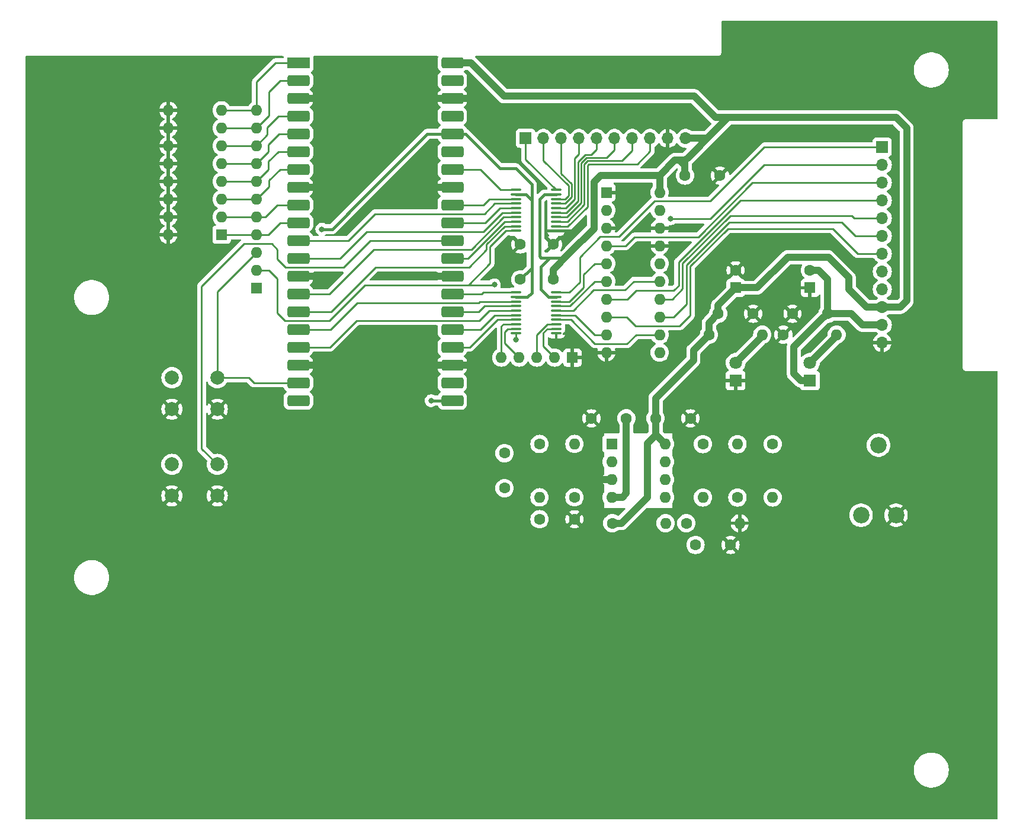
<source format=gbr>
G04 #@! TF.GenerationSoftware,KiCad,Pcbnew,8.0.7*
G04 #@! TF.CreationDate,2025-03-21T14:13:05-04:00*
G04 #@! TF.ProjectId,TRS2-Voice,54525332-2d56-46f6-9963-652e6b696361,rev?*
G04 #@! TF.SameCoordinates,Original*
G04 #@! TF.FileFunction,Copper,L1,Top*
G04 #@! TF.FilePolarity,Positive*
%FSLAX46Y46*%
G04 Gerber Fmt 4.6, Leading zero omitted, Abs format (unit mm)*
G04 Created by KiCad (PCBNEW 8.0.7) date 2025-03-21 14:13:05*
%MOMM*%
%LPD*%
G01*
G04 APERTURE LIST*
G04 Aperture macros list*
%AMRoundRect*
0 Rectangle with rounded corners*
0 $1 Rounding radius*
0 $2 $3 $4 $5 $6 $7 $8 $9 X,Y pos of 4 corners*
0 Add a 4 corners polygon primitive as box body*
4,1,4,$2,$3,$4,$5,$6,$7,$8,$9,$2,$3,0*
0 Add four circle primitives for the rounded corners*
1,1,$1+$1,$2,$3*
1,1,$1+$1,$4,$5*
1,1,$1+$1,$6,$7*
1,1,$1+$1,$8,$9*
0 Add four rect primitives between the rounded corners*
20,1,$1+$1,$2,$3,$4,$5,0*
20,1,$1+$1,$4,$5,$6,$7,0*
20,1,$1+$1,$6,$7,$8,$9,0*
20,1,$1+$1,$8,$9,$2,$3,0*%
G04 Aperture macros list end*
G04 #@! TA.AperFunction,ComponentPad*
%ADD10R,1.700000X1.700000*%
G04 #@! TD*
G04 #@! TA.AperFunction,ComponentPad*
%ADD11O,1.700000X1.700000*%
G04 #@! TD*
G04 #@! TA.AperFunction,ComponentPad*
%ADD12C,1.600000*%
G04 #@! TD*
G04 #@! TA.AperFunction,ComponentPad*
%ADD13O,1.600000X1.600000*%
G04 #@! TD*
G04 #@! TA.AperFunction,ComponentPad*
%ADD14R,1.600000X1.600000*%
G04 #@! TD*
G04 #@! TA.AperFunction,SMDPad,CuDef*
%ADD15RoundRect,0.100000X-0.637500X-0.100000X0.637500X-0.100000X0.637500X0.100000X-0.637500X0.100000X0*%
G04 #@! TD*
G04 #@! TA.AperFunction,ComponentPad*
%ADD16C,2.340000*%
G04 #@! TD*
G04 #@! TA.AperFunction,SMDPad,CuDef*
%ADD17R,3.200000X1.600000*%
G04 #@! TD*
G04 #@! TA.AperFunction,SMDPad,CuDef*
%ADD18RoundRect,0.400000X-1.200000X-0.400000X1.200000X-0.400000X1.200000X0.400000X-1.200000X0.400000X0*%
G04 #@! TD*
G04 #@! TA.AperFunction,ComponentPad*
%ADD19C,2.000000*%
G04 #@! TD*
G04 #@! TA.AperFunction,ComponentPad*
%ADD20R,1.800000X1.800000*%
G04 #@! TD*
G04 #@! TA.AperFunction,ComponentPad*
%ADD21C,1.800000*%
G04 #@! TD*
G04 #@! TA.AperFunction,ViaPad*
%ADD22C,0.800000*%
G04 #@! TD*
G04 #@! TA.AperFunction,Conductor*
%ADD23C,1.000000*%
G04 #@! TD*
G04 #@! TA.AperFunction,Conductor*
%ADD24C,0.400000*%
G04 #@! TD*
G04 #@! TA.AperFunction,Conductor*
%ADD25C,0.250000*%
G04 #@! TD*
G04 APERTURE END LIST*
D10*
X159590000Y-48020000D03*
D11*
X159590000Y-50560000D03*
X159590000Y-53100000D03*
X159590000Y-55640000D03*
X159590000Y-58180000D03*
X159590000Y-60720000D03*
X159590000Y-63260000D03*
X159590000Y-65800000D03*
X159590000Y-68340000D03*
X159590000Y-70880000D03*
X159590000Y-73420000D03*
X159590000Y-75960000D03*
D12*
X143930000Y-90460000D03*
D13*
X143930000Y-98080000D03*
D12*
X112522000Y-66932000D03*
X112522000Y-61932000D03*
D14*
X138631200Y-68131200D03*
D12*
X138631200Y-65631200D03*
D15*
X107235000Y-54145000D03*
X107235000Y-54795000D03*
X107235000Y-55445000D03*
X107235000Y-56095000D03*
X107235000Y-56745000D03*
X107235000Y-57395000D03*
X107235000Y-58045000D03*
X107235000Y-58695000D03*
X107235000Y-59345000D03*
X107235000Y-59995000D03*
X112960000Y-59995000D03*
X112960000Y-59345000D03*
X112960000Y-58695000D03*
X112960000Y-58045000D03*
X112960000Y-57395000D03*
X112960000Y-56745000D03*
X112960000Y-56095000D03*
X112960000Y-55445000D03*
X112960000Y-54795000D03*
X112960000Y-54145000D03*
D12*
X105600000Y-91746400D03*
X105600000Y-96746400D03*
X115600000Y-98056400D03*
D13*
X115600000Y-90436400D03*
D12*
X121000000Y-101750000D03*
D13*
X128620000Y-101750000D03*
D12*
X151761200Y-71831200D03*
X146761200Y-71831200D03*
X107848400Y-66929000D03*
X107848400Y-61929000D03*
X134821200Y-74831200D03*
D13*
X142441200Y-74831200D03*
D15*
X107267500Y-68785000D03*
X107267500Y-69435000D03*
X107267500Y-70085000D03*
X107267500Y-70735000D03*
X107267500Y-71385000D03*
X107267500Y-72035000D03*
X107267500Y-72685000D03*
X107267500Y-73335000D03*
X107267500Y-73985000D03*
X107267500Y-74635000D03*
X112992500Y-74635000D03*
X112992500Y-73985000D03*
X112992500Y-73335000D03*
X112992500Y-72685000D03*
X112992500Y-72035000D03*
X112992500Y-71385000D03*
X112992500Y-70735000D03*
X112992500Y-70085000D03*
X112992500Y-69435000D03*
X112992500Y-68785000D03*
D12*
X131590000Y-101750000D03*
D13*
X139210000Y-101750000D03*
D10*
X108620000Y-46790000D03*
D11*
X111160000Y-46790000D03*
X113700000Y-46790000D03*
X116240000Y-46790000D03*
X118780000Y-46790000D03*
X121320000Y-46790000D03*
X123860000Y-46790000D03*
X126400000Y-46790000D03*
X128940000Y-46790000D03*
X131480000Y-46790000D03*
D14*
X70121500Y-68195000D03*
D13*
X70121500Y-65655000D03*
X70121500Y-63115000D03*
X70121500Y-60575000D03*
X70121500Y-58035000D03*
X70121500Y-55495000D03*
X70121500Y-52955000D03*
X70121500Y-50415000D03*
X70121500Y-47875000D03*
X70121500Y-45335000D03*
X70121500Y-42795000D03*
D14*
X120152000Y-54515000D03*
D13*
X120152000Y-57055000D03*
X120152000Y-59595000D03*
X120152000Y-62135000D03*
X120152000Y-64675000D03*
X120152000Y-67215000D03*
X120152000Y-69755000D03*
X120152000Y-72295000D03*
X120152000Y-74835000D03*
X120152000Y-77375000D03*
X127772000Y-77375000D03*
X127772000Y-74835000D03*
X127772000Y-72295000D03*
X127772000Y-69755000D03*
X127772000Y-67215000D03*
X127772000Y-64675000D03*
X127772000Y-62135000D03*
X127772000Y-59595000D03*
X127772000Y-57055000D03*
X127772000Y-54515000D03*
D12*
X138890000Y-98080000D03*
D13*
X138890000Y-90460000D03*
D12*
X136131200Y-71831200D03*
X141131200Y-71831200D03*
X127177200Y-86778800D03*
X132177200Y-86778800D03*
D16*
X161552400Y-100605600D03*
X159052400Y-90605600D03*
X156552400Y-100605600D03*
D17*
X76130000Y-35990000D03*
D18*
X76130000Y-38530000D03*
X76130000Y-41070000D03*
X76130000Y-43610000D03*
X76130000Y-46150000D03*
X76130000Y-48690000D03*
X76130000Y-51230000D03*
X76130000Y-53770000D03*
X76130000Y-56310000D03*
X76130000Y-58850000D03*
X76130000Y-61390000D03*
X76130000Y-63930000D03*
X76130000Y-66470000D03*
X76130000Y-69010000D03*
X76130000Y-71550000D03*
X76130000Y-74090000D03*
X76130000Y-76630000D03*
X76130000Y-79170000D03*
X76130000Y-81710000D03*
X76130000Y-84250000D03*
X98130000Y-84250000D03*
X98130000Y-81710000D03*
X98130000Y-79170000D03*
X98130000Y-76630000D03*
X98130000Y-74090000D03*
X98130000Y-71550000D03*
X98130000Y-69010000D03*
X98130000Y-66470000D03*
X98130000Y-63930000D03*
X98130000Y-61390000D03*
X98130000Y-58850000D03*
X98130000Y-56310000D03*
X98130000Y-53770000D03*
X98130000Y-51230000D03*
X98130000Y-48690000D03*
X98130000Y-46150000D03*
X98130000Y-43610000D03*
X98130000Y-41070000D03*
X98130000Y-38530000D03*
X98130000Y-35990000D03*
D12*
X110600000Y-101190000D03*
X115600000Y-101190000D03*
X132900000Y-104850000D03*
X137900000Y-104850000D03*
D19*
X58040000Y-93340000D03*
X64540000Y-93340000D03*
X58040000Y-97840000D03*
X64540000Y-97840000D03*
D20*
X138631200Y-81371200D03*
D21*
X138631200Y-78831200D03*
D14*
X115300000Y-78100000D03*
D13*
X112760000Y-78100000D03*
X110220000Y-78100000D03*
X107680000Y-78100000D03*
X105140000Y-78100000D03*
D12*
X145451200Y-74831200D03*
D13*
X153071200Y-74831200D03*
D12*
X131390000Y-52100000D03*
X136390000Y-52100000D03*
D20*
X149261200Y-81371200D03*
D21*
X149261200Y-78831200D03*
D12*
X110596400Y-90440000D03*
D13*
X110596400Y-98060000D03*
D14*
X65157500Y-60560000D03*
D13*
X65157500Y-58020000D03*
X65157500Y-55480000D03*
X65157500Y-52940000D03*
X65157500Y-50400000D03*
X65157500Y-47860000D03*
X65157500Y-45320000D03*
X65157500Y-42780000D03*
X57537500Y-42780000D03*
X57537500Y-45320000D03*
X57537500Y-47860000D03*
X57537500Y-50400000D03*
X57537500Y-52940000D03*
X57537500Y-55480000D03*
X57537500Y-58020000D03*
X57537500Y-60560000D03*
D12*
X133960000Y-90460000D03*
D13*
X133960000Y-98080000D03*
D14*
X120920000Y-90430000D03*
D13*
X120920000Y-92970000D03*
X120920000Y-95510000D03*
X120920000Y-98050000D03*
X128540000Y-98050000D03*
X128540000Y-95510000D03*
X128540000Y-92970000D03*
X128540000Y-90430000D03*
D14*
X149261200Y-68131200D03*
D12*
X149261200Y-65631200D03*
X123013200Y-86778800D03*
X118013200Y-86778800D03*
D19*
X58050000Y-80970000D03*
X64550000Y-80970000D03*
X58050000Y-85470000D03*
X64550000Y-85470000D03*
D22*
X95350000Y-43800000D03*
X78900000Y-79170000D03*
X95340000Y-74210000D03*
X95340000Y-66460000D03*
X95360000Y-53770000D03*
X78900000Y-66470000D03*
X95100000Y-84250000D03*
X129290000Y-58290000D03*
X104140000Y-67691000D03*
X107188000Y-75565000D03*
X79480000Y-59760000D03*
D23*
X151229700Y-72362700D02*
X151157300Y-72362700D01*
X155143200Y-71831200D02*
X151761200Y-71831200D01*
X151157300Y-72362700D02*
X146939000Y-76581000D01*
X151761200Y-71831200D02*
X151229700Y-72362700D01*
X149261200Y-81371200D02*
X147919200Y-81371200D01*
X147919200Y-81371200D02*
X146939000Y-80391000D01*
X156732000Y-73420000D02*
X155143200Y-71831200D01*
X123013200Y-97496800D02*
X122460000Y-98050000D01*
X122460000Y-98050000D02*
X120920000Y-98050000D01*
X159590000Y-73420000D02*
X156732000Y-73420000D01*
X147574000Y-81026000D02*
X147919200Y-81371200D01*
X146939000Y-80391000D02*
X146939000Y-76581000D01*
X123013200Y-86778800D02*
X123013200Y-97496800D01*
X151761200Y-66925200D02*
X150467200Y-65631200D01*
X150467200Y-65631200D02*
X149261200Y-65631200D01*
X151761200Y-71831200D02*
X151761200Y-66925200D01*
X98130000Y-79170000D02*
X93570000Y-79170000D01*
D24*
X112960000Y-59995000D02*
X115305000Y-59995000D01*
D25*
X98130000Y-53770000D02*
X95640000Y-53770000D01*
D23*
X98130000Y-79170000D02*
X102090000Y-79170000D01*
X101950000Y-41070000D02*
X101980000Y-41100000D01*
D24*
X111555000Y-59995000D02*
X111540000Y-60010000D01*
D23*
X98130000Y-41070000D02*
X101950000Y-41070000D01*
X120920000Y-95510000D02*
X118550000Y-95510000D01*
D25*
X115305000Y-59995000D02*
X115330000Y-60020000D01*
D23*
X76130000Y-79170000D02*
X78900000Y-79170000D01*
D25*
X81060000Y-53770000D02*
X81090000Y-53800000D01*
D23*
X76130000Y-66470000D02*
X78900000Y-66470000D01*
X76130000Y-41070000D02*
X98130000Y-41070000D01*
X76130000Y-53770000D02*
X81060000Y-53770000D01*
D24*
X112960000Y-59995000D02*
X111555000Y-59995000D01*
D25*
X95640000Y-53770000D02*
X95360000Y-54050000D01*
D23*
X78900000Y-79170000D02*
X80300000Y-79170000D01*
X98130000Y-66470000D02*
X95350000Y-66470000D01*
X98130000Y-53770000D02*
X95360000Y-53770000D01*
X118550000Y-95510000D02*
X118510000Y-95470000D01*
D25*
X95350000Y-66470000D02*
X95340000Y-66460000D01*
D23*
X154813000Y-68326000D02*
X157367000Y-70880000D01*
X122300000Y-101750000D02*
X121000000Y-101750000D01*
X126000000Y-98050000D02*
X122300000Y-101750000D01*
X118364000Y-59690000D02*
X118364000Y-53041000D01*
X134566000Y-46790000D02*
X135255000Y-46101000D01*
D24*
X111321000Y-54795000D02*
X110617000Y-55499000D01*
D23*
X126000000Y-90350000D02*
X126000000Y-98050000D01*
X127177200Y-83896800D02*
X127177200Y-86778800D01*
X130556000Y-49876000D02*
X131480000Y-49876000D01*
X114871500Y-63182500D02*
X118364000Y-59690000D01*
X132715000Y-40767000D02*
X135763000Y-43815000D01*
X118364000Y-53041000D02*
X119335000Y-52070000D01*
X141672800Y-68131200D02*
X146050000Y-63754000D01*
X131480000Y-46790000D02*
X134566000Y-46790000D01*
X127772000Y-52080000D02*
X127762000Y-52070000D01*
X163068000Y-69977000D02*
X163068000Y-45339000D01*
X138631200Y-68131200D02*
X141672800Y-68131200D01*
X105537000Y-40767000D02*
X132715000Y-40767000D01*
D24*
X112014000Y-63817500D02*
X114236500Y-63817500D01*
X111853000Y-69435000D02*
X112992500Y-69435000D01*
D23*
X112522000Y-65532000D02*
X114871500Y-63182500D01*
D24*
X110617000Y-63627000D02*
X110807500Y-63817500D01*
D23*
X98130000Y-35990000D02*
X100760000Y-35990000D01*
X127772000Y-54515000D02*
X127772000Y-52080000D01*
X157367000Y-70880000D02*
X159590000Y-70880000D01*
D24*
X114236500Y-63817500D02*
X114871500Y-63182500D01*
D23*
X112522000Y-66932000D02*
X112522000Y-65532000D01*
D24*
X110744000Y-65087500D02*
X110744000Y-68326000D01*
D23*
X137541000Y-43815000D02*
X135255000Y-46101000D01*
X127177200Y-89172800D02*
X126000000Y-90350000D01*
X132588000Y-78486000D02*
X127177200Y-83896800D01*
D24*
X112014000Y-63817500D02*
X110744000Y-65087500D01*
D23*
X162165000Y-70880000D02*
X163068000Y-69977000D01*
X148717000Y-43815000D02*
X137541000Y-43815000D01*
X135255000Y-46101000D02*
X132003000Y-49353000D01*
D24*
X110617000Y-55499000D02*
X110617000Y-63627000D01*
D23*
X136131200Y-71831200D02*
X136131200Y-70631200D01*
X163068000Y-45339000D02*
X161544000Y-43815000D01*
X127177200Y-89067200D02*
X128540000Y-90430000D01*
X100760000Y-35990000D02*
X105537000Y-40767000D01*
X151892000Y-63754000D02*
X154813000Y-66675000D01*
X154813000Y-66675000D02*
X154813000Y-68326000D01*
X129956000Y-49876000D02*
X130556000Y-49876000D01*
X127177200Y-86778800D02*
X127177200Y-89067200D01*
D24*
X110807500Y-63817500D02*
X112014000Y-63817500D01*
D23*
X131104000Y-50424000D02*
X130556000Y-49876000D01*
X119335000Y-52070000D02*
X127762000Y-52070000D01*
D24*
X110744000Y-68326000D02*
X111853000Y-69435000D01*
D23*
X134821200Y-74831200D02*
X134821200Y-73141200D01*
X134821200Y-74831200D02*
X132588000Y-77064400D01*
X146050000Y-63754000D02*
X151892000Y-63754000D01*
X132003000Y-49353000D02*
X131480000Y-49876000D01*
X136131200Y-70631200D02*
X138631200Y-68131200D01*
D24*
X112960000Y-54795000D02*
X111321000Y-54795000D01*
D23*
X131390000Y-49966000D02*
X132003000Y-49353000D01*
X127177200Y-89067200D02*
X127177200Y-89172800D01*
X131390000Y-52100000D02*
X131390000Y-49966000D01*
X131104000Y-50252000D02*
X131480000Y-49876000D01*
X132588000Y-77064400D02*
X132588000Y-78486000D01*
X134821200Y-73141200D02*
X136131200Y-71831200D01*
X135763000Y-43815000D02*
X148717000Y-43815000D01*
X127762000Y-52070000D02*
X129956000Y-49876000D01*
X159590000Y-70880000D02*
X162165000Y-70880000D01*
X161544000Y-43815000D02*
X148717000Y-43815000D01*
D25*
X82620000Y-65210000D02*
X86440000Y-61390000D01*
X72320000Y-61850000D02*
X73120000Y-62650000D01*
X62290000Y-91090000D02*
X62290000Y-67890000D01*
X64540000Y-93340000D02*
X62290000Y-91090000D01*
X74310000Y-65210000D02*
X82620000Y-65210000D01*
X73120000Y-62650000D02*
X73120000Y-64020000D01*
X73120000Y-64020000D02*
X74310000Y-65210000D01*
X86440000Y-61390000D02*
X98130000Y-61390000D01*
X62290000Y-67890000D02*
X68330000Y-61850000D01*
X68330000Y-61850000D02*
X72320000Y-61850000D01*
D24*
X98130000Y-84250000D02*
X95100000Y-84250000D01*
D25*
X110596400Y-101186400D02*
X110600000Y-101190000D01*
X115596400Y-98060000D02*
X115600000Y-98056400D01*
X153071200Y-75021200D02*
X153071200Y-74831200D01*
D23*
X149261200Y-78831200D02*
X153071200Y-75021200D01*
X138631200Y-78831200D02*
X142441200Y-75021200D01*
D25*
X142441200Y-75021200D02*
X142441200Y-74831200D01*
X116540000Y-56010000D02*
X116540000Y-50296396D01*
X117286396Y-49550000D02*
X120190000Y-49550000D01*
X120190000Y-49550000D02*
X121320000Y-48420000D01*
X112960000Y-58045000D02*
X114505000Y-58045000D01*
X121320000Y-48420000D02*
X121320000Y-46790000D01*
X114505000Y-58045000D02*
X116540000Y-56010000D01*
X116540000Y-50296396D02*
X117286396Y-49550000D01*
X112960000Y-54145000D02*
X108620000Y-49805000D01*
X108620000Y-49805000D02*
X108620000Y-46790000D01*
X111160000Y-49950000D02*
X114740000Y-53530000D01*
X114740000Y-54930000D02*
X114225000Y-55445000D01*
X114740000Y-53530000D02*
X114740000Y-54930000D01*
X111160000Y-46790000D02*
X111160000Y-49950000D01*
X114225000Y-55445000D02*
X112960000Y-55445000D01*
X112960000Y-56095000D02*
X114255000Y-56095000D01*
X114255000Y-56095000D02*
X115190000Y-55160000D01*
X113700000Y-51800000D02*
X113700000Y-46790000D01*
X115190000Y-55160000D02*
X115190000Y-53290000D01*
X115190000Y-53290000D02*
X113700000Y-51800000D01*
X116332000Y-63754000D02*
X119253000Y-60833000D01*
X112992500Y-68785000D02*
X114857000Y-68785000D01*
X116332000Y-67310000D02*
X116332000Y-63754000D01*
X119253000Y-60833000D02*
X121920000Y-60833000D01*
X127000000Y-55753000D02*
X135001000Y-55753000D01*
X135001000Y-55753000D02*
X142734000Y-48020000D01*
X114857000Y-68785000D02*
X116332000Y-67310000D01*
X121920000Y-60833000D02*
X127000000Y-55753000D01*
X142734000Y-48020000D02*
X159590000Y-48020000D01*
X135000000Y-58290000D02*
X129290000Y-58290000D01*
X159590000Y-50560000D02*
X142730000Y-50560000D01*
X142730000Y-50560000D02*
X139300000Y-53990000D01*
X139300000Y-53990000D02*
X135000000Y-58290000D01*
X138912800Y-98050000D02*
X138906400Y-98056400D01*
D24*
X138912800Y-98077200D02*
X138912800Y-98050000D01*
D25*
X64550000Y-68686500D02*
X70121500Y-63115000D01*
X76130000Y-81710000D02*
X69770000Y-81710000D01*
X64550000Y-80970000D02*
X64550000Y-68686500D01*
X69770000Y-81710000D02*
X69030000Y-80970000D01*
X69030000Y-80970000D02*
X64550000Y-80970000D01*
X116880000Y-68080000D02*
X114875000Y-70085000D01*
X118465000Y-64675000D02*
X116880000Y-66260000D01*
X116880000Y-66260000D02*
X116880000Y-68080000D01*
X114875000Y-70085000D02*
X112992500Y-70085000D01*
X119890000Y-64675000D02*
X118465000Y-64675000D01*
X118475000Y-67215000D02*
X114955000Y-70735000D01*
X119890000Y-67215000D02*
X118475000Y-67215000D01*
X114955000Y-70735000D02*
X112992500Y-70735000D01*
X127510000Y-67215000D02*
X124055000Y-67215000D01*
X122800000Y-68470000D02*
X118330000Y-68470000D01*
X115415000Y-71385000D02*
X112992500Y-71385000D01*
X124055000Y-67215000D02*
X122800000Y-68470000D01*
X118330000Y-68470000D02*
X115415000Y-71385000D01*
X115655000Y-72035000D02*
X112992500Y-72035000D01*
X119890000Y-74835000D02*
X118455000Y-74835000D01*
X118455000Y-74835000D02*
X115655000Y-72035000D01*
X115085000Y-72685000D02*
X112992500Y-72685000D01*
X124385000Y-74835000D02*
X123100000Y-76120000D01*
X127510000Y-74835000D02*
X124385000Y-74835000D01*
X118520000Y-76120000D02*
X115085000Y-72685000D01*
X123100000Y-76120000D02*
X118520000Y-76120000D01*
X123055000Y-72295000D02*
X124330000Y-73570000D01*
X119890000Y-72295000D02*
X123055000Y-72295000D01*
X130620000Y-73570000D02*
X132130000Y-72060000D01*
X152530000Y-59700000D02*
X156090000Y-63260000D01*
X124330000Y-73570000D02*
X130620000Y-73570000D01*
X156090000Y-63260000D02*
X159590000Y-63260000D01*
X132130000Y-65080000D02*
X137510000Y-59700000D01*
X132130000Y-72060000D02*
X132130000Y-65080000D01*
X137510000Y-59700000D02*
X152530000Y-59700000D01*
X129765000Y-72295000D02*
X131590000Y-70470000D01*
X153800000Y-58790000D02*
X155730000Y-60720000D01*
X137680000Y-58790000D02*
X153800000Y-58790000D01*
X127510000Y-72295000D02*
X129765000Y-72295000D01*
X131590000Y-64880000D02*
X137680000Y-58790000D01*
X131590000Y-70470000D02*
X131590000Y-64880000D01*
X155730000Y-60720000D02*
X159590000Y-60720000D01*
X137850000Y-57820000D02*
X152350000Y-57820000D01*
X155250000Y-57820000D02*
X152960000Y-57820000D01*
X129565000Y-69755000D02*
X131040000Y-68280000D01*
X127510000Y-69755000D02*
X129565000Y-69755000D01*
X155610000Y-58180000D02*
X155250000Y-57820000D01*
X152960000Y-57820000D02*
X152350000Y-57820000D01*
X131040000Y-64630000D02*
X137850000Y-57820000D01*
X159590000Y-58180000D02*
X155610000Y-58180000D01*
X131040000Y-68280000D02*
X131040000Y-64630000D01*
X152220000Y-55640000D02*
X139280000Y-55640000D01*
X129960000Y-68320000D02*
X129780000Y-68500000D01*
X123185000Y-69755000D02*
X123980000Y-68960000D01*
X127540000Y-68500000D02*
X124440000Y-68500000D01*
X139280000Y-55640000D02*
X136590000Y-58330000D01*
X130480000Y-65620000D02*
X130480000Y-67800000D01*
X129780000Y-68500000D02*
X127540000Y-68500000D01*
X130480000Y-64440000D02*
X130480000Y-65620000D01*
X159590000Y-55640000D02*
X152220000Y-55640000D01*
X119890000Y-69755000D02*
X123185000Y-69755000D01*
X136590000Y-58330000D02*
X130480000Y-64440000D01*
X130480000Y-67800000D02*
X129960000Y-68320000D01*
X124440000Y-68500000D02*
X123980000Y-68960000D01*
X122915000Y-62135000D02*
X119890000Y-62135000D01*
X159590000Y-53100000D02*
X141050000Y-53100000D01*
X141050000Y-53100000D02*
X133280000Y-60870000D01*
X133280000Y-60870000D02*
X124180000Y-60870000D01*
X124180000Y-60870000D02*
X122915000Y-62135000D01*
X115640000Y-55460000D02*
X115640000Y-49610000D01*
X112960000Y-56745000D02*
X114355000Y-56745000D01*
X114355000Y-56745000D02*
X115640000Y-55460000D01*
X116240000Y-49010000D02*
X116240000Y-46790000D01*
X115640000Y-49610000D02*
X116240000Y-49010000D01*
X116090000Y-55760000D02*
X116090000Y-50110000D01*
X118020000Y-49100000D02*
X118780000Y-48340000D01*
X116090000Y-50110000D02*
X117100000Y-49100000D01*
X117100000Y-49100000D02*
X118020000Y-49100000D01*
X114455000Y-57395000D02*
X116090000Y-55760000D01*
X112960000Y-57395000D02*
X114455000Y-57395000D01*
X118780000Y-48340000D02*
X118780000Y-46790000D01*
X112960000Y-59345000D02*
X114635000Y-59345000D01*
X117440000Y-56540000D02*
X117440000Y-50680000D01*
X117440000Y-50680000D02*
X117670000Y-50450000D01*
X114635000Y-59345000D02*
X117440000Y-56540000D01*
X126400000Y-48620000D02*
X126400000Y-46790000D01*
X124570000Y-50450000D02*
X126400000Y-48620000D01*
X117670000Y-50450000D02*
X124570000Y-50450000D01*
X114555000Y-58695000D02*
X112960000Y-58695000D01*
X123860000Y-48500000D02*
X122360000Y-50000000D01*
X122360000Y-50000000D02*
X117472792Y-50000000D01*
X116990000Y-56260000D02*
X114555000Y-58695000D01*
X116990000Y-50482792D02*
X116990000Y-56260000D01*
X123860000Y-46790000D02*
X123860000Y-48500000D01*
X117472792Y-50000000D02*
X116990000Y-50482792D01*
X70121500Y-65655000D02*
X71955000Y-65655000D01*
X103520000Y-64660000D02*
X103520000Y-62250000D01*
X104111000Y-67720000D02*
X104140000Y-67691000D01*
X107188000Y-75565000D02*
X107188000Y-74714500D01*
X73130000Y-66830000D02*
X73130000Y-71700000D01*
X80570000Y-72810000D02*
X85660000Y-67720000D01*
X104092500Y-67643500D02*
X104140000Y-67691000D01*
X105775000Y-59995000D02*
X107235000Y-59995000D01*
X73130000Y-71700000D02*
X74240000Y-72810000D01*
X103520000Y-62250000D02*
X105775000Y-59995000D01*
X74240000Y-72810000D02*
X80570000Y-72810000D01*
X100203000Y-67720000D02*
X104111000Y-67720000D01*
X107188000Y-74714500D02*
X107267500Y-74635000D01*
X71955000Y-65655000D02*
X73130000Y-66830000D01*
X100460000Y-67720000D02*
X103520000Y-64660000D01*
X85660000Y-67720000D02*
X100203000Y-67720000D01*
X71820000Y-48716500D02*
X71820000Y-47720000D01*
X70121500Y-50415000D02*
X65172500Y-50415000D01*
X65172500Y-50415000D02*
X65157500Y-50400000D01*
X73390000Y-46150000D02*
X76130000Y-46150000D01*
X71820000Y-47720000D02*
X73390000Y-46150000D01*
X70121500Y-50415000D02*
X71820000Y-48716500D01*
X70106500Y-55480000D02*
X70121500Y-55495000D01*
X71940000Y-53676500D02*
X70121500Y-55495000D01*
X71940000Y-52800000D02*
X71940000Y-53676500D01*
X76130000Y-51230000D02*
X73510000Y-51230000D01*
X65157500Y-55480000D02*
X70106500Y-55480000D01*
X73510000Y-51230000D02*
X71940000Y-52800000D01*
X70738250Y-44718250D02*
X70136500Y-45320000D01*
X70136500Y-45320000D02*
X65157500Y-45320000D01*
X76130000Y-38530000D02*
X73560000Y-38530000D01*
X71930000Y-43526500D02*
X70738250Y-44718250D01*
X73560000Y-38530000D02*
X71930000Y-40160000D01*
X71930000Y-40160000D02*
X71930000Y-43526500D01*
X70738250Y-44718250D02*
X70121500Y-45335000D01*
X72850000Y-35990000D02*
X70121500Y-38718500D01*
X65172500Y-42795000D02*
X65157500Y-42780000D01*
X76130000Y-35990000D02*
X72850000Y-35990000D01*
X70121500Y-42795000D02*
X65172500Y-42795000D01*
X70121500Y-38718500D02*
X70121500Y-42795000D01*
X73260000Y-48690000D02*
X76130000Y-48690000D01*
X71850000Y-51226500D02*
X71850000Y-50100000D01*
X71850000Y-50100000D02*
X73260000Y-48690000D01*
X70106500Y-52940000D02*
X70121500Y-52955000D01*
X65157500Y-52940000D02*
X70106500Y-52940000D01*
X70121500Y-52955000D02*
X71850000Y-51226500D01*
D24*
X94560000Y-46150000D02*
X98130000Y-46150000D01*
X92020000Y-48690000D02*
X94560000Y-46150000D01*
X109474000Y-65278000D02*
X109474000Y-65303400D01*
X92020000Y-48690000D02*
X85450000Y-55260000D01*
X109474000Y-53340000D02*
X107188000Y-51054000D01*
X109474000Y-55626000D02*
X109474000Y-53340000D01*
X80950000Y-59760000D02*
X79480000Y-59760000D01*
X85450000Y-55260000D02*
X80950000Y-59760000D01*
X107235000Y-54795000D02*
X108643000Y-54795000D01*
X107188000Y-51054000D02*
X104902000Y-51054000D01*
X99998000Y-46150000D02*
X98130000Y-46150000D01*
X108873000Y-69435000D02*
X107267500Y-69435000D01*
X104902000Y-51054000D02*
X99998000Y-46150000D01*
X109474000Y-65278000D02*
X109474000Y-68834000D01*
X108643000Y-54795000D02*
X109474000Y-55626000D01*
X109474000Y-55626000D02*
X109474000Y-65278000D01*
X109474000Y-65303400D02*
X107848400Y-66929000D01*
X109474000Y-68834000D02*
X108873000Y-69435000D01*
D25*
X70106500Y-60560000D02*
X70121500Y-60575000D01*
X76130000Y-58850000D02*
X73540000Y-58850000D01*
X73540000Y-58850000D02*
X71815000Y-60575000D01*
X71815000Y-60575000D02*
X70121500Y-60575000D01*
X65157500Y-60560000D02*
X70106500Y-60560000D01*
X76130000Y-56310000D02*
X73130000Y-56310000D01*
X70121500Y-58035000D02*
X65172500Y-58035000D01*
X71405000Y-58035000D02*
X70121500Y-58035000D01*
X65172500Y-58035000D02*
X65157500Y-58020000D01*
X73130000Y-56310000D02*
X71405000Y-58035000D01*
X71710000Y-46286500D02*
X71710000Y-45190000D01*
X65157500Y-47860000D02*
X70106500Y-47860000D01*
X73290000Y-43610000D02*
X71710000Y-45190000D01*
X70106500Y-47860000D02*
X70121500Y-47875000D01*
X70121500Y-47875000D02*
X71710000Y-46286500D01*
X76130000Y-43610000D02*
X73290000Y-43610000D01*
X111140000Y-74546396D02*
X111701396Y-73985000D01*
X111701396Y-73985000D02*
X112992500Y-73985000D01*
X111140000Y-76480000D02*
X111140000Y-74546396D01*
X112760000Y-78100000D02*
X111140000Y-76480000D01*
X105590000Y-74400000D02*
X106005000Y-73985000D01*
X107680000Y-78100000D02*
X105590000Y-76010000D01*
X105590000Y-76010000D02*
X105590000Y-74400000D01*
X106005000Y-73985000D02*
X107267500Y-73985000D01*
X111715000Y-73335000D02*
X112992500Y-73335000D01*
X110220000Y-74830000D02*
X111715000Y-73335000D01*
X110220000Y-78100000D02*
X110220000Y-74830000D01*
X105140000Y-73620000D02*
X105425000Y-73335000D01*
X105425000Y-73335000D02*
X107267500Y-73335000D01*
X105140000Y-78100000D02*
X105140000Y-73620000D01*
X100640000Y-76630000D02*
X104585000Y-72685000D01*
X104585000Y-72685000D02*
X107267500Y-72685000D01*
X98130000Y-76630000D02*
X100640000Y-76630000D01*
X82110000Y-63930000D02*
X85900000Y-60140000D01*
X105315000Y-57395000D02*
X107235000Y-57395000D01*
X85900000Y-60140000D02*
X102570000Y-60140000D01*
X102570000Y-60140000D02*
X105315000Y-57395000D01*
X76130000Y-63930000D02*
X82110000Y-63930000D01*
X102580000Y-56310000D02*
X98130000Y-56310000D01*
X103445000Y-55445000D02*
X102580000Y-56310000D01*
X107235000Y-55445000D02*
X103445000Y-55445000D01*
X105595000Y-59345000D02*
X107235000Y-59345000D01*
X103020000Y-62710000D02*
X103020000Y-61920000D01*
X80790000Y-71550000D02*
X87140000Y-65200000D01*
X103020000Y-61920000D02*
X105595000Y-59345000D01*
X87140000Y-65200000D02*
X100530000Y-65200000D01*
X100530000Y-65200000D02*
X103020000Y-62710000D01*
X76130000Y-71550000D02*
X80790000Y-71550000D01*
X101960000Y-72820000D02*
X103395000Y-71385000D01*
X76130000Y-76630000D02*
X80660000Y-76630000D01*
X84470000Y-72820000D02*
X101960000Y-72820000D01*
X103395000Y-71385000D02*
X107267500Y-71385000D01*
X80660000Y-76630000D02*
X84470000Y-72820000D01*
X98130000Y-71550000D02*
X101900000Y-71550000D01*
X102715000Y-70735000D02*
X107267500Y-70735000D01*
X101900000Y-71550000D02*
X102715000Y-70735000D01*
X87100000Y-57560000D02*
X102740000Y-57560000D01*
X83270000Y-61390000D02*
X87100000Y-57560000D01*
X76130000Y-61390000D02*
X83270000Y-61390000D01*
X104205000Y-56095000D02*
X107235000Y-56095000D01*
X102740000Y-57560000D02*
X104205000Y-56095000D01*
X80530000Y-69010000D02*
X86890000Y-62650000D01*
X86890000Y-62650000D02*
X100880000Y-62650000D01*
X76130000Y-69010000D02*
X80530000Y-69010000D01*
X105485000Y-58045000D02*
X107235000Y-58045000D01*
X100880000Y-62650000D02*
X105485000Y-58045000D01*
X102555000Y-68785000D02*
X107267500Y-68785000D01*
X98130000Y-69010000D02*
X102330000Y-69010000D01*
X102330000Y-69010000D02*
X102555000Y-68785000D01*
X98130000Y-58850000D02*
X102860000Y-58850000D01*
X102860000Y-58850000D02*
X104965000Y-56745000D01*
X104965000Y-56745000D02*
X107235000Y-56745000D01*
X102130000Y-74090000D02*
X104185000Y-72035000D01*
X98130000Y-74090000D02*
X102130000Y-74090000D01*
X104185000Y-72035000D02*
X107267500Y-72035000D01*
X98130000Y-63930000D02*
X100370000Y-63930000D01*
X105605000Y-58695000D02*
X107235000Y-58695000D01*
X100370000Y-63930000D02*
X105605000Y-58695000D01*
X80740000Y-74090000D02*
X84530000Y-70300000D01*
X102075000Y-70085000D02*
X107267500Y-70085000D01*
X101860000Y-70300000D02*
X102075000Y-70085000D01*
X84530000Y-70300000D02*
X101860000Y-70300000D01*
X76130000Y-74090000D02*
X80740000Y-74090000D01*
X107235000Y-54145000D02*
X105025000Y-54145000D01*
X102110000Y-51230000D02*
X98130000Y-51230000D01*
X105025000Y-54145000D02*
X102110000Y-51230000D01*
X120913600Y-90436400D02*
X120920000Y-90430000D01*
G04 #@! TA.AperFunction,Conductor*
G36*
X57787500Y-60244314D02*
G01*
X57783106Y-60239920D01*
X57691894Y-60187259D01*
X57590161Y-60160000D01*
X57484839Y-60160000D01*
X57383106Y-60187259D01*
X57291894Y-60239920D01*
X57287500Y-60244314D01*
X57287500Y-58335686D01*
X57291894Y-58340080D01*
X57383106Y-58392741D01*
X57484839Y-58420000D01*
X57590161Y-58420000D01*
X57691894Y-58392741D01*
X57783106Y-58340080D01*
X57787500Y-58335686D01*
X57787500Y-60244314D01*
G37*
G04 #@! TD.AperFunction*
G04 #@! TA.AperFunction,Conductor*
G36*
X57787500Y-57704314D02*
G01*
X57783106Y-57699920D01*
X57691894Y-57647259D01*
X57590161Y-57620000D01*
X57484839Y-57620000D01*
X57383106Y-57647259D01*
X57291894Y-57699920D01*
X57287500Y-57704314D01*
X57287500Y-55795686D01*
X57291894Y-55800080D01*
X57383106Y-55852741D01*
X57484839Y-55880000D01*
X57590161Y-55880000D01*
X57691894Y-55852741D01*
X57783106Y-55800080D01*
X57787500Y-55795686D01*
X57787500Y-57704314D01*
G37*
G04 #@! TD.AperFunction*
G04 #@! TA.AperFunction,Conductor*
G36*
X57787500Y-55164314D02*
G01*
X57783106Y-55159920D01*
X57691894Y-55107259D01*
X57590161Y-55080000D01*
X57484839Y-55080000D01*
X57383106Y-55107259D01*
X57291894Y-55159920D01*
X57287500Y-55164314D01*
X57287500Y-53255686D01*
X57291894Y-53260080D01*
X57383106Y-53312741D01*
X57484839Y-53340000D01*
X57590161Y-53340000D01*
X57691894Y-53312741D01*
X57783106Y-53260080D01*
X57787500Y-53255686D01*
X57787500Y-55164314D01*
G37*
G04 #@! TD.AperFunction*
G04 #@! TA.AperFunction,Conductor*
G36*
X57787500Y-52624314D02*
G01*
X57783106Y-52619920D01*
X57691894Y-52567259D01*
X57590161Y-52540000D01*
X57484839Y-52540000D01*
X57383106Y-52567259D01*
X57291894Y-52619920D01*
X57287500Y-52624314D01*
X57287500Y-50715686D01*
X57291894Y-50720080D01*
X57383106Y-50772741D01*
X57484839Y-50800000D01*
X57590161Y-50800000D01*
X57691894Y-50772741D01*
X57783106Y-50720080D01*
X57787500Y-50715686D01*
X57787500Y-52624314D01*
G37*
G04 #@! TD.AperFunction*
G04 #@! TA.AperFunction,Conductor*
G36*
X57787500Y-50084314D02*
G01*
X57783106Y-50079920D01*
X57691894Y-50027259D01*
X57590161Y-50000000D01*
X57484839Y-50000000D01*
X57383106Y-50027259D01*
X57291894Y-50079920D01*
X57287500Y-50084314D01*
X57287500Y-48175686D01*
X57291894Y-48180080D01*
X57383106Y-48232741D01*
X57484839Y-48260000D01*
X57590161Y-48260000D01*
X57691894Y-48232741D01*
X57783106Y-48180080D01*
X57787500Y-48175686D01*
X57787500Y-50084314D01*
G37*
G04 #@! TD.AperFunction*
G04 #@! TA.AperFunction,Conductor*
G36*
X57787500Y-47544314D02*
G01*
X57783106Y-47539920D01*
X57691894Y-47487259D01*
X57590161Y-47460000D01*
X57484839Y-47460000D01*
X57383106Y-47487259D01*
X57291894Y-47539920D01*
X57287500Y-47544314D01*
X57287500Y-45635686D01*
X57291894Y-45640080D01*
X57383106Y-45692741D01*
X57484839Y-45720000D01*
X57590161Y-45720000D01*
X57691894Y-45692741D01*
X57783106Y-45640080D01*
X57787500Y-45635686D01*
X57787500Y-47544314D01*
G37*
G04 #@! TD.AperFunction*
G04 #@! TA.AperFunction,Conductor*
G36*
X57787500Y-45004314D02*
G01*
X57783106Y-44999920D01*
X57691894Y-44947259D01*
X57590161Y-44920000D01*
X57484839Y-44920000D01*
X57383106Y-44947259D01*
X57291894Y-44999920D01*
X57287500Y-45004314D01*
X57287500Y-43095686D01*
X57291894Y-43100080D01*
X57383106Y-43152741D01*
X57484839Y-43180000D01*
X57590161Y-43180000D01*
X57691894Y-43152741D01*
X57783106Y-43100080D01*
X57787500Y-43095686D01*
X57787500Y-45004314D01*
G37*
G04 #@! TD.AperFunction*
G04 #@! TA.AperFunction,Conductor*
G36*
X176032539Y-30040185D02*
G01*
X176078294Y-30092989D01*
X176089500Y-30144500D01*
X176089500Y-43895500D01*
X176069815Y-43962539D01*
X176017011Y-44008294D01*
X175965500Y-44019500D01*
X171524108Y-44019500D01*
X171396812Y-44053608D01*
X171282686Y-44119500D01*
X171282683Y-44119502D01*
X171189502Y-44212683D01*
X171189500Y-44212686D01*
X171123608Y-44326812D01*
X171120779Y-44337371D01*
X171089500Y-44454108D01*
X171089500Y-79585892D01*
X171099111Y-79621760D01*
X171123608Y-79713187D01*
X171156554Y-79770250D01*
X171189500Y-79827314D01*
X171282686Y-79920500D01*
X171396814Y-79986392D01*
X171524108Y-80020500D01*
X171655892Y-80020500D01*
X175965500Y-80020500D01*
X176032539Y-80040185D01*
X176078294Y-80092989D01*
X176089500Y-80144500D01*
X176089500Y-143895500D01*
X176069815Y-143962539D01*
X176017011Y-144008294D01*
X175965500Y-144019500D01*
X37214500Y-144019500D01*
X37147461Y-143999815D01*
X37101706Y-143947011D01*
X37090500Y-143895500D01*
X37090500Y-137019994D01*
X164084556Y-137019994D01*
X164084556Y-137020005D01*
X164104310Y-137334004D01*
X164104311Y-137334011D01*
X164163270Y-137643083D01*
X164260497Y-137942316D01*
X164260499Y-137942321D01*
X164394461Y-138227003D01*
X164394464Y-138227009D01*
X164563051Y-138492661D01*
X164563054Y-138492665D01*
X164763606Y-138735090D01*
X164763608Y-138735092D01*
X164992968Y-138950476D01*
X164992978Y-138950484D01*
X165247504Y-139135408D01*
X165247509Y-139135410D01*
X165247516Y-139135416D01*
X165523234Y-139286994D01*
X165523239Y-139286996D01*
X165523241Y-139286997D01*
X165523242Y-139286998D01*
X165815771Y-139402818D01*
X165815774Y-139402819D01*
X166120523Y-139481065D01*
X166120527Y-139481066D01*
X166186010Y-139489338D01*
X166432670Y-139520499D01*
X166432679Y-139520499D01*
X166432682Y-139520500D01*
X166432684Y-139520500D01*
X166747316Y-139520500D01*
X166747318Y-139520500D01*
X166747321Y-139520499D01*
X166747329Y-139520499D01*
X166933593Y-139496968D01*
X167059473Y-139481066D01*
X167364225Y-139402819D01*
X167364228Y-139402818D01*
X167656757Y-139286998D01*
X167656758Y-139286997D01*
X167656756Y-139286997D01*
X167656766Y-139286994D01*
X167932484Y-139135416D01*
X168187030Y-138950478D01*
X168416390Y-138735094D01*
X168616947Y-138492663D01*
X168785537Y-138227007D01*
X168919503Y-137942315D01*
X169016731Y-137643079D01*
X169075688Y-137334015D01*
X169095444Y-137020000D01*
X169079916Y-136773190D01*
X169075689Y-136705995D01*
X169075688Y-136705988D01*
X169075688Y-136705985D01*
X169016731Y-136396921D01*
X168919503Y-136097685D01*
X168785537Y-135812993D01*
X168616947Y-135547337D01*
X168598983Y-135525622D01*
X168416393Y-135304909D01*
X168416391Y-135304907D01*
X168187031Y-135089523D01*
X168187021Y-135089515D01*
X167932495Y-134904591D01*
X167932488Y-134904586D01*
X167932484Y-134904584D01*
X167656766Y-134753006D01*
X167656763Y-134753004D01*
X167656758Y-134753002D01*
X167656757Y-134753001D01*
X167364228Y-134637181D01*
X167364225Y-134637180D01*
X167059476Y-134558934D01*
X167059463Y-134558932D01*
X166747329Y-134519500D01*
X166747318Y-134519500D01*
X166432682Y-134519500D01*
X166432670Y-134519500D01*
X166120536Y-134558932D01*
X166120523Y-134558934D01*
X165815774Y-134637180D01*
X165815771Y-134637181D01*
X165523242Y-134753001D01*
X165523241Y-134753002D01*
X165247516Y-134904584D01*
X165247504Y-134904591D01*
X164992978Y-135089515D01*
X164992968Y-135089523D01*
X164763608Y-135304907D01*
X164763606Y-135304909D01*
X164563054Y-135547334D01*
X164563051Y-135547338D01*
X164394464Y-135812990D01*
X164394461Y-135812996D01*
X164260499Y-136097678D01*
X164260497Y-136097683D01*
X164163270Y-136396916D01*
X164104311Y-136705988D01*
X164104310Y-136705995D01*
X164084556Y-137019994D01*
X37090500Y-137019994D01*
X37090500Y-109519994D01*
X44084556Y-109519994D01*
X44084556Y-109520005D01*
X44104310Y-109834004D01*
X44104311Y-109834011D01*
X44163270Y-110143083D01*
X44260497Y-110442316D01*
X44260499Y-110442321D01*
X44394461Y-110727003D01*
X44394464Y-110727009D01*
X44563051Y-110992661D01*
X44563054Y-110992665D01*
X44763606Y-111235090D01*
X44763608Y-111235092D01*
X44992968Y-111450476D01*
X44992978Y-111450484D01*
X45247504Y-111635408D01*
X45247509Y-111635410D01*
X45247516Y-111635416D01*
X45523234Y-111786994D01*
X45523239Y-111786996D01*
X45523241Y-111786997D01*
X45523242Y-111786998D01*
X45815771Y-111902818D01*
X45815774Y-111902819D01*
X46120523Y-111981065D01*
X46120527Y-111981066D01*
X46186010Y-111989338D01*
X46432670Y-112020499D01*
X46432679Y-112020499D01*
X46432682Y-112020500D01*
X46432684Y-112020500D01*
X46747316Y-112020500D01*
X46747318Y-112020500D01*
X46747321Y-112020499D01*
X46747329Y-112020499D01*
X46933593Y-111996968D01*
X47059473Y-111981066D01*
X47364225Y-111902819D01*
X47364228Y-111902818D01*
X47656757Y-111786998D01*
X47656758Y-111786997D01*
X47656756Y-111786997D01*
X47656766Y-111786994D01*
X47932484Y-111635416D01*
X48187030Y-111450478D01*
X48416390Y-111235094D01*
X48616947Y-110992663D01*
X48785537Y-110727007D01*
X48919503Y-110442315D01*
X49016731Y-110143079D01*
X49075688Y-109834015D01*
X49095444Y-109520000D01*
X49079916Y-109273190D01*
X49075689Y-109205995D01*
X49075688Y-109205988D01*
X49075688Y-109205985D01*
X49016731Y-108896921D01*
X48919503Y-108597685D01*
X48785537Y-108312993D01*
X48616947Y-108047337D01*
X48598983Y-108025622D01*
X48416393Y-107804909D01*
X48416391Y-107804907D01*
X48187031Y-107589523D01*
X48187021Y-107589515D01*
X47932495Y-107404591D01*
X47932488Y-107404586D01*
X47932484Y-107404584D01*
X47656766Y-107253006D01*
X47656763Y-107253004D01*
X47656758Y-107253002D01*
X47656757Y-107253001D01*
X47364228Y-107137181D01*
X47364225Y-107137180D01*
X47059476Y-107058934D01*
X47059463Y-107058932D01*
X46747329Y-107019500D01*
X46747318Y-107019500D01*
X46432682Y-107019500D01*
X46432670Y-107019500D01*
X46120536Y-107058932D01*
X46120523Y-107058934D01*
X45815774Y-107137180D01*
X45815771Y-107137181D01*
X45523242Y-107253001D01*
X45523241Y-107253002D01*
X45247516Y-107404584D01*
X45247504Y-107404591D01*
X44992978Y-107589515D01*
X44992968Y-107589523D01*
X44763608Y-107804907D01*
X44763606Y-107804909D01*
X44563054Y-108047334D01*
X44563051Y-108047338D01*
X44394464Y-108312990D01*
X44394461Y-108312996D01*
X44260499Y-108597678D01*
X44260497Y-108597683D01*
X44163270Y-108896916D01*
X44104311Y-109205988D01*
X44104310Y-109205995D01*
X44084556Y-109519994D01*
X37090500Y-109519994D01*
X37090500Y-104849998D01*
X131586502Y-104849998D01*
X131586502Y-104850001D01*
X131606456Y-105078081D01*
X131606457Y-105078089D01*
X131665714Y-105299238D01*
X131665718Y-105299249D01*
X131760485Y-105502478D01*
X131762477Y-105506749D01*
X131893802Y-105694300D01*
X132055700Y-105856198D01*
X132243251Y-105987523D01*
X132368091Y-106045736D01*
X132450750Y-106084281D01*
X132450752Y-106084281D01*
X132450757Y-106084284D01*
X132671913Y-106143543D01*
X132834832Y-106157796D01*
X132899998Y-106163498D01*
X132900000Y-106163498D01*
X132900002Y-106163498D01*
X132957021Y-106158509D01*
X133128087Y-106143543D01*
X133349243Y-106084284D01*
X133556749Y-105987523D01*
X133744300Y-105856198D01*
X133906198Y-105694300D01*
X134037523Y-105506749D01*
X134134284Y-105299243D01*
X134193543Y-105078087D01*
X134213498Y-104850000D01*
X134213498Y-104849997D01*
X136595034Y-104849997D01*
X136595034Y-104850002D01*
X136614858Y-105076599D01*
X136614860Y-105076610D01*
X136673730Y-105296317D01*
X136673735Y-105296331D01*
X136769863Y-105502478D01*
X136820974Y-105575472D01*
X137500000Y-104896446D01*
X137500000Y-104902661D01*
X137527259Y-105004394D01*
X137579920Y-105095606D01*
X137654394Y-105170080D01*
X137745606Y-105222741D01*
X137847339Y-105250000D01*
X137853553Y-105250000D01*
X137174526Y-105929025D01*
X137247513Y-105980132D01*
X137247521Y-105980136D01*
X137453668Y-106076264D01*
X137453682Y-106076269D01*
X137673389Y-106135139D01*
X137673400Y-106135141D01*
X137899998Y-106154966D01*
X137900002Y-106154966D01*
X138126599Y-106135141D01*
X138126610Y-106135139D01*
X138346317Y-106076269D01*
X138346331Y-106076264D01*
X138552478Y-105980136D01*
X138625471Y-105929024D01*
X137946447Y-105250000D01*
X137952661Y-105250000D01*
X138054394Y-105222741D01*
X138145606Y-105170080D01*
X138220080Y-105095606D01*
X138272741Y-105004394D01*
X138300000Y-104902661D01*
X138300000Y-104896447D01*
X138979024Y-105575471D01*
X139030136Y-105502478D01*
X139126264Y-105296331D01*
X139126269Y-105296317D01*
X139185139Y-105076610D01*
X139185141Y-105076599D01*
X139204966Y-104850002D01*
X139204966Y-104849997D01*
X139185141Y-104623400D01*
X139185139Y-104623389D01*
X139126269Y-104403682D01*
X139126264Y-104403668D01*
X139030136Y-104197521D01*
X139030132Y-104197513D01*
X138979025Y-104124526D01*
X138300000Y-104803551D01*
X138300000Y-104797339D01*
X138272741Y-104695606D01*
X138220080Y-104604394D01*
X138145606Y-104529920D01*
X138054394Y-104477259D01*
X137952661Y-104450000D01*
X137946445Y-104450000D01*
X138625472Y-103770974D01*
X138552478Y-103719863D01*
X138346331Y-103623735D01*
X138346317Y-103623730D01*
X138126610Y-103564860D01*
X138126599Y-103564858D01*
X137900002Y-103545034D01*
X137899998Y-103545034D01*
X137673400Y-103564858D01*
X137673389Y-103564860D01*
X137453682Y-103623730D01*
X137453673Y-103623734D01*
X137247516Y-103719866D01*
X137247512Y-103719868D01*
X137174526Y-103770973D01*
X137174526Y-103770974D01*
X137853553Y-104450000D01*
X137847339Y-104450000D01*
X137745606Y-104477259D01*
X137654394Y-104529920D01*
X137579920Y-104604394D01*
X137527259Y-104695606D01*
X137500000Y-104797339D01*
X137500000Y-104803552D01*
X136820974Y-104124526D01*
X136820973Y-104124526D01*
X136769868Y-104197512D01*
X136769866Y-104197516D01*
X136673734Y-104403673D01*
X136673730Y-104403682D01*
X136614860Y-104623389D01*
X136614858Y-104623400D01*
X136595034Y-104849997D01*
X134213498Y-104849997D01*
X134193543Y-104621913D01*
X134134284Y-104400757D01*
X134037523Y-104193251D01*
X133906198Y-104005700D01*
X133744300Y-103843802D01*
X133556749Y-103712477D01*
X133556745Y-103712475D01*
X133349249Y-103615718D01*
X133349238Y-103615714D01*
X133128089Y-103556457D01*
X133128081Y-103556456D01*
X132900002Y-103536502D01*
X132899998Y-103536502D01*
X132671918Y-103556456D01*
X132671910Y-103556457D01*
X132450761Y-103615714D01*
X132450750Y-103615718D01*
X132243254Y-103712475D01*
X132243252Y-103712476D01*
X132172856Y-103761767D01*
X132055700Y-103843802D01*
X132055698Y-103843803D01*
X132055695Y-103843806D01*
X131893806Y-104005695D01*
X131762476Y-104193252D01*
X131762475Y-104193254D01*
X131665718Y-104400750D01*
X131665714Y-104400761D01*
X131606457Y-104621910D01*
X131606456Y-104621918D01*
X131586502Y-104849998D01*
X37090500Y-104849998D01*
X37090500Y-101189998D01*
X109286502Y-101189998D01*
X109286502Y-101190001D01*
X109306456Y-101418081D01*
X109306457Y-101418089D01*
X109365714Y-101639238D01*
X109365718Y-101639249D01*
X109460485Y-101842478D01*
X109462477Y-101846749D01*
X109593802Y-102034300D01*
X109755700Y-102196198D01*
X109943251Y-102327523D01*
X110068091Y-102385736D01*
X110150750Y-102424281D01*
X110150752Y-102424281D01*
X110150757Y-102424284D01*
X110371913Y-102483543D01*
X110534832Y-102497796D01*
X110599998Y-102503498D01*
X110600000Y-102503498D01*
X110600002Y-102503498D01*
X110657021Y-102498509D01*
X110828087Y-102483543D01*
X111049243Y-102424284D01*
X111256749Y-102327523D01*
X111444300Y-102196198D01*
X111606198Y-102034300D01*
X111737523Y-101846749D01*
X111834284Y-101639243D01*
X111893543Y-101418087D01*
X111913498Y-101190000D01*
X111913498Y-101189997D01*
X114295034Y-101189997D01*
X114295034Y-101190002D01*
X114314858Y-101416599D01*
X114314860Y-101416610D01*
X114373730Y-101636317D01*
X114373735Y-101636331D01*
X114469863Y-101842478D01*
X114520974Y-101915472D01*
X115200000Y-101236446D01*
X115200000Y-101242661D01*
X115227259Y-101344394D01*
X115279920Y-101435606D01*
X115354394Y-101510080D01*
X115445606Y-101562741D01*
X115547339Y-101590000D01*
X115553553Y-101590000D01*
X114874526Y-102269025D01*
X114947513Y-102320132D01*
X114947521Y-102320136D01*
X115153668Y-102416264D01*
X115153682Y-102416269D01*
X115373389Y-102475139D01*
X115373400Y-102475141D01*
X115599998Y-102494966D01*
X115600002Y-102494966D01*
X115826599Y-102475141D01*
X115826610Y-102475139D01*
X116046317Y-102416269D01*
X116046331Y-102416264D01*
X116252478Y-102320136D01*
X116325471Y-102269024D01*
X115646447Y-101590000D01*
X115652661Y-101590000D01*
X115754394Y-101562741D01*
X115845606Y-101510080D01*
X115920080Y-101435606D01*
X115972741Y-101344394D01*
X116000000Y-101242661D01*
X116000000Y-101236447D01*
X116679024Y-101915471D01*
X116730136Y-101842478D01*
X116826264Y-101636331D01*
X116826269Y-101636317D01*
X116885139Y-101416610D01*
X116885141Y-101416599D01*
X116904966Y-101190002D01*
X116904966Y-101189997D01*
X116885141Y-100963400D01*
X116885139Y-100963389D01*
X116826269Y-100743682D01*
X116826264Y-100743668D01*
X116730136Y-100537521D01*
X116730132Y-100537513D01*
X116679025Y-100464526D01*
X116000000Y-101143551D01*
X116000000Y-101137339D01*
X115972741Y-101035606D01*
X115920080Y-100944394D01*
X115845606Y-100869920D01*
X115754394Y-100817259D01*
X115652661Y-100790000D01*
X115646445Y-100790000D01*
X116325472Y-100110974D01*
X116252478Y-100059863D01*
X116046331Y-99963735D01*
X116046317Y-99963730D01*
X115826610Y-99904860D01*
X115826599Y-99904858D01*
X115600002Y-99885034D01*
X115599998Y-99885034D01*
X115373400Y-99904858D01*
X115373389Y-99904860D01*
X115153682Y-99963730D01*
X115153673Y-99963734D01*
X114947516Y-100059866D01*
X114947512Y-100059868D01*
X114874526Y-100110973D01*
X114874526Y-100110974D01*
X115553553Y-100790000D01*
X115547339Y-100790000D01*
X115445606Y-100817259D01*
X115354394Y-100869920D01*
X115279920Y-100944394D01*
X115227259Y-101035606D01*
X115200000Y-101137339D01*
X115200000Y-101143552D01*
X114520974Y-100464526D01*
X114520973Y-100464526D01*
X114469868Y-100537512D01*
X114469866Y-100537516D01*
X114373734Y-100743673D01*
X114373730Y-100743682D01*
X114314860Y-100963389D01*
X114314858Y-100963400D01*
X114295034Y-101189997D01*
X111913498Y-101189997D01*
X111893543Y-100961913D01*
X111834284Y-100740757D01*
X111737523Y-100533251D01*
X111606198Y-100345700D01*
X111444300Y-100183802D01*
X111256749Y-100052477D01*
X111207642Y-100029578D01*
X111049249Y-99955718D01*
X111049238Y-99955714D01*
X110828089Y-99896457D01*
X110828081Y-99896456D01*
X110600002Y-99876502D01*
X110599998Y-99876502D01*
X110371918Y-99896456D01*
X110371910Y-99896457D01*
X110150761Y-99955714D01*
X110150750Y-99955718D01*
X109943254Y-100052475D01*
X109943252Y-100052476D01*
X109874364Y-100100712D01*
X109755700Y-100183802D01*
X109755698Y-100183803D01*
X109755695Y-100183806D01*
X109593806Y-100345695D01*
X109593803Y-100345698D01*
X109593802Y-100345700D01*
X109544576Y-100416002D01*
X109462476Y-100533252D01*
X109462475Y-100533254D01*
X109365718Y-100740750D01*
X109365714Y-100740761D01*
X109306457Y-100961910D01*
X109306456Y-100961918D01*
X109286502Y-101189998D01*
X37090500Y-101189998D01*
X37090500Y-97839994D01*
X56534859Y-97839994D01*
X56534859Y-97840005D01*
X56555385Y-98087729D01*
X56555387Y-98087738D01*
X56616412Y-98328717D01*
X56716267Y-98556367D01*
X56816562Y-98709881D01*
X57516212Y-98010233D01*
X57527482Y-98052292D01*
X57599890Y-98177708D01*
X57702292Y-98280110D01*
X57827708Y-98352518D01*
X57869766Y-98363787D01*
X57169943Y-99063609D01*
X57216768Y-99100055D01*
X57216771Y-99100057D01*
X57435385Y-99218364D01*
X57435396Y-99218369D01*
X57670506Y-99299083D01*
X57915707Y-99340000D01*
X58164293Y-99340000D01*
X58409493Y-99299083D01*
X58644603Y-99218369D01*
X58644614Y-99218364D01*
X58863230Y-99100056D01*
X58863236Y-99100051D01*
X58910055Y-99063610D01*
X58910056Y-99063609D01*
X58210233Y-98363787D01*
X58252292Y-98352518D01*
X58377708Y-98280110D01*
X58480110Y-98177708D01*
X58552518Y-98052292D01*
X58563787Y-98010234D01*
X59263435Y-98709882D01*
X59363733Y-98556364D01*
X59463587Y-98328717D01*
X59524612Y-98087738D01*
X59524614Y-98087729D01*
X59545141Y-97840005D01*
X59545141Y-97839994D01*
X63034859Y-97839994D01*
X63034859Y-97840005D01*
X63055385Y-98087729D01*
X63055387Y-98087738D01*
X63116412Y-98328717D01*
X63216267Y-98556367D01*
X63316562Y-98709881D01*
X64016212Y-98010233D01*
X64027482Y-98052292D01*
X64099890Y-98177708D01*
X64202292Y-98280110D01*
X64327708Y-98352518D01*
X64369766Y-98363787D01*
X63669943Y-99063609D01*
X63716768Y-99100055D01*
X63716771Y-99100057D01*
X63935385Y-99218364D01*
X63935396Y-99218369D01*
X64170506Y-99299083D01*
X64415707Y-99340000D01*
X64664293Y-99340000D01*
X64909493Y-99299083D01*
X65144603Y-99218369D01*
X65144614Y-99218364D01*
X65363230Y-99100056D01*
X65363236Y-99100051D01*
X65410055Y-99063610D01*
X65410056Y-99063609D01*
X64710233Y-98363787D01*
X64752292Y-98352518D01*
X64877708Y-98280110D01*
X64980110Y-98177708D01*
X65052518Y-98052292D01*
X65063787Y-98010233D01*
X65763435Y-98709882D01*
X65863733Y-98556364D01*
X65963587Y-98328717D01*
X66024612Y-98087738D01*
X66024614Y-98087729D01*
X66026912Y-98059998D01*
X109282902Y-98059998D01*
X109282902Y-98060001D01*
X109302856Y-98288081D01*
X109302857Y-98288089D01*
X109362114Y-98509238D01*
X109362118Y-98509249D01*
X109454212Y-98706745D01*
X109458877Y-98716749D01*
X109590202Y-98904300D01*
X109752100Y-99066198D01*
X109939651Y-99197523D01*
X109984356Y-99218369D01*
X110147150Y-99294281D01*
X110147152Y-99294281D01*
X110147157Y-99294284D01*
X110368313Y-99353543D01*
X110531232Y-99367796D01*
X110596398Y-99373498D01*
X110596400Y-99373498D01*
X110596402Y-99373498D01*
X110653421Y-99368509D01*
X110824487Y-99353543D01*
X111045643Y-99294284D01*
X111253149Y-99197523D01*
X111440700Y-99066198D01*
X111602598Y-98904300D01*
X111733923Y-98716749D01*
X111830684Y-98509243D01*
X111889943Y-98288087D01*
X111909898Y-98060000D01*
X111909583Y-98056398D01*
X114286502Y-98056398D01*
X114286502Y-98056401D01*
X114306456Y-98284481D01*
X114306457Y-98284489D01*
X114365714Y-98505638D01*
X114365718Y-98505649D01*
X114462475Y-98713145D01*
X114462477Y-98713149D01*
X114593802Y-98900700D01*
X114755700Y-99062598D01*
X114943251Y-99193923D01*
X114995676Y-99218369D01*
X115150750Y-99290681D01*
X115150752Y-99290681D01*
X115150757Y-99290684D01*
X115371913Y-99349943D01*
X115534832Y-99364196D01*
X115599998Y-99369898D01*
X115600000Y-99369898D01*
X115600002Y-99369898D01*
X115657021Y-99364909D01*
X115828087Y-99349943D01*
X116049243Y-99290684D01*
X116256749Y-99193923D01*
X116444300Y-99062598D01*
X116606198Y-98900700D01*
X116737523Y-98713149D01*
X116834284Y-98505643D01*
X116893543Y-98284487D01*
X116913498Y-98056400D01*
X116893543Y-97828313D01*
X116834284Y-97607157D01*
X116831296Y-97600750D01*
X116748528Y-97423252D01*
X116737523Y-97399651D01*
X116606198Y-97212100D01*
X116444300Y-97050202D01*
X116256749Y-96918877D01*
X116256745Y-96918875D01*
X116049249Y-96822118D01*
X116049238Y-96822114D01*
X115828089Y-96762857D01*
X115828081Y-96762856D01*
X115600002Y-96742902D01*
X115599998Y-96742902D01*
X115371918Y-96762856D01*
X115371910Y-96762857D01*
X115150761Y-96822114D01*
X115150750Y-96822118D01*
X114943254Y-96918875D01*
X114943252Y-96918876D01*
X114909548Y-96942476D01*
X114755700Y-97050202D01*
X114755698Y-97050203D01*
X114755695Y-97050206D01*
X114593806Y-97212095D01*
X114593803Y-97212098D01*
X114593802Y-97212100D01*
X114577281Y-97235695D01*
X114462476Y-97399652D01*
X114462475Y-97399654D01*
X114365718Y-97607150D01*
X114365714Y-97607161D01*
X114306457Y-97828310D01*
X114306456Y-97828318D01*
X114286502Y-98056398D01*
X111909583Y-98056398D01*
X111889943Y-97831913D01*
X111830684Y-97610757D01*
X111829005Y-97607157D01*
X111743250Y-97423254D01*
X111733923Y-97403251D01*
X111602598Y-97215700D01*
X111440700Y-97053802D01*
X111253149Y-96922477D01*
X111245427Y-96918876D01*
X111045649Y-96825718D01*
X111045638Y-96825714D01*
X110824489Y-96766457D01*
X110824481Y-96766456D01*
X110596402Y-96746502D01*
X110596398Y-96746502D01*
X110368318Y-96766456D01*
X110368310Y-96766457D01*
X110147161Y-96825714D01*
X110147150Y-96825718D01*
X109939654Y-96922475D01*
X109939652Y-96922476D01*
X109911088Y-96942477D01*
X109752100Y-97053802D01*
X109752098Y-97053803D01*
X109752095Y-97053806D01*
X109590206Y-97215695D01*
X109590203Y-97215698D01*
X109590202Y-97215700D01*
X109530779Y-97300565D01*
X109458876Y-97403252D01*
X109458875Y-97403254D01*
X109362118Y-97610750D01*
X109362114Y-97610761D01*
X109302857Y-97831910D01*
X109302856Y-97831918D01*
X109282902Y-98059998D01*
X66026912Y-98059998D01*
X66045141Y-97840005D01*
X66045141Y-97839994D01*
X66024614Y-97592270D01*
X66024612Y-97592261D01*
X65963587Y-97351282D01*
X65863732Y-97123632D01*
X65763435Y-96970116D01*
X65063787Y-97669765D01*
X65052518Y-97627708D01*
X64980110Y-97502292D01*
X64877708Y-97399890D01*
X64752292Y-97327482D01*
X64710233Y-97316212D01*
X65280046Y-96746398D01*
X104286502Y-96746398D01*
X104286502Y-96746401D01*
X104306456Y-96974481D01*
X104306457Y-96974489D01*
X104365714Y-97195638D01*
X104365718Y-97195649D01*
X104457862Y-97393252D01*
X104462477Y-97403149D01*
X104593802Y-97590700D01*
X104755700Y-97752598D01*
X104943251Y-97883923D01*
X105004340Y-97912409D01*
X105150750Y-97980681D01*
X105150752Y-97980681D01*
X105150757Y-97980684D01*
X105371913Y-98039943D01*
X105534832Y-98054196D01*
X105599998Y-98059898D01*
X105600000Y-98059898D01*
X105600002Y-98059898D01*
X105657021Y-98054909D01*
X105828087Y-98039943D01*
X106049243Y-97980684D01*
X106256749Y-97883923D01*
X106444300Y-97752598D01*
X106606198Y-97590700D01*
X106737523Y-97403149D01*
X106834284Y-97195643D01*
X106893543Y-96974487D01*
X106913498Y-96746400D01*
X106893543Y-96518313D01*
X106834284Y-96297157D01*
X106809783Y-96244615D01*
X106795736Y-96214491D01*
X106737523Y-96089651D01*
X106606198Y-95902100D01*
X106444300Y-95740202D01*
X106256749Y-95608877D01*
X106256745Y-95608875D01*
X106049249Y-95512118D01*
X106049238Y-95512114D01*
X105828089Y-95452857D01*
X105828081Y-95452856D01*
X105600002Y-95432902D01*
X105599998Y-95432902D01*
X105371918Y-95452856D01*
X105371910Y-95452857D01*
X105150761Y-95512114D01*
X105150750Y-95512118D01*
X104943254Y-95608875D01*
X104943252Y-95608876D01*
X104943251Y-95608877D01*
X104755700Y-95740202D01*
X104755698Y-95740203D01*
X104755695Y-95740206D01*
X104593806Y-95902095D01*
X104593803Y-95902098D01*
X104593802Y-95902100D01*
X104553790Y-95959243D01*
X104462476Y-96089652D01*
X104462475Y-96089654D01*
X104365718Y-96297150D01*
X104365714Y-96297161D01*
X104306457Y-96518310D01*
X104306456Y-96518318D01*
X104286502Y-96746398D01*
X65280046Y-96746398D01*
X65410055Y-96616389D01*
X65410055Y-96616388D01*
X65363236Y-96579947D01*
X65363231Y-96579944D01*
X65144614Y-96461635D01*
X65144603Y-96461630D01*
X64909493Y-96380916D01*
X64664293Y-96340000D01*
X64415707Y-96340000D01*
X64170506Y-96380916D01*
X63935396Y-96461630D01*
X63935385Y-96461635D01*
X63716770Y-96579943D01*
X63669943Y-96616389D01*
X64369766Y-97316212D01*
X64327708Y-97327482D01*
X64202292Y-97399890D01*
X64099890Y-97502292D01*
X64027482Y-97627708D01*
X64016212Y-97669766D01*
X63316563Y-96970117D01*
X63216267Y-97123633D01*
X63216265Y-97123637D01*
X63116412Y-97351282D01*
X63055387Y-97592261D01*
X63055385Y-97592270D01*
X63034859Y-97839994D01*
X59545141Y-97839994D01*
X59524614Y-97592270D01*
X59524612Y-97592261D01*
X59463587Y-97351282D01*
X59363732Y-97123632D01*
X59263435Y-96970116D01*
X58563787Y-97669765D01*
X58552518Y-97627708D01*
X58480110Y-97502292D01*
X58377708Y-97399890D01*
X58252292Y-97327482D01*
X58210233Y-97316212D01*
X58910055Y-96616389D01*
X58910055Y-96616388D01*
X58863236Y-96579947D01*
X58863231Y-96579944D01*
X58644614Y-96461635D01*
X58644603Y-96461630D01*
X58409493Y-96380916D01*
X58164293Y-96340000D01*
X57915707Y-96340000D01*
X57670506Y-96380916D01*
X57435396Y-96461630D01*
X57435385Y-96461635D01*
X57216770Y-96579943D01*
X57169943Y-96616389D01*
X57869766Y-97316212D01*
X57827708Y-97327482D01*
X57702292Y-97399890D01*
X57599890Y-97502292D01*
X57527482Y-97627708D01*
X57516212Y-97669766D01*
X56816563Y-96970117D01*
X56716267Y-97123633D01*
X56716265Y-97123637D01*
X56616412Y-97351282D01*
X56555387Y-97592261D01*
X56555385Y-97592270D01*
X56534859Y-97839994D01*
X37090500Y-97839994D01*
X37090500Y-93340000D01*
X56526835Y-93340000D01*
X56545465Y-93576714D01*
X56600895Y-93807595D01*
X56600895Y-93807597D01*
X56691757Y-94026959D01*
X56691759Y-94026962D01*
X56815820Y-94229410D01*
X56815821Y-94229413D01*
X56815824Y-94229416D01*
X56970031Y-94409969D01*
X57109797Y-94529340D01*
X57150586Y-94564178D01*
X57150589Y-94564179D01*
X57353037Y-94688240D01*
X57353040Y-94688242D01*
X57572403Y-94779104D01*
X57572404Y-94779104D01*
X57572406Y-94779105D01*
X57803289Y-94834535D01*
X58040000Y-94853165D01*
X58276711Y-94834535D01*
X58507594Y-94779105D01*
X58507596Y-94779104D01*
X58507597Y-94779104D01*
X58726959Y-94688242D01*
X58726960Y-94688241D01*
X58726963Y-94688240D01*
X58929416Y-94564176D01*
X59109969Y-94409969D01*
X59264176Y-94229416D01*
X59388240Y-94026963D01*
X59479105Y-93807594D01*
X59534535Y-93576711D01*
X59553165Y-93340000D01*
X59534535Y-93103289D01*
X59479105Y-92872406D01*
X59479104Y-92872403D01*
X59479104Y-92872402D01*
X59388242Y-92653040D01*
X59388240Y-92653037D01*
X59264179Y-92450589D01*
X59264178Y-92450586D01*
X59223659Y-92403145D01*
X59109969Y-92270031D01*
X58990596Y-92168076D01*
X58929413Y-92115821D01*
X58929410Y-92115820D01*
X58726962Y-91991759D01*
X58726959Y-91991757D01*
X58507596Y-91900895D01*
X58276714Y-91845465D01*
X58040000Y-91826835D01*
X57803285Y-91845465D01*
X57572404Y-91900895D01*
X57572402Y-91900895D01*
X57353040Y-91991757D01*
X57353037Y-91991759D01*
X57150589Y-92115820D01*
X57150586Y-92115821D01*
X56970031Y-92270031D01*
X56815821Y-92450586D01*
X56815820Y-92450589D01*
X56691759Y-92653037D01*
X56691757Y-92653040D01*
X56600895Y-92872402D01*
X56600895Y-92872404D01*
X56545465Y-93103285D01*
X56526835Y-93340000D01*
X37090500Y-93340000D01*
X37090500Y-85469994D01*
X56544859Y-85469994D01*
X56544859Y-85470005D01*
X56565385Y-85717729D01*
X56565387Y-85717738D01*
X56626412Y-85958717D01*
X56726267Y-86186367D01*
X56826562Y-86339881D01*
X57526212Y-85640233D01*
X57537482Y-85682292D01*
X57609890Y-85807708D01*
X57712292Y-85910110D01*
X57837708Y-85982518D01*
X57879766Y-85993787D01*
X57179943Y-86693609D01*
X57226768Y-86730055D01*
X57226771Y-86730057D01*
X57445385Y-86848364D01*
X57445396Y-86848369D01*
X57680506Y-86929083D01*
X57925707Y-86970000D01*
X58174293Y-86970000D01*
X58419493Y-86929083D01*
X58654603Y-86848369D01*
X58654614Y-86848364D01*
X58873230Y-86730056D01*
X58873236Y-86730051D01*
X58920055Y-86693610D01*
X58920056Y-86693609D01*
X58220233Y-85993787D01*
X58262292Y-85982518D01*
X58387708Y-85910110D01*
X58490110Y-85807708D01*
X58562518Y-85682292D01*
X58573787Y-85640234D01*
X59273435Y-86339882D01*
X59373733Y-86186364D01*
X59473587Y-85958717D01*
X59534612Y-85717738D01*
X59534614Y-85717729D01*
X59555141Y-85470005D01*
X59555141Y-85469994D01*
X59534614Y-85222270D01*
X59534612Y-85222261D01*
X59473587Y-84981282D01*
X59373732Y-84753632D01*
X59273435Y-84600116D01*
X58573787Y-85299765D01*
X58562518Y-85257708D01*
X58490110Y-85132292D01*
X58387708Y-85029890D01*
X58262292Y-84957482D01*
X58220233Y-84946212D01*
X58920055Y-84246389D01*
X58920055Y-84246388D01*
X58873236Y-84209947D01*
X58873231Y-84209944D01*
X58654614Y-84091635D01*
X58654603Y-84091630D01*
X58419493Y-84010916D01*
X58174293Y-83970000D01*
X57925707Y-83970000D01*
X57680506Y-84010916D01*
X57445396Y-84091630D01*
X57445385Y-84091635D01*
X57226770Y-84209943D01*
X57179943Y-84246389D01*
X57879766Y-84946212D01*
X57837708Y-84957482D01*
X57712292Y-85029890D01*
X57609890Y-85132292D01*
X57537482Y-85257708D01*
X57526212Y-85299766D01*
X56826563Y-84600117D01*
X56726267Y-84753633D01*
X56726265Y-84753637D01*
X56626412Y-84981282D01*
X56565387Y-85222261D01*
X56565385Y-85222270D01*
X56544859Y-85469994D01*
X37090500Y-85469994D01*
X37090500Y-80970000D01*
X56536835Y-80970000D01*
X56555465Y-81206714D01*
X56610895Y-81437595D01*
X56610895Y-81437597D01*
X56701757Y-81656959D01*
X56701759Y-81656962D01*
X56825820Y-81859410D01*
X56825821Y-81859413D01*
X56825824Y-81859416D01*
X56980031Y-82039969D01*
X57114189Y-82154551D01*
X57160586Y-82194178D01*
X57160588Y-82194178D01*
X57286603Y-82271401D01*
X57363037Y-82318240D01*
X57363040Y-82318242D01*
X57582403Y-82409104D01*
X57582404Y-82409104D01*
X57582406Y-82409105D01*
X57813289Y-82464535D01*
X58050000Y-82483165D01*
X58286711Y-82464535D01*
X58517594Y-82409105D01*
X58517596Y-82409104D01*
X58517597Y-82409104D01*
X58736959Y-82318242D01*
X58736960Y-82318241D01*
X58736963Y-82318240D01*
X58939416Y-82194176D01*
X59119969Y-82039969D01*
X59274176Y-81859416D01*
X59398240Y-81656963D01*
X59402158Y-81647506D01*
X59489104Y-81437597D01*
X59489104Y-81437596D01*
X59489105Y-81437594D01*
X59544535Y-81206711D01*
X59563165Y-80970000D01*
X59544535Y-80733289D01*
X59489105Y-80502406D01*
X59489104Y-80502403D01*
X59489104Y-80502402D01*
X59398242Y-80283040D01*
X59398240Y-80283037D01*
X59274179Y-80080589D01*
X59274178Y-80080586D01*
X59222859Y-80020500D01*
X59119969Y-79900031D01*
X58995792Y-79793974D01*
X58939413Y-79745821D01*
X58939410Y-79745820D01*
X58736962Y-79621759D01*
X58736959Y-79621757D01*
X58517596Y-79530895D01*
X58286714Y-79475465D01*
X58050000Y-79456835D01*
X57813285Y-79475465D01*
X57582404Y-79530895D01*
X57582402Y-79530895D01*
X57363040Y-79621757D01*
X57363037Y-79621759D01*
X57160589Y-79745820D01*
X57160586Y-79745821D01*
X56980031Y-79900031D01*
X56825821Y-80080586D01*
X56825820Y-80080589D01*
X56701759Y-80283037D01*
X56701757Y-80283040D01*
X56610895Y-80502402D01*
X56610895Y-80502404D01*
X56555465Y-80733285D01*
X56536835Y-80970000D01*
X37090500Y-80970000D01*
X37090500Y-69519994D01*
X44084556Y-69519994D01*
X44084556Y-69520005D01*
X44104310Y-69834004D01*
X44104311Y-69834011D01*
X44118335Y-69907527D01*
X44160361Y-70127837D01*
X44163270Y-70143083D01*
X44260497Y-70442316D01*
X44260499Y-70442321D01*
X44394461Y-70727003D01*
X44394464Y-70727009D01*
X44563051Y-70992661D01*
X44563054Y-70992665D01*
X44763606Y-71235090D01*
X44763608Y-71235092D01*
X44992968Y-71450476D01*
X44992978Y-71450484D01*
X45247504Y-71635408D01*
X45247509Y-71635410D01*
X45247516Y-71635416D01*
X45523234Y-71786994D01*
X45523239Y-71786996D01*
X45523241Y-71786997D01*
X45523242Y-71786998D01*
X45815771Y-71902818D01*
X45815774Y-71902819D01*
X46120523Y-71981065D01*
X46120527Y-71981066D01*
X46186010Y-71989338D01*
X46432670Y-72020499D01*
X46432679Y-72020499D01*
X46432682Y-72020500D01*
X46432684Y-72020500D01*
X46747316Y-72020500D01*
X46747318Y-72020500D01*
X46747321Y-72020499D01*
X46747329Y-72020499D01*
X46933593Y-71996968D01*
X47059473Y-71981066D01*
X47364225Y-71902819D01*
X47383681Y-71895116D01*
X47656757Y-71786998D01*
X47656758Y-71786997D01*
X47656756Y-71786997D01*
X47656766Y-71786994D01*
X47932484Y-71635416D01*
X48187030Y-71450478D01*
X48416390Y-71235094D01*
X48616947Y-70992663D01*
X48785537Y-70727007D01*
X48919503Y-70442315D01*
X49016731Y-70143079D01*
X49075688Y-69834015D01*
X49080659Y-69755000D01*
X49095444Y-69520005D01*
X49095444Y-69519994D01*
X49075689Y-69205995D01*
X49075688Y-69205988D01*
X49075688Y-69205985D01*
X49016731Y-68896921D01*
X48919503Y-68597685D01*
X48913160Y-68584206D01*
X48834376Y-68416782D01*
X48785537Y-68312993D01*
X48684826Y-68154297D01*
X48616948Y-68047338D01*
X48616945Y-68047334D01*
X48416393Y-67804909D01*
X48416391Y-67804907D01*
X48365558Y-67757171D01*
X48187030Y-67589522D01*
X48187027Y-67589520D01*
X48187021Y-67589515D01*
X47932495Y-67404591D01*
X47932488Y-67404586D01*
X47932484Y-67404584D01*
X47656766Y-67253006D01*
X47656763Y-67253004D01*
X47656758Y-67253002D01*
X47656757Y-67253001D01*
X47364228Y-67137181D01*
X47364225Y-67137180D01*
X47059476Y-67058934D01*
X47059463Y-67058932D01*
X46747329Y-67019500D01*
X46747318Y-67019500D01*
X46432682Y-67019500D01*
X46432670Y-67019500D01*
X46120536Y-67058932D01*
X46120523Y-67058934D01*
X45815774Y-67137180D01*
X45815771Y-67137181D01*
X45523242Y-67253001D01*
X45523241Y-67253002D01*
X45247516Y-67404584D01*
X45247504Y-67404591D01*
X44992978Y-67589515D01*
X44992968Y-67589523D01*
X44763608Y-67804907D01*
X44763606Y-67804909D01*
X44563054Y-68047334D01*
X44563051Y-68047338D01*
X44394464Y-68312990D01*
X44394461Y-68312996D01*
X44260499Y-68597678D01*
X44260497Y-68597683D01*
X44163270Y-68896916D01*
X44104311Y-69205988D01*
X44104310Y-69205995D01*
X44084556Y-69519994D01*
X37090500Y-69519994D01*
X37090500Y-42529999D01*
X56258627Y-42529999D01*
X56258628Y-42530000D01*
X57221814Y-42530000D01*
X57217420Y-42534394D01*
X57164759Y-42625606D01*
X57137500Y-42727339D01*
X57137500Y-42832661D01*
X57164759Y-42934394D01*
X57217420Y-43025606D01*
X57221814Y-43030000D01*
X56258628Y-43030000D01*
X56311230Y-43226317D01*
X56311234Y-43226326D01*
X56407365Y-43432482D01*
X56537842Y-43618820D01*
X56698679Y-43779657D01*
X56885017Y-43910134D01*
X56943957Y-43937618D01*
X56996396Y-43983790D01*
X57015548Y-44050984D01*
X56995332Y-44117865D01*
X56943957Y-44162382D01*
X56885017Y-44189865D01*
X56698679Y-44320342D01*
X56537842Y-44481179D01*
X56407365Y-44667517D01*
X56311234Y-44873673D01*
X56311230Y-44873682D01*
X56258627Y-45069999D01*
X56258628Y-45070000D01*
X57221814Y-45070000D01*
X57217420Y-45074394D01*
X57164759Y-45165606D01*
X57137500Y-45267339D01*
X57137500Y-45372661D01*
X57164759Y-45474394D01*
X57217420Y-45565606D01*
X57221814Y-45570000D01*
X56258628Y-45570000D01*
X56311230Y-45766317D01*
X56311234Y-45766326D01*
X56407365Y-45972482D01*
X56537842Y-46158820D01*
X56698679Y-46319657D01*
X56885017Y-46450134D01*
X56943957Y-46477618D01*
X56996396Y-46523790D01*
X57015548Y-46590984D01*
X56995332Y-46657865D01*
X56943957Y-46702382D01*
X56885017Y-46729865D01*
X56698679Y-46860342D01*
X56537842Y-47021179D01*
X56407365Y-47207517D01*
X56311234Y-47413673D01*
X56311230Y-47413682D01*
X56258627Y-47609999D01*
X56258628Y-47610000D01*
X57221814Y-47610000D01*
X57217420Y-47614394D01*
X57164759Y-47705606D01*
X57137500Y-47807339D01*
X57137500Y-47912661D01*
X57164759Y-48014394D01*
X57217420Y-48105606D01*
X57221814Y-48110000D01*
X56258628Y-48110000D01*
X56311230Y-48306317D01*
X56311234Y-48306326D01*
X56407365Y-48512482D01*
X56537842Y-48698820D01*
X56698679Y-48859657D01*
X56885017Y-48990134D01*
X56943957Y-49017618D01*
X56996396Y-49063790D01*
X57015548Y-49130984D01*
X56995332Y-49197865D01*
X56943957Y-49242382D01*
X56885017Y-49269865D01*
X56698679Y-49400342D01*
X56537842Y-49561179D01*
X56407365Y-49747517D01*
X56311234Y-49953673D01*
X56311230Y-49953682D01*
X56258627Y-50149999D01*
X56258628Y-50150000D01*
X57221814Y-50150000D01*
X57217420Y-50154394D01*
X57164759Y-50245606D01*
X57137500Y-50347339D01*
X57137500Y-50452661D01*
X57164759Y-50554394D01*
X57217420Y-50645606D01*
X57221814Y-50650000D01*
X56258628Y-50650000D01*
X56311230Y-50846317D01*
X56311234Y-50846326D01*
X56407365Y-51052482D01*
X56537842Y-51238820D01*
X56698679Y-51399657D01*
X56885017Y-51530134D01*
X56943957Y-51557618D01*
X56996396Y-51603790D01*
X57015548Y-51670984D01*
X56995332Y-51737865D01*
X56943957Y-51782382D01*
X56885017Y-51809865D01*
X56698679Y-51940342D01*
X56537842Y-52101179D01*
X56407365Y-52287517D01*
X56311234Y-52493673D01*
X56311230Y-52493682D01*
X56258627Y-52689999D01*
X56258628Y-52690000D01*
X57221814Y-52690000D01*
X57217420Y-52694394D01*
X57164759Y-52785606D01*
X57137500Y-52887339D01*
X57137500Y-52992661D01*
X57164759Y-53094394D01*
X57217420Y-53185606D01*
X57221814Y-53190000D01*
X56258628Y-53190000D01*
X56311230Y-53386317D01*
X56311234Y-53386326D01*
X56407365Y-53592482D01*
X56537842Y-53778820D01*
X56698679Y-53939657D01*
X56885017Y-54070134D01*
X56943957Y-54097618D01*
X56996396Y-54143790D01*
X57015548Y-54210984D01*
X56995332Y-54277865D01*
X56943957Y-54322382D01*
X56885017Y-54349865D01*
X56698679Y-54480342D01*
X56537842Y-54641179D01*
X56407365Y-54827517D01*
X56311234Y-55033673D01*
X56311230Y-55033682D01*
X56258627Y-55229999D01*
X56258628Y-55230000D01*
X57221814Y-55230000D01*
X57217420Y-55234394D01*
X57164759Y-55325606D01*
X57137500Y-55427339D01*
X57137500Y-55532661D01*
X57164759Y-55634394D01*
X57217420Y-55725606D01*
X57221814Y-55730000D01*
X56258628Y-55730000D01*
X56311230Y-55926317D01*
X56311234Y-55926326D01*
X56407365Y-56132482D01*
X56537842Y-56318820D01*
X56698679Y-56479657D01*
X56885017Y-56610134D01*
X56943957Y-56637618D01*
X56996396Y-56683790D01*
X57015548Y-56750984D01*
X56995332Y-56817865D01*
X56943957Y-56862382D01*
X56885017Y-56889865D01*
X56698679Y-57020342D01*
X56537842Y-57181179D01*
X56407365Y-57367517D01*
X56311234Y-57573673D01*
X56311230Y-57573682D01*
X56258627Y-57769999D01*
X56258628Y-57770000D01*
X57221814Y-57770000D01*
X57217420Y-57774394D01*
X57164759Y-57865606D01*
X57137500Y-57967339D01*
X57137500Y-58072661D01*
X57164759Y-58174394D01*
X57217420Y-58265606D01*
X57221814Y-58270000D01*
X56258628Y-58270000D01*
X56311230Y-58466317D01*
X56311234Y-58466326D01*
X56407365Y-58672482D01*
X56537842Y-58858820D01*
X56698679Y-59019657D01*
X56885017Y-59150134D01*
X56943957Y-59177618D01*
X56996396Y-59223790D01*
X57015548Y-59290984D01*
X56995332Y-59357865D01*
X56943957Y-59402382D01*
X56885017Y-59429865D01*
X56698679Y-59560342D01*
X56537842Y-59721179D01*
X56407365Y-59907517D01*
X56311234Y-60113673D01*
X56311230Y-60113682D01*
X56258627Y-60309999D01*
X56258628Y-60310000D01*
X57221814Y-60310000D01*
X57217420Y-60314394D01*
X57164759Y-60405606D01*
X57137500Y-60507339D01*
X57137500Y-60612661D01*
X57164759Y-60714394D01*
X57217420Y-60805606D01*
X57221814Y-60810000D01*
X56258628Y-60810000D01*
X56311230Y-61006317D01*
X56311234Y-61006326D01*
X56407365Y-61212482D01*
X56537842Y-61398820D01*
X56698679Y-61559657D01*
X56885017Y-61690134D01*
X57091173Y-61786265D01*
X57091182Y-61786269D01*
X57287499Y-61838872D01*
X57287500Y-61838871D01*
X57287500Y-60875686D01*
X57291894Y-60880080D01*
X57383106Y-60932741D01*
X57484839Y-60960000D01*
X57590161Y-60960000D01*
X57691894Y-60932741D01*
X57783106Y-60880080D01*
X57787500Y-60875686D01*
X57787500Y-61838872D01*
X57983817Y-61786269D01*
X57983826Y-61786265D01*
X58189982Y-61690134D01*
X58376320Y-61559657D01*
X58537157Y-61398820D01*
X58667634Y-61212482D01*
X58763765Y-61006326D01*
X58763769Y-61006317D01*
X58816372Y-60810000D01*
X57853186Y-60810000D01*
X57857580Y-60805606D01*
X57910241Y-60714394D01*
X57937500Y-60612661D01*
X57937500Y-60507339D01*
X57910241Y-60405606D01*
X57857580Y-60314394D01*
X57853186Y-60310000D01*
X58816372Y-60310000D01*
X58816372Y-60309999D01*
X58763769Y-60113682D01*
X58763765Y-60113673D01*
X58667634Y-59907517D01*
X58537157Y-59721179D01*
X58376320Y-59560342D01*
X58189981Y-59429865D01*
X58189979Y-59429864D01*
X58131043Y-59402382D01*
X58078603Y-59356210D01*
X58059451Y-59289017D01*
X58079666Y-59222136D01*
X58131043Y-59177618D01*
X58189979Y-59150135D01*
X58189981Y-59150134D01*
X58376320Y-59019657D01*
X58537157Y-58858820D01*
X58667634Y-58672482D01*
X58763765Y-58466326D01*
X58763769Y-58466317D01*
X58816372Y-58270000D01*
X57853186Y-58270000D01*
X57857580Y-58265606D01*
X57910241Y-58174394D01*
X57937500Y-58072661D01*
X57937500Y-57967339D01*
X57910241Y-57865606D01*
X57857580Y-57774394D01*
X57853186Y-57770000D01*
X58816372Y-57770000D01*
X58816372Y-57769999D01*
X58763769Y-57573682D01*
X58763765Y-57573673D01*
X58667634Y-57367517D01*
X58537157Y-57181179D01*
X58376320Y-57020342D01*
X58189981Y-56889865D01*
X58189979Y-56889864D01*
X58131043Y-56862382D01*
X58078603Y-56816210D01*
X58059451Y-56749017D01*
X58079666Y-56682136D01*
X58131043Y-56637618D01*
X58189979Y-56610135D01*
X58189981Y-56610134D01*
X58376320Y-56479657D01*
X58537157Y-56318820D01*
X58667634Y-56132482D01*
X58763765Y-55926326D01*
X58763769Y-55926317D01*
X58816372Y-55730000D01*
X57853186Y-55730000D01*
X57857580Y-55725606D01*
X57910241Y-55634394D01*
X57937500Y-55532661D01*
X57937500Y-55427339D01*
X57910241Y-55325606D01*
X57857580Y-55234394D01*
X57853186Y-55230000D01*
X58816372Y-55230000D01*
X58816372Y-55229999D01*
X58763769Y-55033682D01*
X58763765Y-55033673D01*
X58667634Y-54827517D01*
X58537157Y-54641179D01*
X58376320Y-54480342D01*
X58189981Y-54349865D01*
X58189979Y-54349864D01*
X58131043Y-54322382D01*
X58078603Y-54276210D01*
X58059451Y-54209017D01*
X58079666Y-54142136D01*
X58131043Y-54097618D01*
X58189979Y-54070135D01*
X58189981Y-54070134D01*
X58376320Y-53939657D01*
X58537157Y-53778820D01*
X58667634Y-53592482D01*
X58763765Y-53386326D01*
X58763769Y-53386317D01*
X58816372Y-53190000D01*
X57853186Y-53190000D01*
X57857580Y-53185606D01*
X57910241Y-53094394D01*
X57937500Y-52992661D01*
X57937500Y-52887339D01*
X57910241Y-52785606D01*
X57857580Y-52694394D01*
X57853186Y-52690000D01*
X58816372Y-52690000D01*
X58816372Y-52689999D01*
X58763769Y-52493682D01*
X58763765Y-52493673D01*
X58667634Y-52287517D01*
X58537157Y-52101179D01*
X58376320Y-51940342D01*
X58189981Y-51809865D01*
X58189979Y-51809864D01*
X58131043Y-51782382D01*
X58078603Y-51736210D01*
X58059451Y-51669017D01*
X58079666Y-51602136D01*
X58131043Y-51557618D01*
X58189979Y-51530135D01*
X58189981Y-51530134D01*
X58376320Y-51399657D01*
X58537157Y-51238820D01*
X58667634Y-51052482D01*
X58763765Y-50846326D01*
X58763769Y-50846317D01*
X58816372Y-50650000D01*
X57853186Y-50650000D01*
X57857580Y-50645606D01*
X57910241Y-50554394D01*
X57937500Y-50452661D01*
X57937500Y-50347339D01*
X57910241Y-50245606D01*
X57857580Y-50154394D01*
X57853186Y-50150000D01*
X58816372Y-50150000D01*
X58816372Y-50149999D01*
X58763769Y-49953682D01*
X58763765Y-49953673D01*
X58667634Y-49747517D01*
X58537157Y-49561179D01*
X58376320Y-49400342D01*
X58189981Y-49269865D01*
X58189979Y-49269864D01*
X58131043Y-49242382D01*
X58078603Y-49196210D01*
X58059451Y-49129017D01*
X58079666Y-49062136D01*
X58131043Y-49017618D01*
X58189979Y-48990135D01*
X58189981Y-48990134D01*
X58376320Y-48859657D01*
X58537157Y-48698820D01*
X58667634Y-48512482D01*
X58763765Y-48306326D01*
X58763769Y-48306317D01*
X58816372Y-48110000D01*
X57853186Y-48110000D01*
X57857580Y-48105606D01*
X57910241Y-48014394D01*
X57937500Y-47912661D01*
X57937500Y-47807339D01*
X57910241Y-47705606D01*
X57857580Y-47614394D01*
X57853186Y-47610000D01*
X58816372Y-47610000D01*
X58816372Y-47609999D01*
X58763769Y-47413682D01*
X58763765Y-47413673D01*
X58667634Y-47207517D01*
X58537157Y-47021179D01*
X58376320Y-46860342D01*
X58189981Y-46729865D01*
X58189979Y-46729864D01*
X58131043Y-46702382D01*
X58078603Y-46656210D01*
X58059451Y-46589017D01*
X58079666Y-46522136D01*
X58131043Y-46477618D01*
X58189979Y-46450135D01*
X58189981Y-46450134D01*
X58376320Y-46319657D01*
X58537157Y-46158820D01*
X58667634Y-45972482D01*
X58763765Y-45766326D01*
X58763769Y-45766317D01*
X58816372Y-45570000D01*
X57853186Y-45570000D01*
X57857580Y-45565606D01*
X57910241Y-45474394D01*
X57937500Y-45372661D01*
X57937500Y-45267339D01*
X57910241Y-45165606D01*
X57857580Y-45074394D01*
X57853186Y-45070000D01*
X58816372Y-45070000D01*
X58816372Y-45069999D01*
X58763769Y-44873682D01*
X58763765Y-44873673D01*
X58667634Y-44667517D01*
X58537157Y-44481179D01*
X58376320Y-44320342D01*
X58189981Y-44189865D01*
X58189979Y-44189864D01*
X58131043Y-44162382D01*
X58078603Y-44116210D01*
X58059451Y-44049017D01*
X58079666Y-43982136D01*
X58131043Y-43937618D01*
X58189979Y-43910135D01*
X58189981Y-43910134D01*
X58376320Y-43779657D01*
X58537157Y-43618820D01*
X58667634Y-43432482D01*
X58763765Y-43226326D01*
X58763769Y-43226317D01*
X58816372Y-43030000D01*
X57853186Y-43030000D01*
X57857580Y-43025606D01*
X57910241Y-42934394D01*
X57937500Y-42832661D01*
X57937500Y-42727339D01*
X57910241Y-42625606D01*
X57857580Y-42534394D01*
X57853186Y-42530000D01*
X58816372Y-42530000D01*
X58816372Y-42529999D01*
X58763769Y-42333682D01*
X58763765Y-42333673D01*
X58667634Y-42127517D01*
X58537157Y-41941179D01*
X58376320Y-41780342D01*
X58189982Y-41649865D01*
X57983828Y-41553734D01*
X57787500Y-41501127D01*
X57787500Y-42464314D01*
X57783106Y-42459920D01*
X57691894Y-42407259D01*
X57590161Y-42380000D01*
X57484839Y-42380000D01*
X57383106Y-42407259D01*
X57291894Y-42459920D01*
X57287500Y-42464314D01*
X57287500Y-41501127D01*
X57091171Y-41553734D01*
X56885017Y-41649865D01*
X56698679Y-41780342D01*
X56537842Y-41941179D01*
X56407365Y-42127517D01*
X56311234Y-42333673D01*
X56311230Y-42333682D01*
X56258627Y-42529999D01*
X37090500Y-42529999D01*
X37090500Y-35144500D01*
X37110185Y-35077461D01*
X37162989Y-35031706D01*
X37214500Y-35020500D01*
X73897500Y-35020500D01*
X73964539Y-35040185D01*
X74010294Y-35092989D01*
X74021500Y-35144500D01*
X74021500Y-35232500D01*
X74001815Y-35299539D01*
X73949011Y-35345294D01*
X73897500Y-35356500D01*
X72787602Y-35356500D01*
X72665219Y-35380843D01*
X72665214Y-35380845D01*
X72631448Y-35394829D01*
X72631449Y-35394830D01*
X72549926Y-35428598D01*
X72549922Y-35428600D01*
X72446171Y-35497924D01*
X72446163Y-35497930D01*
X70141467Y-37802629D01*
X69717667Y-38226429D01*
X69673547Y-38270549D01*
X69629427Y-38314668D01*
X69560103Y-38418418D01*
X69560098Y-38418427D01*
X69512345Y-38533714D01*
X69512343Y-38533722D01*
X69488000Y-38656101D01*
X69488000Y-41576647D01*
X69468315Y-41643686D01*
X69435124Y-41678221D01*
X69277199Y-41788802D01*
X69115306Y-41950695D01*
X69115303Y-41950698D01*
X69115302Y-41950700D01*
X69004720Y-42108625D01*
X68950146Y-42152249D01*
X68903148Y-42161500D01*
X66386356Y-42161500D01*
X66319317Y-42141815D01*
X66284782Y-42108624D01*
X66174201Y-41950700D01*
X66163698Y-41935700D01*
X66001800Y-41773802D01*
X65814249Y-41642477D01*
X65814245Y-41642475D01*
X65606749Y-41545718D01*
X65606738Y-41545714D01*
X65385589Y-41486457D01*
X65385581Y-41486456D01*
X65157502Y-41466502D01*
X65157498Y-41466502D01*
X64929418Y-41486456D01*
X64929410Y-41486457D01*
X64708261Y-41545714D01*
X64708250Y-41545718D01*
X64500754Y-41642475D01*
X64500752Y-41642476D01*
X64449703Y-41678221D01*
X64313200Y-41773802D01*
X64313198Y-41773803D01*
X64313195Y-41773806D01*
X64151306Y-41935695D01*
X64151303Y-41935698D01*
X64151302Y-41935700D01*
X64132274Y-41962875D01*
X64019976Y-42123252D01*
X64019975Y-42123254D01*
X63923218Y-42330750D01*
X63923214Y-42330761D01*
X63863957Y-42551910D01*
X63863956Y-42551918D01*
X63844002Y-42779998D01*
X63844002Y-42780001D01*
X63863956Y-43008081D01*
X63863957Y-43008089D01*
X63923214Y-43229238D01*
X63923218Y-43229249D01*
X64016130Y-43428500D01*
X64019977Y-43436749D01*
X64151302Y-43624300D01*
X64313200Y-43786198D01*
X64490200Y-43910135D01*
X64500751Y-43917523D01*
X64543845Y-43937618D01*
X64596284Y-43983791D01*
X64615436Y-44050984D01*
X64595220Y-44117865D01*
X64543845Y-44162382D01*
X64500751Y-44182476D01*
X64413601Y-44243500D01*
X64313200Y-44313802D01*
X64313198Y-44313803D01*
X64313195Y-44313806D01*
X64151306Y-44475695D01*
X64151303Y-44475698D01*
X64151302Y-44475700D01*
X64095322Y-44555648D01*
X64019976Y-44663252D01*
X64019975Y-44663254D01*
X63923218Y-44870750D01*
X63923214Y-44870761D01*
X63863957Y-45091910D01*
X63863956Y-45091918D01*
X63844002Y-45319998D01*
X63844002Y-45320001D01*
X63863956Y-45548081D01*
X63863957Y-45548089D01*
X63923214Y-45769238D01*
X63923218Y-45769249D01*
X64017987Y-45972482D01*
X64019977Y-45976749D01*
X64151302Y-46164300D01*
X64313200Y-46326198D01*
X64490200Y-46450135D01*
X64500751Y-46457523D01*
X64543845Y-46477618D01*
X64596284Y-46523791D01*
X64615436Y-46590984D01*
X64595220Y-46657865D01*
X64543845Y-46702382D01*
X64500751Y-46722476D01*
X64413601Y-46783500D01*
X64313200Y-46853802D01*
X64313198Y-46853803D01*
X64313195Y-46853806D01*
X64151306Y-47015695D01*
X64151303Y-47015698D01*
X64151302Y-47015700D01*
X64069267Y-47132856D01*
X64019976Y-47203252D01*
X64019975Y-47203254D01*
X63923218Y-47410750D01*
X63923214Y-47410761D01*
X63863957Y-47631910D01*
X63863956Y-47631918D01*
X63844002Y-47859998D01*
X63844002Y-47860001D01*
X63863956Y-48088081D01*
X63863957Y-48088089D01*
X63923214Y-48309238D01*
X63923218Y-48309249D01*
X64017987Y-48512482D01*
X64019977Y-48516749D01*
X64151302Y-48704300D01*
X64313200Y-48866198D01*
X64490200Y-48990135D01*
X64500751Y-48997523D01*
X64543845Y-49017618D01*
X64596284Y-49063791D01*
X64615436Y-49130984D01*
X64595220Y-49197865D01*
X64543845Y-49242382D01*
X64500751Y-49262476D01*
X64417330Y-49320889D01*
X64313200Y-49393802D01*
X64313198Y-49393803D01*
X64313195Y-49393806D01*
X64151306Y-49555695D01*
X64151303Y-49555698D01*
X64151302Y-49555700D01*
X64094912Y-49636233D01*
X64019976Y-49743252D01*
X64019975Y-49743254D01*
X63923218Y-49950750D01*
X63923214Y-49950761D01*
X63863957Y-50171910D01*
X63863956Y-50171918D01*
X63844002Y-50399998D01*
X63844002Y-50400001D01*
X63863956Y-50628081D01*
X63863957Y-50628089D01*
X63923214Y-50849238D01*
X63923218Y-50849249D01*
X64013013Y-51041815D01*
X64019977Y-51056749D01*
X64151302Y-51244300D01*
X64313200Y-51406198D01*
X64490200Y-51530135D01*
X64500751Y-51537523D01*
X64543845Y-51557618D01*
X64596284Y-51603791D01*
X64615436Y-51670984D01*
X64595220Y-51737865D01*
X64543845Y-51782382D01*
X64500751Y-51802476D01*
X64399461Y-51873401D01*
X64313200Y-51933802D01*
X64313198Y-51933803D01*
X64313195Y-51933806D01*
X64151306Y-52095695D01*
X64151303Y-52095698D01*
X64151302Y-52095700D01*
X64070851Y-52210596D01*
X64019976Y-52283252D01*
X64019975Y-52283254D01*
X63923218Y-52490750D01*
X63923214Y-52490761D01*
X63863957Y-52711910D01*
X63863956Y-52711918D01*
X63844002Y-52939998D01*
X63844002Y-52940001D01*
X63863956Y-53168081D01*
X63863957Y-53168089D01*
X63923214Y-53389238D01*
X63923218Y-53389249D01*
X64017987Y-53592482D01*
X64019977Y-53596749D01*
X64151302Y-53784300D01*
X64313200Y-53946198D01*
X64490200Y-54070135D01*
X64500751Y-54077523D01*
X64543845Y-54097618D01*
X64596284Y-54143791D01*
X64615436Y-54210984D01*
X64595220Y-54277865D01*
X64543845Y-54322382D01*
X64500751Y-54342476D01*
X64449473Y-54378382D01*
X64313200Y-54473802D01*
X64313198Y-54473803D01*
X64313195Y-54473806D01*
X64151306Y-54635695D01*
X64151303Y-54635698D01*
X64151302Y-54635700D01*
X64084688Y-54730834D01*
X64019976Y-54823252D01*
X64019975Y-54823254D01*
X63923218Y-55030750D01*
X63923214Y-55030761D01*
X63863957Y-55251910D01*
X63863956Y-55251918D01*
X63844002Y-55479998D01*
X63844002Y-55480001D01*
X63863956Y-55708081D01*
X63863957Y-55708089D01*
X63923214Y-55929238D01*
X63923218Y-55929249D01*
X64017987Y-56132482D01*
X64019977Y-56136749D01*
X64151302Y-56324300D01*
X64313200Y-56486198D01*
X64490200Y-56610135D01*
X64500751Y-56617523D01*
X64543845Y-56637618D01*
X64596284Y-56683791D01*
X64615436Y-56750984D01*
X64595220Y-56817865D01*
X64543845Y-56862382D01*
X64500751Y-56882476D01*
X64385488Y-56963185D01*
X64313200Y-57013802D01*
X64313198Y-57013803D01*
X64313195Y-57013806D01*
X64151306Y-57175695D01*
X64151303Y-57175698D01*
X64151302Y-57175700D01*
X64126695Y-57210843D01*
X64019976Y-57363252D01*
X64019975Y-57363254D01*
X63923218Y-57570750D01*
X63923214Y-57570761D01*
X63863957Y-57791910D01*
X63863956Y-57791918D01*
X63844002Y-58019998D01*
X63844002Y-58020001D01*
X63863956Y-58248081D01*
X63863957Y-58248089D01*
X63923214Y-58469238D01*
X63923218Y-58469249D01*
X64017796Y-58672072D01*
X64019977Y-58676749D01*
X64151302Y-58864300D01*
X64313200Y-59026198D01*
X64320870Y-59031568D01*
X64364493Y-59086144D01*
X64371685Y-59155642D01*
X64340163Y-59217997D01*
X64279933Y-59253410D01*
X64263001Y-59256430D01*
X64248297Y-59258011D01*
X64248295Y-59258011D01*
X64111295Y-59309111D01*
X63994239Y-59396739D01*
X63906611Y-59513795D01*
X63855511Y-59650795D01*
X63855511Y-59650797D01*
X63849000Y-59711345D01*
X63849000Y-61408654D01*
X63855511Y-61469202D01*
X63855511Y-61469204D01*
X63906611Y-61606204D01*
X63994239Y-61723261D01*
X64111296Y-61810889D01*
X64225727Y-61853570D01*
X64246148Y-61861187D01*
X64248299Y-61861989D01*
X64275550Y-61864918D01*
X64308845Y-61868499D01*
X64308862Y-61868500D01*
X66006138Y-61868500D01*
X66006154Y-61868499D01*
X66033192Y-61865591D01*
X66066701Y-61861989D01*
X66203704Y-61810889D01*
X66320761Y-61723261D01*
X66408389Y-61606204D01*
X66454784Y-61481815D01*
X66459488Y-61469204D01*
X66459488Y-61469203D01*
X66459489Y-61469201D01*
X66463810Y-61429011D01*
X66465999Y-61408654D01*
X66466000Y-61408637D01*
X66466000Y-61317500D01*
X66485685Y-61250461D01*
X66538489Y-61204706D01*
X66590000Y-61193500D01*
X67791233Y-61193500D01*
X67858272Y-61213185D01*
X67904027Y-61265989D01*
X67913971Y-61335147D01*
X67884946Y-61398703D01*
X67878914Y-61405181D01*
X64879166Y-64404930D01*
X61886167Y-67397929D01*
X61842047Y-67442049D01*
X61797927Y-67486168D01*
X61728603Y-67589918D01*
X61728598Y-67589927D01*
X61680845Y-67705214D01*
X61680843Y-67705222D01*
X61656500Y-67827601D01*
X61656500Y-91152398D01*
X61680843Y-91274777D01*
X61680845Y-91274785D01*
X61728598Y-91390072D01*
X61728603Y-91390081D01*
X61797928Y-91493832D01*
X61797931Y-91493836D01*
X63066428Y-92762333D01*
X63099913Y-92823656D01*
X63099321Y-92878961D01*
X63045465Y-93103285D01*
X63026835Y-93340000D01*
X63045465Y-93576714D01*
X63100895Y-93807595D01*
X63100895Y-93807597D01*
X63191757Y-94026959D01*
X63191759Y-94026962D01*
X63315820Y-94229410D01*
X63315821Y-94229413D01*
X63315824Y-94229416D01*
X63470031Y-94409969D01*
X63609797Y-94529340D01*
X63650586Y-94564178D01*
X63650589Y-94564179D01*
X63853037Y-94688240D01*
X63853040Y-94688242D01*
X64072403Y-94779104D01*
X64072404Y-94779104D01*
X64072406Y-94779105D01*
X64303289Y-94834535D01*
X64540000Y-94853165D01*
X64776711Y-94834535D01*
X65007594Y-94779105D01*
X65007596Y-94779104D01*
X65007597Y-94779104D01*
X65226959Y-94688242D01*
X65226960Y-94688241D01*
X65226963Y-94688240D01*
X65429416Y-94564176D01*
X65609969Y-94409969D01*
X65764176Y-94229416D01*
X65888240Y-94026963D01*
X65979105Y-93807594D01*
X66034535Y-93576711D01*
X66053165Y-93340000D01*
X66034535Y-93103289D01*
X65979105Y-92872406D01*
X65979104Y-92872403D01*
X65979104Y-92872402D01*
X65888242Y-92653040D01*
X65888240Y-92653037D01*
X65764179Y-92450589D01*
X65764178Y-92450586D01*
X65723659Y-92403145D01*
X65609969Y-92270031D01*
X65490596Y-92168076D01*
X65429413Y-92115821D01*
X65429410Y-92115820D01*
X65226962Y-91991759D01*
X65226959Y-91991757D01*
X65007596Y-91900895D01*
X64776714Y-91845465D01*
X64540000Y-91826835D01*
X64303285Y-91845465D01*
X64078961Y-91899321D01*
X64009178Y-91895830D01*
X63962333Y-91866428D01*
X63842303Y-91746398D01*
X104286502Y-91746398D01*
X104286502Y-91746401D01*
X104306456Y-91974481D01*
X104306457Y-91974489D01*
X104365714Y-92195638D01*
X104365718Y-92195649D01*
X104420559Y-92313256D01*
X104462477Y-92403149D01*
X104593802Y-92590700D01*
X104755700Y-92752598D01*
X104943251Y-92883923D01*
X105068091Y-92942136D01*
X105150750Y-92980681D01*
X105150752Y-92980681D01*
X105150757Y-92980684D01*
X105371913Y-93039943D01*
X105534832Y-93054196D01*
X105599998Y-93059898D01*
X105600000Y-93059898D01*
X105600002Y-93059898D01*
X105657021Y-93054909D01*
X105828087Y-93039943D01*
X106049243Y-92980684D01*
X106256749Y-92883923D01*
X106444300Y-92752598D01*
X106606198Y-92590700D01*
X106737523Y-92403149D01*
X106834284Y-92195643D01*
X106893543Y-91974487D01*
X106913498Y-91746400D01*
X106893543Y-91518313D01*
X106834284Y-91297157D01*
X106737523Y-91089651D01*
X106606198Y-90902100D01*
X106444300Y-90740202D01*
X106256749Y-90608877D01*
X106249730Y-90605604D01*
X106049249Y-90512118D01*
X106049238Y-90512114D01*
X105828089Y-90452857D01*
X105828081Y-90452856D01*
X105681111Y-90439998D01*
X109282902Y-90439998D01*
X109282902Y-90440001D01*
X109302856Y-90668081D01*
X109302857Y-90668089D01*
X109362114Y-90889238D01*
X109362118Y-90889249D01*
X109457196Y-91093145D01*
X109458877Y-91096749D01*
X109590202Y-91284300D01*
X109752100Y-91446198D01*
X109939651Y-91577523D01*
X110064491Y-91635736D01*
X110147150Y-91674281D01*
X110147152Y-91674281D01*
X110147157Y-91674284D01*
X110368313Y-91733543D01*
X110515281Y-91746401D01*
X110596398Y-91753498D01*
X110596400Y-91753498D01*
X110596402Y-91753498D01*
X110653421Y-91748509D01*
X110824487Y-91733543D01*
X111045643Y-91674284D01*
X111253149Y-91577523D01*
X111440700Y-91446198D01*
X111602598Y-91284300D01*
X111733923Y-91096749D01*
X111830684Y-90889243D01*
X111889943Y-90668087D01*
X111909898Y-90440000D01*
X111909583Y-90436398D01*
X114286502Y-90436398D01*
X114286502Y-90436401D01*
X114306456Y-90664481D01*
X114306457Y-90664489D01*
X114365714Y-90885638D01*
X114365718Y-90885649D01*
X114460846Y-91089651D01*
X114462477Y-91093149D01*
X114593802Y-91280700D01*
X114755700Y-91442598D01*
X114943251Y-91573923D01*
X114984722Y-91593261D01*
X115150750Y-91670681D01*
X115150752Y-91670681D01*
X115150757Y-91670684D01*
X115371913Y-91729943D01*
X115534832Y-91744196D01*
X115599998Y-91749898D01*
X115600000Y-91749898D01*
X115600002Y-91749898D01*
X115657021Y-91744909D01*
X115828087Y-91729943D01*
X116049243Y-91670684D01*
X116256749Y-91573923D01*
X116444300Y-91442598D01*
X116606198Y-91280700D01*
X116737523Y-91093149D01*
X116834284Y-90885643D01*
X116893543Y-90664487D01*
X116913498Y-90436400D01*
X116893543Y-90208313D01*
X116834284Y-89987157D01*
X116831296Y-89980750D01*
X116748528Y-89803252D01*
X116737523Y-89779651D01*
X116606198Y-89592100D01*
X116444300Y-89430202D01*
X116256749Y-89298877D01*
X116236889Y-89289616D01*
X116049249Y-89202118D01*
X116049238Y-89202114D01*
X115828089Y-89142857D01*
X115828081Y-89142856D01*
X115600002Y-89122902D01*
X115599998Y-89122902D01*
X115371918Y-89142856D01*
X115371910Y-89142857D01*
X115150761Y-89202114D01*
X115150750Y-89202118D01*
X114943254Y-89298875D01*
X114943252Y-89298876D01*
X114909548Y-89322476D01*
X114755700Y-89430202D01*
X114755698Y-89430203D01*
X114755695Y-89430206D01*
X114593806Y-89592095D01*
X114593803Y-89592098D01*
X114593802Y-89592100D01*
X114577281Y-89615695D01*
X114462476Y-89779652D01*
X114462475Y-89779654D01*
X114365718Y-89987150D01*
X114365714Y-89987161D01*
X114306457Y-90208310D01*
X114306456Y-90208318D01*
X114286502Y-90436398D01*
X111909583Y-90436398D01*
X111889943Y-90211913D01*
X111830684Y-89990757D01*
X111829005Y-89987157D01*
X111743250Y-89803254D01*
X111733923Y-89783251D01*
X111602598Y-89595700D01*
X111440700Y-89433802D01*
X111253149Y-89302477D01*
X111245427Y-89298876D01*
X111045649Y-89205718D01*
X111045638Y-89205714D01*
X110824489Y-89146457D01*
X110824481Y-89146456D01*
X110596402Y-89126502D01*
X110596398Y-89126502D01*
X110368318Y-89146456D01*
X110368310Y-89146457D01*
X110147161Y-89205714D01*
X110147150Y-89205718D01*
X109939654Y-89302475D01*
X109939652Y-89302476D01*
X109911088Y-89322477D01*
X109752100Y-89433802D01*
X109752098Y-89433803D01*
X109752095Y-89433806D01*
X109590206Y-89595695D01*
X109590203Y-89595698D01*
X109590202Y-89595700D01*
X109576198Y-89615700D01*
X109458876Y-89783252D01*
X109458875Y-89783254D01*
X109362118Y-89990750D01*
X109362114Y-89990761D01*
X109302857Y-90211910D01*
X109302856Y-90211918D01*
X109282902Y-90439998D01*
X105681111Y-90439998D01*
X105600002Y-90432902D01*
X105599998Y-90432902D01*
X105371918Y-90452856D01*
X105371910Y-90452857D01*
X105150761Y-90512114D01*
X105150750Y-90512118D01*
X104943254Y-90608875D01*
X104943252Y-90608876D01*
X104943251Y-90608877D01*
X104755700Y-90740202D01*
X104755698Y-90740203D01*
X104755695Y-90740206D01*
X104593806Y-90902095D01*
X104593803Y-90902098D01*
X104593802Y-90902100D01*
X104511767Y-91019256D01*
X104462476Y-91089652D01*
X104462475Y-91089654D01*
X104365718Y-91297150D01*
X104365714Y-91297161D01*
X104306457Y-91518310D01*
X104306456Y-91518318D01*
X104286502Y-91746398D01*
X63842303Y-91746398D01*
X62959819Y-90863914D01*
X62926334Y-90802591D01*
X62923500Y-90776233D01*
X62923500Y-86087508D01*
X62943185Y-86020469D01*
X62995989Y-85974714D01*
X63065147Y-85964770D01*
X63128703Y-85993795D01*
X63161056Y-86037698D01*
X63226267Y-86186367D01*
X63326562Y-86339881D01*
X64026212Y-85640233D01*
X64037482Y-85682292D01*
X64109890Y-85807708D01*
X64212292Y-85910110D01*
X64337708Y-85982518D01*
X64379766Y-85993787D01*
X63679943Y-86693609D01*
X63726768Y-86730055D01*
X63726771Y-86730057D01*
X63945385Y-86848364D01*
X63945396Y-86848369D01*
X64180506Y-86929083D01*
X64425707Y-86970000D01*
X64674293Y-86970000D01*
X64919493Y-86929083D01*
X65154603Y-86848369D01*
X65154614Y-86848364D01*
X65283164Y-86778797D01*
X116708234Y-86778797D01*
X116708234Y-86778802D01*
X116728058Y-87005399D01*
X116728060Y-87005410D01*
X116786930Y-87225117D01*
X116786935Y-87225131D01*
X116883063Y-87431278D01*
X116934174Y-87504272D01*
X117613200Y-86825246D01*
X117613200Y-86831461D01*
X117640459Y-86933194D01*
X117693120Y-87024406D01*
X117767594Y-87098880D01*
X117858806Y-87151541D01*
X117960539Y-87178800D01*
X117966753Y-87178800D01*
X117287726Y-87857825D01*
X117360713Y-87908932D01*
X117360721Y-87908936D01*
X117566868Y-88005064D01*
X117566882Y-88005069D01*
X117786589Y-88063939D01*
X117786600Y-88063941D01*
X118013198Y-88083766D01*
X118013202Y-88083766D01*
X118239799Y-88063941D01*
X118239810Y-88063939D01*
X118459517Y-88005069D01*
X118459531Y-88005064D01*
X118665678Y-87908936D01*
X118738671Y-87857824D01*
X118059647Y-87178800D01*
X118065861Y-87178800D01*
X118167594Y-87151541D01*
X118258806Y-87098880D01*
X118333280Y-87024406D01*
X118385941Y-86933194D01*
X118413200Y-86831461D01*
X118413200Y-86825247D01*
X119092224Y-87504271D01*
X119143336Y-87431278D01*
X119239464Y-87225131D01*
X119239469Y-87225117D01*
X119298339Y-87005410D01*
X119298341Y-87005399D01*
X119318166Y-86778802D01*
X119318166Y-86778797D01*
X119298341Y-86552200D01*
X119298339Y-86552189D01*
X119239469Y-86332482D01*
X119239464Y-86332468D01*
X119143336Y-86126321D01*
X119143332Y-86126313D01*
X119092225Y-86053326D01*
X118413200Y-86732351D01*
X118413200Y-86726139D01*
X118385941Y-86624406D01*
X118333280Y-86533194D01*
X118258806Y-86458720D01*
X118167594Y-86406059D01*
X118065861Y-86378800D01*
X118059645Y-86378800D01*
X118738672Y-85699774D01*
X118665678Y-85648663D01*
X118459531Y-85552535D01*
X118459517Y-85552530D01*
X118239810Y-85493660D01*
X118239799Y-85493658D01*
X118013202Y-85473834D01*
X118013198Y-85473834D01*
X117786600Y-85493658D01*
X117786589Y-85493660D01*
X117566882Y-85552530D01*
X117566873Y-85552534D01*
X117360716Y-85648666D01*
X117360712Y-85648668D01*
X117287726Y-85699773D01*
X117287726Y-85699774D01*
X117966753Y-86378800D01*
X117960539Y-86378800D01*
X117858806Y-86406059D01*
X117767594Y-86458720D01*
X117693120Y-86533194D01*
X117640459Y-86624406D01*
X117613200Y-86726139D01*
X117613200Y-86732352D01*
X116934174Y-86053326D01*
X116934173Y-86053326D01*
X116883068Y-86126312D01*
X116883066Y-86126316D01*
X116786934Y-86332473D01*
X116786930Y-86332482D01*
X116728060Y-86552189D01*
X116728058Y-86552200D01*
X116708234Y-86778797D01*
X65283164Y-86778797D01*
X65373230Y-86730056D01*
X65373236Y-86730051D01*
X65420055Y-86693610D01*
X65420056Y-86693609D01*
X64720233Y-85993787D01*
X64762292Y-85982518D01*
X64887708Y-85910110D01*
X64990110Y-85807708D01*
X65062518Y-85682292D01*
X65073787Y-85640234D01*
X65773435Y-86339882D01*
X65873733Y-86186364D01*
X65973587Y-85958717D01*
X66034612Y-85717738D01*
X66034614Y-85717729D01*
X66055141Y-85470005D01*
X66055141Y-85469994D01*
X66034614Y-85222270D01*
X66034612Y-85222261D01*
X65973587Y-84981282D01*
X65873732Y-84753632D01*
X65773435Y-84600116D01*
X65073787Y-85299765D01*
X65062518Y-85257708D01*
X64990110Y-85132292D01*
X64887708Y-85029890D01*
X64762292Y-84957482D01*
X64720233Y-84946212D01*
X65420055Y-84246389D01*
X65420055Y-84246388D01*
X65373236Y-84209947D01*
X65373231Y-84209944D01*
X65154614Y-84091635D01*
X65154603Y-84091630D01*
X64919493Y-84010916D01*
X64674293Y-83970000D01*
X64425707Y-83970000D01*
X64180506Y-84010916D01*
X63945396Y-84091630D01*
X63945385Y-84091635D01*
X63726770Y-84209943D01*
X63679943Y-84246389D01*
X64379766Y-84946212D01*
X64337708Y-84957482D01*
X64212292Y-85029890D01*
X64109890Y-85132292D01*
X64037482Y-85257708D01*
X64026212Y-85299766D01*
X63326563Y-84600117D01*
X63226267Y-84753633D01*
X63226265Y-84753637D01*
X63161056Y-84902301D01*
X63116100Y-84955787D01*
X63049364Y-84976477D01*
X62982036Y-84957803D01*
X62935493Y-84905692D01*
X62923500Y-84852491D01*
X62923500Y-81608574D01*
X62943185Y-81541535D01*
X62995989Y-81495780D01*
X63065147Y-81485836D01*
X63128703Y-81514861D01*
X63162061Y-81561122D01*
X63201757Y-81656959D01*
X63201759Y-81656962D01*
X63325820Y-81859410D01*
X63325821Y-81859413D01*
X63325824Y-81859416D01*
X63480031Y-82039969D01*
X63614189Y-82154551D01*
X63660586Y-82194178D01*
X63660588Y-82194178D01*
X63786603Y-82271401D01*
X63863037Y-82318240D01*
X63863040Y-82318242D01*
X64082403Y-82409104D01*
X64082404Y-82409104D01*
X64082406Y-82409105D01*
X64313289Y-82464535D01*
X64550000Y-82483165D01*
X64786711Y-82464535D01*
X65017594Y-82409105D01*
X65017596Y-82409104D01*
X65017597Y-82409104D01*
X65236959Y-82318242D01*
X65236960Y-82318241D01*
X65236963Y-82318240D01*
X65439416Y-82194176D01*
X65619969Y-82039969D01*
X65774176Y-81859416D01*
X65890937Y-81668881D01*
X65894719Y-81662710D01*
X65946531Y-81615835D01*
X66000446Y-81603500D01*
X68716234Y-81603500D01*
X68783273Y-81623185D01*
X68803915Y-81639819D01*
X69366163Y-82202068D01*
X69366167Y-82202071D01*
X69469918Y-82271396D01*
X69469924Y-82271399D01*
X69469925Y-82271400D01*
X69585215Y-82319155D01*
X69694751Y-82340943D01*
X69707601Y-82343499D01*
X69707605Y-82343500D01*
X69707606Y-82343500D01*
X69832394Y-82343500D01*
X73956870Y-82343500D01*
X74023909Y-82363185D01*
X74069664Y-82415989D01*
X74076646Y-82435412D01*
X74077171Y-82437371D01*
X74163871Y-82607530D01*
X74284055Y-82755945D01*
X74432470Y-82876129D01*
X74437521Y-82880219D01*
X74436732Y-82881192D01*
X74477784Y-82929032D01*
X74487394Y-82998238D01*
X74458064Y-83061653D01*
X74437365Y-83079588D01*
X74437521Y-83079781D01*
X74432470Y-83083870D01*
X74432470Y-83083871D01*
X74284055Y-83204055D01*
X74163868Y-83352472D01*
X74077170Y-83522630D01*
X74027742Y-83707097D01*
X74027742Y-83707098D01*
X74021500Y-83786413D01*
X74021500Y-84713570D01*
X74021501Y-84713589D01*
X74027742Y-84792902D01*
X74077170Y-84977369D01*
X74163868Y-85147527D01*
X74172754Y-85158500D01*
X74284055Y-85295945D01*
X74391569Y-85383008D01*
X74432472Y-85416131D01*
X74528978Y-85465302D01*
X74602629Y-85502829D01*
X74787096Y-85552257D01*
X74866419Y-85558500D01*
X77393580Y-85558499D01*
X77472904Y-85552257D01*
X77657371Y-85502829D01*
X77773706Y-85443553D01*
X77827527Y-85416131D01*
X77827528Y-85416129D01*
X77827530Y-85416129D01*
X77975945Y-85295945D01*
X78096129Y-85147530D01*
X78182829Y-84977371D01*
X78232257Y-84792904D01*
X78238500Y-84713581D01*
X78238499Y-83786420D01*
X78232257Y-83707096D01*
X78182829Y-83522629D01*
X78110771Y-83381206D01*
X78096131Y-83352472D01*
X78063008Y-83311569D01*
X77975945Y-83204055D01*
X77827530Y-83083871D01*
X77827529Y-83083870D01*
X77822479Y-83079781D01*
X77823268Y-83078805D01*
X77782219Y-83030978D01*
X77772603Y-82961773D01*
X77801928Y-82898355D01*
X77822635Y-82880412D01*
X77822479Y-82880219D01*
X77827530Y-82876129D01*
X77975945Y-82755945D01*
X78096129Y-82607530D01*
X78182829Y-82437371D01*
X78232257Y-82252904D01*
X78238500Y-82173581D01*
X78238499Y-81246420D01*
X78232257Y-81167096D01*
X78182829Y-80982629D01*
X78153191Y-80924461D01*
X78096131Y-80812472D01*
X78063008Y-80771569D01*
X77975945Y-80664055D01*
X77827530Y-80543871D01*
X77827529Y-80543870D01*
X77827525Y-80543867D01*
X77822077Y-80540329D01*
X77823306Y-80538436D01*
X77780054Y-80497589D01*
X77763258Y-80429768D01*
X77785794Y-80363633D01*
X77819616Y-80331077D01*
X77822878Y-80328958D01*
X77969900Y-80209900D01*
X78088961Y-80062875D01*
X78088962Y-80062873D01*
X78174849Y-79894307D01*
X78223815Y-79711564D01*
X78223815Y-79711563D01*
X78229999Y-79632987D01*
X78230000Y-79632975D01*
X78230000Y-78707024D01*
X78229999Y-78707012D01*
X78223815Y-78628436D01*
X78223815Y-78628435D01*
X78174849Y-78445692D01*
X78088962Y-78277126D01*
X78088961Y-78277124D01*
X77969900Y-78130099D01*
X77822876Y-78011039D01*
X77819608Y-78008917D01*
X77818133Y-78007198D01*
X77817825Y-78006949D01*
X77817870Y-78006892D01*
X77774105Y-77955895D01*
X77764492Y-77886690D01*
X77793819Y-77823273D01*
X77822769Y-77800736D01*
X77822077Y-77799671D01*
X77827525Y-77796132D01*
X77827526Y-77796130D01*
X77827530Y-77796129D01*
X77975945Y-77675945D01*
X78096129Y-77527530D01*
X78182829Y-77357371D01*
X78183354Y-77355412D01*
X78183969Y-77354402D01*
X78185159Y-77351303D01*
X78185725Y-77351520D01*
X78219716Y-77295750D01*
X78282561Y-77265218D01*
X78303130Y-77263500D01*
X80722395Y-77263500D01*
X80722396Y-77263499D01*
X80844785Y-77239155D01*
X80960075Y-77191400D01*
X81063833Y-77122071D01*
X82876872Y-75309032D01*
X84696086Y-73489819D01*
X84757409Y-73456334D01*
X84783767Y-73453500D01*
X95900966Y-73453500D01*
X95968005Y-73473185D01*
X96013760Y-73525989D01*
X96024584Y-73587228D01*
X96021500Y-73626410D01*
X96021500Y-74553570D01*
X96021501Y-74553589D01*
X96027742Y-74632902D01*
X96077170Y-74817369D01*
X96163868Y-74987527D01*
X96207876Y-75041872D01*
X96284055Y-75135945D01*
X96432470Y-75256129D01*
X96437521Y-75260219D01*
X96436732Y-75261192D01*
X96477784Y-75309032D01*
X96487394Y-75378238D01*
X96458064Y-75441653D01*
X96437365Y-75459588D01*
X96437521Y-75459781D01*
X96432470Y-75463870D01*
X96432470Y-75463871D01*
X96361457Y-75521376D01*
X96284055Y-75584055D01*
X96163868Y-75732472D01*
X96077170Y-75902630D01*
X96027742Y-76087097D01*
X96027742Y-76087098D01*
X96021500Y-76166413D01*
X96021500Y-77093570D01*
X96021501Y-77093589D01*
X96027742Y-77172902D01*
X96077170Y-77357369D01*
X96163868Y-77527527D01*
X96172984Y-77538784D01*
X96284055Y-77675945D01*
X96426607Y-77791381D01*
X96432474Y-77796132D01*
X96437923Y-77799671D01*
X96436691Y-77801566D01*
X96479935Y-77842393D01*
X96496742Y-77910212D01*
X96474216Y-77976350D01*
X96440397Y-78008913D01*
X96437127Y-78011036D01*
X96290099Y-78130099D01*
X96171038Y-78277124D01*
X96171037Y-78277126D01*
X96085150Y-78445692D01*
X96036184Y-78628435D01*
X96036184Y-78628436D01*
X96030000Y-78707012D01*
X96030000Y-79632987D01*
X96036184Y-79711563D01*
X96036184Y-79711564D01*
X96085150Y-79894307D01*
X96171037Y-80062873D01*
X96171038Y-80062875D01*
X96290099Y-80209900D01*
X96437128Y-80328964D01*
X96440388Y-80331081D01*
X96441859Y-80332795D01*
X96442175Y-80333051D01*
X96442128Y-80333108D01*
X96485892Y-80384101D01*
X96495508Y-80453306D01*
X96466182Y-80516723D01*
X96437234Y-80539269D01*
X96437923Y-80540329D01*
X96432474Y-80543867D01*
X96284055Y-80664055D01*
X96163868Y-80812472D01*
X96077170Y-80982630D01*
X96027742Y-81167097D01*
X96027742Y-81167098D01*
X96021500Y-81246413D01*
X96021500Y-82173570D01*
X96021501Y-82173589D01*
X96027742Y-82252902D01*
X96077170Y-82437369D01*
X96163868Y-82607527D01*
X96180763Y-82628390D01*
X96284055Y-82755945D01*
X96432470Y-82876129D01*
X96437521Y-82880219D01*
X96436732Y-82881192D01*
X96477784Y-82929032D01*
X96487394Y-82998238D01*
X96458064Y-83061653D01*
X96437365Y-83079588D01*
X96437521Y-83079781D01*
X96432470Y-83083870D01*
X96432470Y-83083871D01*
X96284055Y-83204055D01*
X96163870Y-83352471D01*
X96102053Y-83473795D01*
X96054079Y-83524591D01*
X95991568Y-83541500D01*
X95710756Y-83541500D01*
X95643717Y-83521815D01*
X95637871Y-83517818D01*
X95556756Y-83458884D01*
X95467395Y-83419098D01*
X95382288Y-83381206D01*
X95382286Y-83381205D01*
X95195487Y-83341500D01*
X95004513Y-83341500D01*
X94817714Y-83381205D01*
X94643246Y-83458883D01*
X94488745Y-83571135D01*
X94360959Y-83713057D01*
X94265473Y-83878443D01*
X94265470Y-83878450D01*
X94206459Y-84060068D01*
X94206458Y-84060072D01*
X94186496Y-84250000D01*
X94206458Y-84439928D01*
X94206459Y-84439931D01*
X94265470Y-84621549D01*
X94265473Y-84621556D01*
X94360960Y-84786944D01*
X94488747Y-84928866D01*
X94643248Y-85041118D01*
X94817712Y-85118794D01*
X95004513Y-85158500D01*
X95195487Y-85158500D01*
X95382288Y-85118794D01*
X95556752Y-85041118D01*
X95577278Y-85026205D01*
X95637871Y-84982182D01*
X95703677Y-84958702D01*
X95710756Y-84958500D01*
X95991568Y-84958500D01*
X96058607Y-84978185D01*
X96102053Y-85026205D01*
X96163871Y-85147530D01*
X96284055Y-85295945D01*
X96391569Y-85383008D01*
X96432472Y-85416131D01*
X96528978Y-85465302D01*
X96602629Y-85502829D01*
X96787096Y-85552257D01*
X96866419Y-85558500D01*
X99393580Y-85558499D01*
X99472904Y-85552257D01*
X99657371Y-85502829D01*
X99773706Y-85443553D01*
X99827527Y-85416131D01*
X99827528Y-85416129D01*
X99827530Y-85416129D01*
X99975945Y-85295945D01*
X100096129Y-85147530D01*
X100182829Y-84977371D01*
X100232257Y-84792904D01*
X100238500Y-84713581D01*
X100238499Y-83786420D01*
X100232257Y-83707096D01*
X100182829Y-83522629D01*
X100110771Y-83381206D01*
X100096131Y-83352472D01*
X100063008Y-83311569D01*
X99975945Y-83204055D01*
X99827530Y-83083871D01*
X99827529Y-83083870D01*
X99822479Y-83079781D01*
X99823268Y-83078805D01*
X99782219Y-83030978D01*
X99772603Y-82961773D01*
X99801928Y-82898355D01*
X99822635Y-82880412D01*
X99822479Y-82880219D01*
X99827530Y-82876129D01*
X99975945Y-82755945D01*
X100096129Y-82607530D01*
X100182829Y-82437371D01*
X100232257Y-82252904D01*
X100238500Y-82173581D01*
X100238499Y-81246420D01*
X100232257Y-81167096D01*
X100182829Y-80982629D01*
X100153191Y-80924461D01*
X100096131Y-80812472D01*
X100063008Y-80771569D01*
X99975945Y-80664055D01*
X99827530Y-80543871D01*
X99827529Y-80543870D01*
X99827525Y-80543867D01*
X99822077Y-80540329D01*
X99823306Y-80538436D01*
X99780054Y-80497589D01*
X99763258Y-80429768D01*
X99785794Y-80363633D01*
X99819616Y-80331077D01*
X99822878Y-80328958D01*
X99969900Y-80209900D01*
X100088961Y-80062875D01*
X100088962Y-80062873D01*
X100174849Y-79894307D01*
X100223815Y-79711564D01*
X100223815Y-79711563D01*
X100229999Y-79632987D01*
X100230000Y-79632975D01*
X100230000Y-78707024D01*
X100229999Y-78707012D01*
X100223815Y-78628436D01*
X100223815Y-78628435D01*
X100174849Y-78445692D01*
X100088962Y-78277126D01*
X100088961Y-78277124D01*
X99969900Y-78130099D01*
X99822876Y-78011039D01*
X99819608Y-78008917D01*
X99818133Y-78007198D01*
X99817825Y-78006949D01*
X99817870Y-78006892D01*
X99774105Y-77955895D01*
X99764492Y-77886690D01*
X99793819Y-77823273D01*
X99822769Y-77800736D01*
X99822077Y-77799671D01*
X99827525Y-77796132D01*
X99827526Y-77796130D01*
X99827530Y-77796129D01*
X99975945Y-77675945D01*
X100096129Y-77527530D01*
X100182829Y-77357371D01*
X100183354Y-77355412D01*
X100183969Y-77354402D01*
X100185159Y-77351303D01*
X100185725Y-77351520D01*
X100219716Y-77295750D01*
X100282561Y-77265218D01*
X100303130Y-77263500D01*
X100702395Y-77263500D01*
X100702396Y-77263499D01*
X100824785Y-77239155D01*
X100940075Y-77191400D01*
X101043833Y-77122071D01*
X104294819Y-73871085D01*
X104356142Y-73837600D01*
X104425834Y-73842584D01*
X104481767Y-73884456D01*
X104506184Y-73949920D01*
X104506500Y-73958766D01*
X104506500Y-76881647D01*
X104486815Y-76948686D01*
X104453624Y-76983221D01*
X104295699Y-77093802D01*
X104133806Y-77255695D01*
X104133803Y-77255698D01*
X104133802Y-77255700D01*
X104087141Y-77322339D01*
X104002476Y-77443252D01*
X104002475Y-77443254D01*
X103905718Y-77650750D01*
X103905714Y-77650761D01*
X103846457Y-77871910D01*
X103846456Y-77871918D01*
X103826502Y-78099998D01*
X103826502Y-78100001D01*
X103846456Y-78328081D01*
X103846457Y-78328089D01*
X103905714Y-78549238D01*
X103905718Y-78549249D01*
X103961346Y-78668543D01*
X104002477Y-78756749D01*
X104133802Y-78944300D01*
X104295700Y-79106198D01*
X104483251Y-79237523D01*
X104608091Y-79295736D01*
X104690750Y-79334281D01*
X104690752Y-79334281D01*
X104690757Y-79334284D01*
X104911913Y-79393543D01*
X105074832Y-79407796D01*
X105139998Y-79413498D01*
X105140000Y-79413498D01*
X105140002Y-79413498D01*
X105197021Y-79408509D01*
X105368087Y-79393543D01*
X105589243Y-79334284D01*
X105796749Y-79237523D01*
X105984300Y-79106198D01*
X106146198Y-78944300D01*
X106277523Y-78756749D01*
X106297618Y-78713655D01*
X106343790Y-78661215D01*
X106410983Y-78642063D01*
X106477864Y-78662278D01*
X106522382Y-78713655D01*
X106542477Y-78756749D01*
X106673802Y-78944300D01*
X106835700Y-79106198D01*
X107023251Y-79237523D01*
X107148091Y-79295736D01*
X107230750Y-79334281D01*
X107230752Y-79334281D01*
X107230757Y-79334284D01*
X107451913Y-79393543D01*
X107614832Y-79407796D01*
X107679998Y-79413498D01*
X107680000Y-79413498D01*
X107680002Y-79413498D01*
X107737021Y-79408509D01*
X107908087Y-79393543D01*
X108129243Y-79334284D01*
X108336749Y-79237523D01*
X108524300Y-79106198D01*
X108686198Y-78944300D01*
X108817523Y-78756749D01*
X108837618Y-78713655D01*
X108883790Y-78661215D01*
X108950983Y-78642063D01*
X109017864Y-78662278D01*
X109062382Y-78713655D01*
X109082477Y-78756749D01*
X109213802Y-78944300D01*
X109375700Y-79106198D01*
X109563251Y-79237523D01*
X109688091Y-79295736D01*
X109770750Y-79334281D01*
X109770752Y-79334281D01*
X109770757Y-79334284D01*
X109991913Y-79393543D01*
X110154832Y-79407796D01*
X110219998Y-79413498D01*
X110220000Y-79413498D01*
X110220002Y-79413498D01*
X110277021Y-79408509D01*
X110448087Y-79393543D01*
X110669243Y-79334284D01*
X110876749Y-79237523D01*
X111064300Y-79106198D01*
X111226198Y-78944300D01*
X111357523Y-78756749D01*
X111377618Y-78713655D01*
X111423790Y-78661215D01*
X111490983Y-78642063D01*
X111557864Y-78662278D01*
X111602382Y-78713655D01*
X111622477Y-78756749D01*
X111753802Y-78944300D01*
X111915700Y-79106198D01*
X112103251Y-79237523D01*
X112228091Y-79295736D01*
X112310750Y-79334281D01*
X112310752Y-79334281D01*
X112310757Y-79334284D01*
X112531913Y-79393543D01*
X112694832Y-79407796D01*
X112759998Y-79413498D01*
X112760000Y-79413498D01*
X112760002Y-79413498D01*
X112817021Y-79408509D01*
X112988087Y-79393543D01*
X113209243Y-79334284D01*
X113416749Y-79237523D01*
X113604300Y-79106198D01*
X113766198Y-78944300D01*
X113779012Y-78925999D01*
X113833585Y-78882376D01*
X113903084Y-78875182D01*
X113965439Y-78906704D01*
X114000853Y-78966933D01*
X114003874Y-78983867D01*
X114006401Y-79007373D01*
X114006403Y-79007379D01*
X114056645Y-79142086D01*
X114056649Y-79142093D01*
X114142809Y-79257187D01*
X114142812Y-79257190D01*
X114257906Y-79343350D01*
X114257913Y-79343354D01*
X114392620Y-79393596D01*
X114392627Y-79393598D01*
X114452155Y-79399999D01*
X114452172Y-79400000D01*
X115050000Y-79400000D01*
X115050000Y-78415686D01*
X115054394Y-78420080D01*
X115145606Y-78472741D01*
X115247339Y-78500000D01*
X115352661Y-78500000D01*
X115454394Y-78472741D01*
X115545606Y-78420080D01*
X115550000Y-78415686D01*
X115550000Y-79400000D01*
X116147828Y-79400000D01*
X116147844Y-79399999D01*
X116207372Y-79393598D01*
X116207379Y-79393596D01*
X116342086Y-79343354D01*
X116342093Y-79343350D01*
X116457187Y-79257190D01*
X116457190Y-79257187D01*
X116543350Y-79142093D01*
X116543354Y-79142086D01*
X116593596Y-79007379D01*
X116593598Y-79007372D01*
X116599999Y-78947844D01*
X116600000Y-78947827D01*
X116600000Y-78350000D01*
X115615686Y-78350000D01*
X115620080Y-78345606D01*
X115672741Y-78254394D01*
X115700000Y-78152661D01*
X115700000Y-78047339D01*
X115672741Y-77945606D01*
X115620080Y-77854394D01*
X115615686Y-77850000D01*
X116600000Y-77850000D01*
X116600000Y-77252172D01*
X116599999Y-77252155D01*
X116593598Y-77192627D01*
X116593596Y-77192620D01*
X116543354Y-77057913D01*
X116543350Y-77057906D01*
X116457190Y-76942812D01*
X116457187Y-76942809D01*
X116342093Y-76856649D01*
X116342086Y-76856645D01*
X116207379Y-76806403D01*
X116207372Y-76806401D01*
X116147844Y-76800000D01*
X115550000Y-76800000D01*
X115550000Y-77784314D01*
X115545606Y-77779920D01*
X115454394Y-77727259D01*
X115352661Y-77700000D01*
X115247339Y-77700000D01*
X115145606Y-77727259D01*
X115054394Y-77779920D01*
X115050000Y-77784314D01*
X115050000Y-76800000D01*
X114452155Y-76800000D01*
X114392627Y-76806401D01*
X114392620Y-76806403D01*
X114257913Y-76856645D01*
X114257906Y-76856649D01*
X114142812Y-76942809D01*
X114142809Y-76942812D01*
X114056649Y-77057906D01*
X114056645Y-77057913D01*
X114006403Y-77192620D01*
X114006401Y-77192626D01*
X114003874Y-77216133D01*
X113977135Y-77280683D01*
X113919741Y-77320530D01*
X113849916Y-77323023D01*
X113789828Y-77287369D01*
X113779011Y-77273999D01*
X113766198Y-77255700D01*
X113604300Y-77093802D01*
X113416749Y-76962477D01*
X113416614Y-76962414D01*
X113209249Y-76865718D01*
X113209238Y-76865714D01*
X112988089Y-76806457D01*
X112988081Y-76806456D01*
X112760002Y-76786502D01*
X112759998Y-76786502D01*
X112531918Y-76806456D01*
X112531904Y-76806459D01*
X112467341Y-76823758D01*
X112397491Y-76822095D01*
X112347568Y-76791664D01*
X111809819Y-76253915D01*
X111776334Y-76192592D01*
X111773500Y-76166234D01*
X111773500Y-75296529D01*
X111793185Y-75229490D01*
X111845989Y-75183735D01*
X111915147Y-75173791D01*
X111972987Y-75198154D01*
X112052409Y-75259098D01*
X112052412Y-75259099D01*
X112198365Y-75319554D01*
X112198369Y-75319555D01*
X112315676Y-75334999D01*
X112792499Y-75334999D01*
X112792500Y-75334998D01*
X112792500Y-74817499D01*
X112812185Y-74750460D01*
X112864989Y-74704705D01*
X112916497Y-74693499D01*
X113068501Y-74693499D01*
X113135539Y-74713184D01*
X113181294Y-74765988D01*
X113192500Y-74817499D01*
X113192500Y-75334999D01*
X113669324Y-75334999D01*
X113786628Y-75319557D01*
X113786633Y-75319555D01*
X113932585Y-75259100D01*
X114057924Y-75162924D01*
X114154100Y-75037586D01*
X114214555Y-74891631D01*
X114222012Y-74835000D01*
X114017445Y-74835000D01*
X113950406Y-74815315D01*
X113904651Y-74762511D01*
X113894707Y-74693353D01*
X113923732Y-74629797D01*
X113941958Y-74612625D01*
X114063983Y-74518990D01*
X114063982Y-74518990D01*
X114063987Y-74518987D01*
X114091208Y-74483511D01*
X114147637Y-74442310D01*
X114189583Y-74435000D01*
X114222010Y-74435000D01*
X114222011Y-74434998D01*
X114214558Y-74378377D01*
X114214556Y-74378372D01*
X114210492Y-74368560D01*
X114203023Y-74299091D01*
X114210489Y-74273662D01*
X114222838Y-74243850D01*
X114238500Y-74124885D01*
X114238499Y-73845116D01*
X114222838Y-73726150D01*
X114215093Y-73707454D01*
X114207624Y-73637986D01*
X114215094Y-73612545D01*
X114222838Y-73593850D01*
X114238500Y-73474885D01*
X114238500Y-73442500D01*
X114258185Y-73375461D01*
X114310989Y-73329706D01*
X114362500Y-73318500D01*
X114771234Y-73318500D01*
X114838273Y-73338185D01*
X114858915Y-73354819D01*
X118116163Y-76612069D01*
X118116167Y-76612072D01*
X118219921Y-76681399D01*
X118219923Y-76681399D01*
X118219925Y-76681401D01*
X118301447Y-76715168D01*
X118335215Y-76729155D01*
X118335217Y-76729155D01*
X118335222Y-76729157D01*
X118457601Y-76753499D01*
X118457605Y-76753500D01*
X118812778Y-76753500D01*
X118879817Y-76773185D01*
X118925572Y-76825989D01*
X118935516Y-76895147D01*
X118927092Y-76923415D01*
X118927583Y-76923594D01*
X118925730Y-76928682D01*
X118873127Y-77124999D01*
X118873128Y-77125000D01*
X119836314Y-77125000D01*
X119831920Y-77129394D01*
X119779259Y-77220606D01*
X119752000Y-77322339D01*
X119752000Y-77427661D01*
X119779259Y-77529394D01*
X119831920Y-77620606D01*
X119836314Y-77625000D01*
X118873128Y-77625000D01*
X118925730Y-77821317D01*
X118925734Y-77821326D01*
X119021865Y-78027482D01*
X119152342Y-78213820D01*
X119313179Y-78374657D01*
X119499517Y-78505134D01*
X119705673Y-78601265D01*
X119705682Y-78601269D01*
X119901999Y-78653872D01*
X119902000Y-78653871D01*
X119902000Y-77690686D01*
X119906394Y-77695080D01*
X119997606Y-77747741D01*
X120099339Y-77775000D01*
X120204661Y-77775000D01*
X120306394Y-77747741D01*
X120397606Y-77695080D01*
X120402000Y-77690686D01*
X120402000Y-78653872D01*
X120598317Y-78601269D01*
X120598326Y-78601265D01*
X120804482Y-78505134D01*
X120990820Y-78374657D01*
X121151657Y-78213820D01*
X121282134Y-78027482D01*
X121378265Y-77821326D01*
X121378269Y-77821317D01*
X121430872Y-77625000D01*
X120467686Y-77625000D01*
X120472080Y-77620606D01*
X120524741Y-77529394D01*
X120552000Y-77427661D01*
X120552000Y-77322339D01*
X120524741Y-77220606D01*
X120472080Y-77129394D01*
X120467686Y-77125000D01*
X121430872Y-77125000D01*
X121430872Y-77124999D01*
X121378269Y-76928682D01*
X121376417Y-76923594D01*
X121377806Y-76923088D01*
X121368347Y-76860838D01*
X121396861Y-76797051D01*
X121455334Y-76758807D01*
X121491222Y-76753500D01*
X123162395Y-76753500D01*
X123162396Y-76753499D01*
X123284785Y-76729155D01*
X123400075Y-76681400D01*
X123503833Y-76612071D01*
X124611085Y-75504819D01*
X124672408Y-75471334D01*
X124698766Y-75468500D01*
X126553648Y-75468500D01*
X126620687Y-75488185D01*
X126655220Y-75521373D01*
X126765802Y-75679300D01*
X126927700Y-75841198D01*
X127115251Y-75972523D01*
X127158345Y-75992618D01*
X127210784Y-76038791D01*
X127229936Y-76105984D01*
X127209720Y-76172865D01*
X127158345Y-76217382D01*
X127115251Y-76237476D01*
X127044766Y-76286831D01*
X126927700Y-76368802D01*
X126927698Y-76368803D01*
X126927695Y-76368806D01*
X126765806Y-76530695D01*
X126765803Y-76530698D01*
X126765802Y-76530700D01*
X126708827Y-76612069D01*
X126634476Y-76718252D01*
X126634475Y-76718254D01*
X126537718Y-76925750D01*
X126537714Y-76925761D01*
X126478457Y-77146910D01*
X126478456Y-77146918D01*
X126458502Y-77374998D01*
X126458502Y-77375001D01*
X126478456Y-77603081D01*
X126478457Y-77603089D01*
X126537714Y-77824238D01*
X126537718Y-77824249D01*
X126623029Y-78007198D01*
X126634477Y-78031749D01*
X126765802Y-78219300D01*
X126927700Y-78381198D01*
X127115251Y-78512523D01*
X127193987Y-78549238D01*
X127322750Y-78609281D01*
X127322752Y-78609281D01*
X127322757Y-78609284D01*
X127543913Y-78668543D01*
X127706832Y-78682796D01*
X127771998Y-78688498D01*
X127772000Y-78688498D01*
X127772002Y-78688498D01*
X127829021Y-78683509D01*
X128000087Y-78668543D01*
X128221243Y-78609284D01*
X128428749Y-78512523D01*
X128616300Y-78381198D01*
X128778198Y-78219300D01*
X128909523Y-78031749D01*
X129006284Y-77824243D01*
X129065543Y-77603087D01*
X129085498Y-77375000D01*
X129083955Y-77357369D01*
X129079796Y-77309832D01*
X129065543Y-77146913D01*
X129006284Y-76925757D01*
X129005275Y-76923594D01*
X128933765Y-76770238D01*
X128909523Y-76718251D01*
X128778198Y-76530700D01*
X128616300Y-76368802D01*
X128428749Y-76237477D01*
X128385655Y-76217382D01*
X128333215Y-76171210D01*
X128314063Y-76104017D01*
X128334278Y-76037136D01*
X128385655Y-75992618D01*
X128388882Y-75991112D01*
X128428749Y-75972523D01*
X128616300Y-75841198D01*
X128778198Y-75679300D01*
X128909523Y-75491749D01*
X129006284Y-75284243D01*
X129065543Y-75063087D01*
X129085498Y-74835000D01*
X129085165Y-74831199D01*
X129079156Y-74762511D01*
X129065543Y-74606913D01*
X129006284Y-74385757D01*
X129003554Y-74379904D01*
X128993063Y-74310827D01*
X129021583Y-74247043D01*
X129080059Y-74208804D01*
X129115937Y-74203500D01*
X130682395Y-74203500D01*
X130682396Y-74203499D01*
X130804785Y-74179155D01*
X130920075Y-74131400D01*
X131023833Y-74062071D01*
X132622071Y-72463833D01*
X132691400Y-72360075D01*
X132692323Y-72357847D01*
X132739155Y-72244785D01*
X132763500Y-72122394D01*
X132763500Y-65393766D01*
X132783185Y-65326727D01*
X132799819Y-65306085D01*
X137736085Y-60369819D01*
X137797408Y-60336334D01*
X137823766Y-60333500D01*
X152216234Y-60333500D01*
X152283273Y-60353185D01*
X152303915Y-60369819D01*
X155597929Y-63663833D01*
X155660330Y-63726234D01*
X155686168Y-63752072D01*
X155789918Y-63821396D01*
X155789924Y-63821399D01*
X155789925Y-63821400D01*
X155905215Y-63869155D01*
X156027601Y-63893499D01*
X156027605Y-63893500D01*
X156027606Y-63893500D01*
X158314044Y-63893500D01*
X158381083Y-63913185D01*
X158417852Y-63949678D01*
X158514276Y-64097265D01*
X158514284Y-64097276D01*
X158659679Y-64255214D01*
X158666760Y-64262906D01*
X158844424Y-64401189D01*
X158844429Y-64401191D01*
X158844431Y-64401193D01*
X158880930Y-64420946D01*
X158930520Y-64470165D01*
X158945628Y-64538382D01*
X158921457Y-64603937D01*
X158880930Y-64639054D01*
X158844431Y-64658806D01*
X158844422Y-64658812D01*
X158666761Y-64797092D01*
X158666756Y-64797097D01*
X158514284Y-64962723D01*
X158514276Y-64962734D01*
X158391140Y-65151207D01*
X158300703Y-65357385D01*
X158245436Y-65575628D01*
X158245434Y-65575640D01*
X158226844Y-65799994D01*
X158226844Y-65800005D01*
X158245434Y-66024359D01*
X158245436Y-66024371D01*
X158300703Y-66242614D01*
X158391140Y-66448792D01*
X158514276Y-66637265D01*
X158514284Y-66637276D01*
X158666756Y-66802902D01*
X158666761Y-66802907D01*
X158692191Y-66822700D01*
X158844424Y-66941189D01*
X158844429Y-66941191D01*
X158844431Y-66941193D01*
X158880930Y-66960946D01*
X158930520Y-67010165D01*
X158945628Y-67078382D01*
X158921457Y-67143937D01*
X158880930Y-67179054D01*
X158844431Y-67198806D01*
X158844422Y-67198812D01*
X158666761Y-67337092D01*
X158666756Y-67337097D01*
X158514284Y-67502723D01*
X158514276Y-67502734D01*
X158391140Y-67691207D01*
X158300703Y-67897385D01*
X158245436Y-68115628D01*
X158245434Y-68115640D01*
X158226844Y-68339994D01*
X158226844Y-68340005D01*
X158245434Y-68564359D01*
X158245436Y-68564371D01*
X158300703Y-68782614D01*
X158391140Y-68988792D01*
X158514276Y-69177265D01*
X158514284Y-69177276D01*
X158666756Y-69342902D01*
X158666761Y-69342907D01*
X158693647Y-69363833D01*
X158844424Y-69481189D01*
X158844429Y-69481191D01*
X158844431Y-69481193D01*
X158880930Y-69500946D01*
X158930520Y-69550165D01*
X158945628Y-69618382D01*
X158921457Y-69683937D01*
X158880930Y-69719054D01*
X158844433Y-69738804D01*
X158844420Y-69738813D01*
X158707539Y-69845353D01*
X158642545Y-69870996D01*
X158631377Y-69871500D01*
X157836096Y-69871500D01*
X157769057Y-69851815D01*
X157748415Y-69835181D01*
X155857819Y-67944585D01*
X155824334Y-67883262D01*
X155821500Y-67856904D01*
X155821500Y-66575670D01*
X155821499Y-66575666D01*
X155812401Y-66529927D01*
X155782744Y-66380831D01*
X155741939Y-66282319D01*
X155739011Y-66275251D01*
X155725493Y-66242614D01*
X155706722Y-66197296D01*
X155706720Y-66197294D01*
X155706720Y-66197292D01*
X155596354Y-66032119D01*
X155596351Y-66032115D01*
X152534884Y-62970649D01*
X152534880Y-62970646D01*
X152369710Y-62860282D01*
X152369697Y-62860275D01*
X152308157Y-62834785D01*
X152308156Y-62834785D01*
X152186169Y-62784256D01*
X152186161Y-62784254D01*
X151991333Y-62745500D01*
X151991329Y-62745500D01*
X145950671Y-62745500D01*
X145950666Y-62745500D01*
X145755838Y-62784254D01*
X145755830Y-62784256D01*
X145690300Y-62811400D01*
X145572300Y-62860276D01*
X145572286Y-62860284D01*
X145407123Y-62970642D01*
X145407115Y-62970648D01*
X141291385Y-67086381D01*
X141230062Y-67119866D01*
X141203704Y-67122700D01*
X139972384Y-67122700D01*
X139905345Y-67103015D01*
X139873117Y-67073011D01*
X139862579Y-67058934D01*
X139794461Y-66967939D01*
X139677404Y-66880311D01*
X139635526Y-66864691D01*
X139540403Y-66829211D01*
X139479854Y-66822700D01*
X139476531Y-66822523D01*
X139476540Y-66822344D01*
X139476535Y-66822344D01*
X139476546Y-66822240D01*
X139476608Y-66821071D01*
X139415115Y-66803015D01*
X139369360Y-66750211D01*
X139363679Y-66717232D01*
X138677647Y-66031200D01*
X138683861Y-66031200D01*
X138785594Y-66003941D01*
X138876806Y-65951280D01*
X138951280Y-65876806D01*
X139003941Y-65785594D01*
X139031200Y-65683861D01*
X139031200Y-65677647D01*
X139710224Y-66356671D01*
X139761336Y-66283678D01*
X139857464Y-66077531D01*
X139857469Y-66077517D01*
X139916339Y-65857810D01*
X139916341Y-65857799D01*
X139936166Y-65631202D01*
X139936166Y-65631197D01*
X139916341Y-65404600D01*
X139916339Y-65404589D01*
X139857469Y-65184882D01*
X139857464Y-65184868D01*
X139761336Y-64978721D01*
X139761332Y-64978713D01*
X139710225Y-64905726D01*
X139031200Y-65584751D01*
X139031200Y-65578539D01*
X139003941Y-65476806D01*
X138951280Y-65385594D01*
X138876806Y-65311120D01*
X138785594Y-65258459D01*
X138683861Y-65231200D01*
X138677645Y-65231200D01*
X139356672Y-64552174D01*
X139283678Y-64501063D01*
X139077531Y-64404935D01*
X139077517Y-64404930D01*
X138857810Y-64346060D01*
X138857799Y-64346058D01*
X138631202Y-64326234D01*
X138631198Y-64326234D01*
X138404600Y-64346058D01*
X138404589Y-64346060D01*
X138184882Y-64404930D01*
X138184873Y-64404934D01*
X137978716Y-64501066D01*
X137978712Y-64501068D01*
X137905726Y-64552173D01*
X137905726Y-64552174D01*
X138584753Y-65231200D01*
X138578539Y-65231200D01*
X138476806Y-65258459D01*
X138385594Y-65311120D01*
X138311120Y-65385594D01*
X138258459Y-65476806D01*
X138231200Y-65578539D01*
X138231200Y-65584752D01*
X137552174Y-64905726D01*
X137552173Y-64905726D01*
X137501068Y-64978712D01*
X137501066Y-64978716D01*
X137404934Y-65184873D01*
X137404930Y-65184882D01*
X137346060Y-65404589D01*
X137346058Y-65404600D01*
X137326234Y-65631197D01*
X137326234Y-65631202D01*
X137346058Y-65857799D01*
X137346060Y-65857810D01*
X137404930Y-66077517D01*
X137404935Y-66077531D01*
X137501063Y-66283678D01*
X137552174Y-66356672D01*
X138231200Y-65677646D01*
X138231200Y-65683861D01*
X138258459Y-65785594D01*
X138311120Y-65876806D01*
X138385594Y-65951280D01*
X138476806Y-66003941D01*
X138578539Y-66031200D01*
X138584753Y-66031200D01*
X137897664Y-66718287D01*
X137890005Y-66756395D01*
X137841389Y-66806577D01*
X137785800Y-66821235D01*
X137785853Y-66822240D01*
X137785865Y-66822344D01*
X137785859Y-66822344D01*
X137785869Y-66822523D01*
X137782545Y-66822700D01*
X137721997Y-66829211D01*
X137721995Y-66829211D01*
X137584995Y-66880311D01*
X137467939Y-66967939D01*
X137380311Y-67084995D01*
X137329211Y-67221995D01*
X137329211Y-67221997D01*
X137322700Y-67282545D01*
X137322700Y-67962104D01*
X137303015Y-68029143D01*
X137286381Y-68049785D01*
X135488319Y-69847847D01*
X135428639Y-69907527D01*
X135347845Y-69988320D01*
X135237482Y-70153489D01*
X135237477Y-70153498D01*
X135161456Y-70337030D01*
X135161454Y-70337038D01*
X135122700Y-70531866D01*
X135122700Y-70951090D01*
X135103015Y-71018129D01*
X135100287Y-71022195D01*
X135055322Y-71086413D01*
X134993676Y-71174452D01*
X134993675Y-71174454D01*
X134896918Y-71381950D01*
X134896914Y-71381961D01*
X134837657Y-71603110D01*
X134837656Y-71603116D01*
X134832443Y-71662696D01*
X134806989Y-71727764D01*
X134796596Y-71739567D01*
X134277567Y-72258599D01*
X134178319Y-72357847D01*
X134128719Y-72407447D01*
X134037845Y-72498320D01*
X133927482Y-72663489D01*
X133927477Y-72663498D01*
X133851456Y-72847030D01*
X133851454Y-72847038D01*
X133812700Y-73041866D01*
X133812700Y-73951090D01*
X133793015Y-74018129D01*
X133790287Y-74022195D01*
X133762366Y-74062072D01*
X133683676Y-74174452D01*
X133683675Y-74174454D01*
X133586918Y-74381950D01*
X133586914Y-74381961D01*
X133527657Y-74603110D01*
X133527656Y-74603116D01*
X133522443Y-74662696D01*
X133496989Y-74727764D01*
X133486596Y-74739567D01*
X132200340Y-76025826D01*
X131945119Y-76281047D01*
X131874882Y-76351284D01*
X131804645Y-76421520D01*
X131694282Y-76586689D01*
X131694277Y-76586698D01*
X131618256Y-76770230D01*
X131618254Y-76770238D01*
X131579500Y-76965066D01*
X131579500Y-78016903D01*
X131559815Y-78083942D01*
X131543180Y-78104584D01*
X126534319Y-83113447D01*
X126464082Y-83183684D01*
X126393845Y-83253920D01*
X126283482Y-83419089D01*
X126283477Y-83419098D01*
X126207456Y-83602630D01*
X126207454Y-83602638D01*
X126168700Y-83797466D01*
X126168700Y-85898690D01*
X126149015Y-85965729D01*
X126146287Y-85969795D01*
X126098742Y-86037698D01*
X126039676Y-86122052D01*
X126039675Y-86122054D01*
X125942918Y-86329550D01*
X125942914Y-86329561D01*
X125883657Y-86550710D01*
X125883656Y-86550718D01*
X125863702Y-86778798D01*
X125863702Y-86778801D01*
X125883656Y-87006881D01*
X125883657Y-87006889D01*
X125942914Y-87228038D01*
X125942918Y-87228049D01*
X126037685Y-87431278D01*
X126039677Y-87435549D01*
X126146275Y-87587786D01*
X126168602Y-87653991D01*
X126168700Y-87658909D01*
X126168700Y-88703704D01*
X126149015Y-88770743D01*
X126132381Y-88791385D01*
X126080085Y-88843681D01*
X126018762Y-88877166D01*
X125992404Y-88880000D01*
X124145700Y-88880000D01*
X124078661Y-88860315D01*
X124032906Y-88807511D01*
X124021700Y-88756000D01*
X124021700Y-87658909D01*
X124041385Y-87591870D01*
X124044109Y-87587807D01*
X124150723Y-87435549D01*
X124247484Y-87228043D01*
X124306743Y-87006887D01*
X124326698Y-86778800D01*
X124322433Y-86730056D01*
X124306743Y-86550718D01*
X124306743Y-86550713D01*
X124247484Y-86329557D01*
X124150723Y-86122051D01*
X124019398Y-85934500D01*
X123857500Y-85772602D01*
X123669949Y-85641277D01*
X123669945Y-85641275D01*
X123462449Y-85544518D01*
X123462438Y-85544514D01*
X123241289Y-85485257D01*
X123241281Y-85485256D01*
X123013202Y-85465302D01*
X123013198Y-85465302D01*
X122785118Y-85485256D01*
X122785110Y-85485257D01*
X122563961Y-85544514D01*
X122563950Y-85544518D01*
X122356454Y-85641275D01*
X122356452Y-85641276D01*
X122297876Y-85682292D01*
X122168900Y-85772602D01*
X122168898Y-85772603D01*
X122168895Y-85772606D01*
X122007006Y-85934495D01*
X122007003Y-85934498D01*
X122007002Y-85934500D01*
X121965483Y-85993795D01*
X121875676Y-86122052D01*
X121875675Y-86122054D01*
X121778918Y-86329550D01*
X121778914Y-86329561D01*
X121719657Y-86550710D01*
X121719656Y-86550718D01*
X121699702Y-86778798D01*
X121699702Y-86778801D01*
X121719656Y-87006881D01*
X121719657Y-87006889D01*
X121778914Y-87228038D01*
X121778918Y-87228049D01*
X121873685Y-87431278D01*
X121875677Y-87435549D01*
X121982275Y-87587786D01*
X122004602Y-87653991D01*
X122004700Y-87658909D01*
X122004700Y-88756000D01*
X121985015Y-88823039D01*
X121932211Y-88868794D01*
X121880700Y-88880000D01*
X119820000Y-88880000D01*
X119820000Y-89157312D01*
X119800315Y-89224351D01*
X119770313Y-89256577D01*
X119756740Y-89266737D01*
X119669111Y-89383795D01*
X119618011Y-89520795D01*
X119618011Y-89520797D01*
X119611500Y-89581345D01*
X119611500Y-91278654D01*
X119618011Y-91339202D01*
X119618011Y-91339204D01*
X119656576Y-91442598D01*
X119669111Y-91476204D01*
X119756739Y-91593261D01*
X119770308Y-91603418D01*
X119812180Y-91659349D01*
X119820000Y-91702687D01*
X119820000Y-92220565D01*
X119800315Y-92287604D01*
X119797577Y-92291686D01*
X119782475Y-92313254D01*
X119782474Y-92313256D01*
X119685718Y-92520750D01*
X119685714Y-92520761D01*
X119626457Y-92741910D01*
X119626456Y-92741918D01*
X119606502Y-92969998D01*
X119606502Y-92970001D01*
X119626456Y-93198081D01*
X119626457Y-93198089D01*
X119685714Y-93419238D01*
X119685718Y-93419249D01*
X119782475Y-93626745D01*
X119782477Y-93626749D01*
X119797574Y-93648309D01*
X119819902Y-93714515D01*
X119820000Y-93719434D01*
X119820000Y-94775384D01*
X119800315Y-94842423D01*
X119797577Y-94846504D01*
X119789867Y-94857514D01*
X119789865Y-94857518D01*
X119693734Y-95063673D01*
X119693730Y-95063682D01*
X119641127Y-95259999D01*
X119641128Y-95260000D01*
X119696000Y-95260000D01*
X119763039Y-95279685D01*
X119808794Y-95332489D01*
X119820000Y-95384000D01*
X119820000Y-95636000D01*
X119800315Y-95703039D01*
X119747511Y-95748794D01*
X119696000Y-95760000D01*
X119641128Y-95760000D01*
X119693730Y-95956317D01*
X119693735Y-95956331D01*
X119789862Y-96162477D01*
X119797573Y-96173488D01*
X119819902Y-96239694D01*
X119820000Y-96244615D01*
X119820000Y-97300565D01*
X119800315Y-97367604D01*
X119797577Y-97371686D01*
X119782475Y-97393254D01*
X119782474Y-97393256D01*
X119685718Y-97600750D01*
X119685714Y-97600761D01*
X119626457Y-97821910D01*
X119626456Y-97821918D01*
X119606502Y-98049998D01*
X119606502Y-98050001D01*
X119626456Y-98278081D01*
X119626457Y-98278089D01*
X119685714Y-98499238D01*
X119685718Y-98499249D01*
X119712353Y-98556367D01*
X119782477Y-98706749D01*
X119789476Y-98716745D01*
X119797574Y-98728309D01*
X119819902Y-98794515D01*
X119820000Y-98799434D01*
X119820000Y-99580000D01*
X122744404Y-99580000D01*
X122811443Y-99599685D01*
X122857198Y-99652489D01*
X122867142Y-99721647D01*
X122838117Y-99785203D01*
X122832085Y-99791681D01*
X121938849Y-100684916D01*
X121877526Y-100718401D01*
X121807834Y-100713417D01*
X121780046Y-100698811D01*
X121656749Y-100612477D01*
X121642010Y-100605604D01*
X121449249Y-100515718D01*
X121449238Y-100515714D01*
X121228089Y-100456457D01*
X121228081Y-100456456D01*
X121000002Y-100436502D01*
X120999998Y-100436502D01*
X120771918Y-100456456D01*
X120771910Y-100456457D01*
X120550761Y-100515714D01*
X120550750Y-100515718D01*
X120343254Y-100612475D01*
X120343252Y-100612476D01*
X120343251Y-100612477D01*
X120155700Y-100743802D01*
X120155698Y-100743803D01*
X120155695Y-100743806D01*
X119993806Y-100905695D01*
X119993803Y-100905698D01*
X119993802Y-100905700D01*
X119966708Y-100944394D01*
X119862476Y-101093252D01*
X119862475Y-101093254D01*
X119765718Y-101300750D01*
X119765714Y-101300761D01*
X119706457Y-101521910D01*
X119706456Y-101521918D01*
X119686502Y-101749998D01*
X119686502Y-101750001D01*
X119706456Y-101978081D01*
X119706457Y-101978089D01*
X119765714Y-102199238D01*
X119765718Y-102199249D01*
X119825534Y-102327524D01*
X119862477Y-102406749D01*
X119993802Y-102594300D01*
X120155700Y-102756198D01*
X120343251Y-102887523D01*
X120468091Y-102945736D01*
X120550750Y-102984281D01*
X120550752Y-102984281D01*
X120550757Y-102984284D01*
X120771913Y-103043543D01*
X120934832Y-103057796D01*
X120999998Y-103063498D01*
X121000000Y-103063498D01*
X121000002Y-103063498D01*
X121057021Y-103058509D01*
X121228087Y-103043543D01*
X121449243Y-102984284D01*
X121656749Y-102887523D01*
X121808986Y-102780925D01*
X121875193Y-102758598D01*
X121880110Y-102758500D01*
X122399330Y-102758500D01*
X122399331Y-102758499D01*
X122594169Y-102719744D01*
X122777704Y-102643721D01*
X122942881Y-102533353D01*
X123083353Y-102392881D01*
X123726236Y-101749998D01*
X127306502Y-101749998D01*
X127306502Y-101750001D01*
X127326456Y-101978081D01*
X127326457Y-101978089D01*
X127385714Y-102199238D01*
X127385718Y-102199249D01*
X127445534Y-102327524D01*
X127482477Y-102406749D01*
X127613802Y-102594300D01*
X127775700Y-102756198D01*
X127963251Y-102887523D01*
X128088091Y-102945736D01*
X128170750Y-102984281D01*
X128170752Y-102984281D01*
X128170757Y-102984284D01*
X128391913Y-103043543D01*
X128554832Y-103057796D01*
X128619998Y-103063498D01*
X128620000Y-103063498D01*
X128620002Y-103063498D01*
X128677021Y-103058509D01*
X128848087Y-103043543D01*
X129069243Y-102984284D01*
X129276749Y-102887523D01*
X129464300Y-102756198D01*
X129626198Y-102594300D01*
X129757523Y-102406749D01*
X129854284Y-102199243D01*
X129913543Y-101978087D01*
X129933498Y-101750000D01*
X129933498Y-101749998D01*
X130276502Y-101749998D01*
X130276502Y-101750001D01*
X130296456Y-101978081D01*
X130296457Y-101978089D01*
X130355714Y-102199238D01*
X130355718Y-102199249D01*
X130415534Y-102327524D01*
X130452477Y-102406749D01*
X130583802Y-102594300D01*
X130745700Y-102756198D01*
X130933251Y-102887523D01*
X131058091Y-102945736D01*
X131140750Y-102984281D01*
X131140752Y-102984281D01*
X131140757Y-102984284D01*
X131361913Y-103043543D01*
X131524832Y-103057796D01*
X131589998Y-103063498D01*
X131590000Y-103063498D01*
X131590002Y-103063498D01*
X131647021Y-103058509D01*
X131818087Y-103043543D01*
X132039243Y-102984284D01*
X132246749Y-102887523D01*
X132434300Y-102756198D01*
X132596198Y-102594300D01*
X132727523Y-102406749D01*
X132824284Y-102199243D01*
X132883543Y-101978087D01*
X132903498Y-101750000D01*
X132883543Y-101521913D01*
X132877671Y-101499999D01*
X137931127Y-101499999D01*
X137931128Y-101500000D01*
X138894314Y-101500000D01*
X138889920Y-101504394D01*
X138837259Y-101595606D01*
X138810000Y-101697339D01*
X138810000Y-101802661D01*
X138837259Y-101904394D01*
X138889920Y-101995606D01*
X138894314Y-102000000D01*
X137931128Y-102000000D01*
X137983730Y-102196317D01*
X137983734Y-102196326D01*
X138079865Y-102402482D01*
X138210342Y-102588820D01*
X138371179Y-102749657D01*
X138557517Y-102880134D01*
X138763673Y-102976265D01*
X138763682Y-102976269D01*
X138959999Y-103028872D01*
X138960000Y-103028871D01*
X138960000Y-102065686D01*
X138964394Y-102070080D01*
X139055606Y-102122741D01*
X139157339Y-102150000D01*
X139262661Y-102150000D01*
X139364394Y-102122741D01*
X139455606Y-102070080D01*
X139460000Y-102065686D01*
X139460000Y-103028872D01*
X139656317Y-102976269D01*
X139656326Y-102976265D01*
X139862482Y-102880134D01*
X140048820Y-102749657D01*
X140209657Y-102588820D01*
X140340134Y-102402482D01*
X140436265Y-102196326D01*
X140436269Y-102196317D01*
X140488872Y-102000000D01*
X139525686Y-102000000D01*
X139530080Y-101995606D01*
X139582741Y-101904394D01*
X139610000Y-101802661D01*
X139610000Y-101697339D01*
X139582741Y-101595606D01*
X139530080Y-101504394D01*
X139525686Y-101500000D01*
X140488872Y-101500000D01*
X140488872Y-101499999D01*
X140436269Y-101303682D01*
X140436265Y-101303673D01*
X140340134Y-101097517D01*
X140209657Y-100911179D01*
X140048820Y-100750342D01*
X139862482Y-100619865D01*
X139831880Y-100605595D01*
X154869193Y-100605595D01*
X154869193Y-100605604D01*
X154887992Y-100856466D01*
X154943970Y-101101722D01*
X154943973Y-101101734D01*
X155035883Y-101335916D01*
X155161669Y-101553784D01*
X155318522Y-101750472D01*
X155502938Y-101921584D01*
X155710797Y-102063300D01*
X155937455Y-102172453D01*
X156177851Y-102246605D01*
X156177852Y-102246605D01*
X156177855Y-102246606D01*
X156426606Y-102284099D01*
X156426611Y-102284099D01*
X156426614Y-102284100D01*
X156426615Y-102284100D01*
X156678185Y-102284100D01*
X156678186Y-102284100D01*
X156734580Y-102275600D01*
X156926944Y-102246606D01*
X156926945Y-102246605D01*
X156926949Y-102246605D01*
X157167345Y-102172453D01*
X157394004Y-102063300D01*
X157601862Y-101921584D01*
X157786278Y-101750472D01*
X157943131Y-101553784D01*
X158068917Y-101335916D01*
X158160827Y-101101734D01*
X158216807Y-100856469D01*
X158229663Y-100684916D01*
X158235607Y-100605604D01*
X158235607Y-100605595D01*
X159877717Y-100605595D01*
X159877717Y-100605604D01*
X159896421Y-100855197D01*
X159896421Y-100855199D01*
X159952114Y-101099207D01*
X159952120Y-101099226D01*
X160043563Y-101332218D01*
X160168711Y-101548982D01*
X160207200Y-101597245D01*
X160951358Y-100853087D01*
X160976378Y-100913490D01*
X161047512Y-101019951D01*
X161138049Y-101110488D01*
X161244510Y-101181622D01*
X161304910Y-101206641D01*
X160560802Y-101950748D01*
X160715051Y-102055913D01*
X160715064Y-102055920D01*
X160940567Y-102164516D01*
X160940565Y-102164516D01*
X161179746Y-102238294D01*
X161179752Y-102238296D01*
X161427243Y-102275599D01*
X161427252Y-102275600D01*
X161677548Y-102275600D01*
X161677556Y-102275599D01*
X161925047Y-102238296D01*
X161925053Y-102238294D01*
X162164233Y-102164516D01*
X162389734Y-102055922D01*
X162389735Y-102055921D01*
X162543996Y-101950748D01*
X161799888Y-101206641D01*
X161860290Y-101181622D01*
X161966751Y-101110488D01*
X162057288Y-101019951D01*
X162128422Y-100913490D01*
X162153441Y-100853088D01*
X162897598Y-101597246D01*
X162897599Y-101597245D01*
X162936081Y-101548992D01*
X162936088Y-101548981D01*
X163061236Y-101332218D01*
X163152679Y-101099226D01*
X163152685Y-101099207D01*
X163208378Y-100855199D01*
X163208378Y-100855197D01*
X163227083Y-100605604D01*
X163227083Y-100605595D01*
X163208378Y-100356002D01*
X163208378Y-100356000D01*
X163152685Y-100111992D01*
X163152679Y-100111973D01*
X163061236Y-99878981D01*
X162936085Y-99662213D01*
X162897599Y-99613952D01*
X162153441Y-100358110D01*
X162128422Y-100297710D01*
X162057288Y-100191249D01*
X161966751Y-100100712D01*
X161860290Y-100029578D01*
X161799887Y-100004558D01*
X162543996Y-99260450D01*
X162389742Y-99155282D01*
X162389734Y-99155277D01*
X162164232Y-99046683D01*
X162164234Y-99046683D01*
X161925053Y-98972905D01*
X161925047Y-98972903D01*
X161677556Y-98935600D01*
X161427243Y-98935600D01*
X161179752Y-98972903D01*
X161179746Y-98972905D01*
X160940566Y-99046683D01*
X160715061Y-99155280D01*
X160715060Y-99155281D01*
X160560802Y-99260449D01*
X161304911Y-100004558D01*
X161244510Y-100029578D01*
X161138049Y-100100712D01*
X161047512Y-100191249D01*
X160976378Y-100297710D01*
X160951358Y-100358111D01*
X160207200Y-99613953D01*
X160168708Y-99662221D01*
X160043563Y-99878981D01*
X159952120Y-100111973D01*
X159952114Y-100111992D01*
X159896421Y-100356000D01*
X159896421Y-100356002D01*
X159877717Y-100605595D01*
X158235607Y-100605595D01*
X158216807Y-100354733D01*
X158216807Y-100354731D01*
X158160827Y-100109466D01*
X158068917Y-99875284D01*
X157943131Y-99657416D01*
X157786278Y-99460728D01*
X157601862Y-99289616D01*
X157497362Y-99218369D01*
X157394007Y-99147902D01*
X157393996Y-99147895D01*
X157167347Y-99038748D01*
X157167349Y-99038748D01*
X156926950Y-98964595D01*
X156926944Y-98964593D01*
X156678193Y-98927100D01*
X156678186Y-98927100D01*
X156426614Y-98927100D01*
X156426606Y-98927100D01*
X156177855Y-98964593D01*
X156177849Y-98964595D01*
X155937454Y-99038747D01*
X155710801Y-99147897D01*
X155502937Y-99289616D01*
X155318523Y-99460726D01*
X155318522Y-99460728D01*
X155161669Y-99657416D01*
X155035883Y-99875283D01*
X154943975Y-100109460D01*
X154943970Y-100109477D01*
X154887992Y-100354733D01*
X154869193Y-100605595D01*
X139831880Y-100605595D01*
X139656328Y-100523734D01*
X139460000Y-100471127D01*
X139460000Y-101434314D01*
X139455606Y-101429920D01*
X139364394Y-101377259D01*
X139262661Y-101350000D01*
X139157339Y-101350000D01*
X139055606Y-101377259D01*
X138964394Y-101429920D01*
X138960000Y-101434314D01*
X138960000Y-100471127D01*
X138763671Y-100523734D01*
X138557517Y-100619865D01*
X138371179Y-100750342D01*
X138210342Y-100911179D01*
X138079865Y-101097517D01*
X137983734Y-101303673D01*
X137983730Y-101303682D01*
X137931127Y-101499999D01*
X132877671Y-101499999D01*
X132824284Y-101300757D01*
X132727523Y-101093251D01*
X132596198Y-100905700D01*
X132434300Y-100743802D01*
X132246749Y-100612477D01*
X132232010Y-100605604D01*
X132039249Y-100515718D01*
X132039238Y-100515714D01*
X131818089Y-100456457D01*
X131818081Y-100456456D01*
X131590002Y-100436502D01*
X131589998Y-100436502D01*
X131361918Y-100456456D01*
X131361910Y-100456457D01*
X131140761Y-100515714D01*
X131140750Y-100515718D01*
X130933254Y-100612475D01*
X130933252Y-100612476D01*
X130933251Y-100612477D01*
X130745700Y-100743802D01*
X130745698Y-100743803D01*
X130745695Y-100743806D01*
X130583806Y-100905695D01*
X130583803Y-100905698D01*
X130583802Y-100905700D01*
X130556708Y-100944394D01*
X130452476Y-101093252D01*
X130452475Y-101093254D01*
X130355718Y-101300750D01*
X130355714Y-101300761D01*
X130296457Y-101521910D01*
X130296456Y-101521918D01*
X130276502Y-101749998D01*
X129933498Y-101749998D01*
X129913543Y-101521913D01*
X129854284Y-101300757D01*
X129757523Y-101093251D01*
X129626198Y-100905700D01*
X129464300Y-100743802D01*
X129276749Y-100612477D01*
X129262010Y-100605604D01*
X129069249Y-100515718D01*
X129069238Y-100515714D01*
X128848089Y-100456457D01*
X128848081Y-100456456D01*
X128620002Y-100436502D01*
X128619998Y-100436502D01*
X128391918Y-100456456D01*
X128391910Y-100456457D01*
X128170761Y-100515714D01*
X128170750Y-100515718D01*
X127963254Y-100612475D01*
X127963252Y-100612476D01*
X127963251Y-100612477D01*
X127775700Y-100743802D01*
X127775698Y-100743803D01*
X127775695Y-100743806D01*
X127613806Y-100905695D01*
X127613803Y-100905698D01*
X127613802Y-100905700D01*
X127586708Y-100944394D01*
X127482476Y-101093252D01*
X127482475Y-101093254D01*
X127385718Y-101300750D01*
X127385714Y-101300761D01*
X127326457Y-101521910D01*
X127326456Y-101521918D01*
X127306502Y-101749998D01*
X123726236Y-101749998D01*
X125859915Y-99616319D01*
X125921238Y-99582834D01*
X125947596Y-99580000D01*
X129620000Y-99580000D01*
X129620000Y-98827997D01*
X129639685Y-98760958D01*
X129642410Y-98756894D01*
X129677523Y-98706749D01*
X129774284Y-98499243D01*
X129833543Y-98278087D01*
X129850873Y-98079998D01*
X132646502Y-98079998D01*
X132646502Y-98080001D01*
X132666456Y-98308081D01*
X132666457Y-98308089D01*
X132725714Y-98529238D01*
X132725718Y-98529249D01*
X132808486Y-98706745D01*
X132822477Y-98736749D01*
X132953802Y-98924300D01*
X133115700Y-99086198D01*
X133303251Y-99217523D01*
X133395307Y-99260449D01*
X133510750Y-99314281D01*
X133510752Y-99314281D01*
X133510757Y-99314284D01*
X133731913Y-99373543D01*
X133894832Y-99387796D01*
X133959998Y-99393498D01*
X133960000Y-99393498D01*
X133960002Y-99393498D01*
X134017021Y-99388509D01*
X134188087Y-99373543D01*
X134409243Y-99314284D01*
X134616749Y-99217523D01*
X134804300Y-99086198D01*
X134966198Y-98924300D01*
X135097523Y-98736749D01*
X135194284Y-98529243D01*
X135253543Y-98308087D01*
X135273498Y-98080000D01*
X135273498Y-98079998D01*
X137576502Y-98079998D01*
X137576502Y-98080001D01*
X137596456Y-98308081D01*
X137596457Y-98308089D01*
X137655714Y-98529238D01*
X137655718Y-98529249D01*
X137738486Y-98706745D01*
X137752477Y-98736749D01*
X137883802Y-98924300D01*
X138045700Y-99086198D01*
X138233251Y-99217523D01*
X138325307Y-99260449D01*
X138440750Y-99314281D01*
X138440752Y-99314281D01*
X138440757Y-99314284D01*
X138661913Y-99373543D01*
X138824832Y-99387796D01*
X138889998Y-99393498D01*
X138890000Y-99393498D01*
X138890002Y-99393498D01*
X138947021Y-99388509D01*
X139118087Y-99373543D01*
X139339243Y-99314284D01*
X139546749Y-99217523D01*
X139734300Y-99086198D01*
X139896198Y-98924300D01*
X140027523Y-98736749D01*
X140124284Y-98529243D01*
X140183543Y-98308087D01*
X140203498Y-98080000D01*
X140203498Y-98079998D01*
X142616502Y-98079998D01*
X142616502Y-98080001D01*
X142636456Y-98308081D01*
X142636457Y-98308089D01*
X142695714Y-98529238D01*
X142695718Y-98529249D01*
X142778486Y-98706745D01*
X142792477Y-98736749D01*
X142923802Y-98924300D01*
X143085700Y-99086198D01*
X143273251Y-99217523D01*
X143365307Y-99260449D01*
X143480750Y-99314281D01*
X143480752Y-99314281D01*
X143480757Y-99314284D01*
X143701913Y-99373543D01*
X143864832Y-99387796D01*
X143929998Y-99393498D01*
X143930000Y-99393498D01*
X143930002Y-99393498D01*
X143987021Y-99388509D01*
X144158087Y-99373543D01*
X144379243Y-99314284D01*
X144586749Y-99217523D01*
X144774300Y-99086198D01*
X144936198Y-98924300D01*
X145067523Y-98736749D01*
X145164284Y-98529243D01*
X145223543Y-98308087D01*
X145243498Y-98080000D01*
X145240873Y-98050001D01*
X145234809Y-97980681D01*
X145223543Y-97851913D01*
X145164284Y-97630757D01*
X145067523Y-97423251D01*
X144936198Y-97235700D01*
X144774300Y-97073802D01*
X144586749Y-96942477D01*
X144543859Y-96922477D01*
X144379249Y-96845718D01*
X144379238Y-96845714D01*
X144158089Y-96786457D01*
X144158081Y-96786456D01*
X143930002Y-96766502D01*
X143929998Y-96766502D01*
X143701918Y-96786456D01*
X143701910Y-96786457D01*
X143480761Y-96845714D01*
X143480750Y-96845718D01*
X143273254Y-96942475D01*
X143273252Y-96942476D01*
X143233777Y-96970117D01*
X143085700Y-97073802D01*
X143085698Y-97073803D01*
X143085695Y-97073806D01*
X142923806Y-97235695D01*
X142792476Y-97423252D01*
X142792475Y-97423254D01*
X142695718Y-97630750D01*
X142695714Y-97630761D01*
X142636457Y-97851910D01*
X142636456Y-97851918D01*
X142616502Y-98079998D01*
X140203498Y-98079998D01*
X140200873Y-98050001D01*
X140194809Y-97980681D01*
X140183543Y-97851913D01*
X140124284Y-97630757D01*
X140027523Y-97423251D01*
X139896198Y-97235700D01*
X139734300Y-97073802D01*
X139546749Y-96942477D01*
X139503859Y-96922477D01*
X139339249Y-96845718D01*
X139339238Y-96845714D01*
X139118089Y-96786457D01*
X139118081Y-96786456D01*
X138890002Y-96766502D01*
X138889998Y-96766502D01*
X138661918Y-96786456D01*
X138661910Y-96786457D01*
X138440761Y-96845714D01*
X138440750Y-96845718D01*
X138233254Y-96942475D01*
X138233252Y-96942476D01*
X138193777Y-96970117D01*
X138045700Y-97073802D01*
X138045698Y-97073803D01*
X138045695Y-97073806D01*
X137883806Y-97235695D01*
X137752476Y-97423252D01*
X137752475Y-97423254D01*
X137655718Y-97630750D01*
X137655714Y-97630761D01*
X137596457Y-97851910D01*
X137596456Y-97851918D01*
X137576502Y-98079998D01*
X135273498Y-98079998D01*
X135270873Y-98050001D01*
X135264809Y-97980681D01*
X135253543Y-97851913D01*
X135194284Y-97630757D01*
X135097523Y-97423251D01*
X134966198Y-97235700D01*
X134804300Y-97073802D01*
X134616749Y-96942477D01*
X134573859Y-96922477D01*
X134409249Y-96845718D01*
X134409238Y-96845714D01*
X134188089Y-96786457D01*
X134188081Y-96786456D01*
X133960002Y-96766502D01*
X133959998Y-96766502D01*
X133731918Y-96786456D01*
X133731910Y-96786457D01*
X133510761Y-96845714D01*
X133510750Y-96845718D01*
X133303254Y-96942475D01*
X133303252Y-96942476D01*
X133263777Y-96970117D01*
X133115700Y-97073802D01*
X133115698Y-97073803D01*
X133115695Y-97073806D01*
X132953806Y-97235695D01*
X132822476Y-97423252D01*
X132822475Y-97423254D01*
X132725718Y-97630750D01*
X132725714Y-97630761D01*
X132666457Y-97851910D01*
X132666456Y-97851918D01*
X132646502Y-98079998D01*
X129850873Y-98079998D01*
X129852938Y-98056398D01*
X129853498Y-98050001D01*
X129853498Y-98049998D01*
X129836168Y-97851918D01*
X129833543Y-97821913D01*
X129774284Y-97600757D01*
X129770326Y-97592270D01*
X129720980Y-97486446D01*
X129677523Y-97393251D01*
X129642424Y-97343124D01*
X129620097Y-97276918D01*
X129620000Y-97272002D01*
X129620000Y-96287997D01*
X129639685Y-96220958D01*
X129642410Y-96216894D01*
X129677523Y-96166749D01*
X129774284Y-95959243D01*
X129833543Y-95738087D01*
X129853498Y-95510000D01*
X129833543Y-95281913D01*
X129774284Y-95060757D01*
X129677523Y-94853251D01*
X129642424Y-94803124D01*
X129620097Y-94736918D01*
X129620000Y-94732002D01*
X129620000Y-93747997D01*
X129639685Y-93680958D01*
X129642410Y-93676894D01*
X129677523Y-93626749D01*
X129774284Y-93419243D01*
X129833543Y-93198087D01*
X129853498Y-92970000D01*
X129833543Y-92741913D01*
X129774284Y-92520757D01*
X129677523Y-92313251D01*
X129642424Y-92263124D01*
X129620097Y-92196918D01*
X129620000Y-92192002D01*
X129620000Y-91207997D01*
X129639685Y-91140958D01*
X129642410Y-91136894D01*
X129677523Y-91086749D01*
X129774284Y-90879243D01*
X129833543Y-90658087D01*
X129850874Y-90459998D01*
X132646502Y-90459998D01*
X132646502Y-90460001D01*
X132666456Y-90688081D01*
X132666457Y-90688089D01*
X132725714Y-90909238D01*
X132725718Y-90909249D01*
X132809842Y-91089654D01*
X132822477Y-91116749D01*
X132953802Y-91304300D01*
X133115700Y-91466198D01*
X133303251Y-91597523D01*
X133395667Y-91640617D01*
X133510750Y-91694281D01*
X133510752Y-91694281D01*
X133510757Y-91694284D01*
X133731913Y-91753543D01*
X133894832Y-91767796D01*
X133959998Y-91773498D01*
X133960000Y-91773498D01*
X133960002Y-91773498D01*
X134017021Y-91768509D01*
X134188087Y-91753543D01*
X134409243Y-91694284D01*
X134616749Y-91597523D01*
X134804300Y-91466198D01*
X134966198Y-91304300D01*
X135097523Y-91116749D01*
X135194284Y-90909243D01*
X135253543Y-90688087D01*
X135273498Y-90460000D01*
X135273498Y-90459998D01*
X137576502Y-90459998D01*
X137576502Y-90460001D01*
X137596456Y-90688081D01*
X137596457Y-90688089D01*
X137655714Y-90909238D01*
X137655718Y-90909249D01*
X137739842Y-91089654D01*
X137752477Y-91116749D01*
X137883802Y-91304300D01*
X138045700Y-91466198D01*
X138233251Y-91597523D01*
X138325667Y-91640617D01*
X138440750Y-91694281D01*
X138440752Y-91694281D01*
X138440757Y-91694284D01*
X138661913Y-91753543D01*
X138824832Y-91767796D01*
X138889998Y-91773498D01*
X138890000Y-91773498D01*
X138890002Y-91773498D01*
X138947021Y-91768509D01*
X139118087Y-91753543D01*
X139339243Y-91694284D01*
X139546749Y-91597523D01*
X139734300Y-91466198D01*
X139896198Y-91304300D01*
X140027523Y-91116749D01*
X140124284Y-90909243D01*
X140183543Y-90688087D01*
X140203498Y-90460000D01*
X140203498Y-90459998D01*
X142616502Y-90459998D01*
X142616502Y-90460001D01*
X142636456Y-90688081D01*
X142636457Y-90688089D01*
X142695714Y-90909238D01*
X142695718Y-90909249D01*
X142779842Y-91089654D01*
X142792477Y-91116749D01*
X142923802Y-91304300D01*
X143085700Y-91466198D01*
X143273251Y-91597523D01*
X143365667Y-91640617D01*
X143480750Y-91694281D01*
X143480752Y-91694281D01*
X143480757Y-91694284D01*
X143701913Y-91753543D01*
X143864832Y-91767796D01*
X143929998Y-91773498D01*
X143930000Y-91773498D01*
X143930002Y-91773498D01*
X143987021Y-91768509D01*
X144158087Y-91753543D01*
X144379243Y-91694284D01*
X144586749Y-91597523D01*
X144774300Y-91466198D01*
X144936198Y-91304300D01*
X145067523Y-91116749D01*
X145164284Y-90909243D01*
X145223543Y-90688087D01*
X145230760Y-90605595D01*
X157369193Y-90605595D01*
X157369193Y-90605604D01*
X157387992Y-90856466D01*
X157442835Y-91096749D01*
X157443973Y-91101734D01*
X157535883Y-91335916D01*
X157661669Y-91553784D01*
X157818522Y-91750472D01*
X158002938Y-91921584D01*
X158210797Y-92063300D01*
X158437455Y-92172453D01*
X158677851Y-92246605D01*
X158677852Y-92246605D01*
X158677855Y-92246606D01*
X158926606Y-92284099D01*
X158926611Y-92284099D01*
X158926614Y-92284100D01*
X158926615Y-92284100D01*
X159178185Y-92284100D01*
X159178186Y-92284100D01*
X159178193Y-92284099D01*
X159426944Y-92246606D01*
X159426945Y-92246605D01*
X159426949Y-92246605D01*
X159667345Y-92172453D01*
X159894004Y-92063300D01*
X160101862Y-91921584D01*
X160286278Y-91750472D01*
X160443131Y-91553784D01*
X160568917Y-91335916D01*
X160660827Y-91101734D01*
X160716807Y-90856469D01*
X160729425Y-90688089D01*
X160735607Y-90605604D01*
X160735607Y-90605595D01*
X160716807Y-90354733D01*
X160716807Y-90354731D01*
X160660827Y-90109466D01*
X160568917Y-89875284D01*
X160443131Y-89657416D01*
X160286278Y-89460728D01*
X160257258Y-89433802D01*
X160253379Y-89430202D01*
X160101862Y-89289616D01*
X160008141Y-89225718D01*
X159894007Y-89147902D01*
X159893996Y-89147895D01*
X159667347Y-89038748D01*
X159667349Y-89038748D01*
X159426950Y-88964595D01*
X159426944Y-88964593D01*
X159178193Y-88927100D01*
X159178186Y-88927100D01*
X158926614Y-88927100D01*
X158926606Y-88927100D01*
X158677855Y-88964593D01*
X158677849Y-88964595D01*
X158437454Y-89038747D01*
X158210801Y-89147897D01*
X158002937Y-89289616D01*
X157818523Y-89460726D01*
X157818522Y-89460728D01*
X157661669Y-89657416D01*
X157535883Y-89875283D01*
X157443975Y-90109460D01*
X157443970Y-90109477D01*
X157387992Y-90354733D01*
X157369193Y-90605595D01*
X145230760Y-90605595D01*
X145243498Y-90460000D01*
X145240873Y-90430001D01*
X145223543Y-90231918D01*
X145223543Y-90231913D01*
X145164284Y-90010757D01*
X145067523Y-89803251D01*
X144936198Y-89615700D01*
X144774300Y-89453802D01*
X144586749Y-89322477D01*
X144543859Y-89302477D01*
X144379249Y-89225718D01*
X144379238Y-89225714D01*
X144158089Y-89166457D01*
X144158081Y-89166456D01*
X143930002Y-89146502D01*
X143929998Y-89146502D01*
X143701918Y-89166456D01*
X143701910Y-89166457D01*
X143480761Y-89225714D01*
X143480750Y-89225718D01*
X143273254Y-89322475D01*
X143273252Y-89322476D01*
X143273251Y-89322477D01*
X143085700Y-89453802D01*
X143085698Y-89453803D01*
X143085695Y-89453806D01*
X142923806Y-89615695D01*
X142792476Y-89803252D01*
X142792475Y-89803254D01*
X142695718Y-90010750D01*
X142695714Y-90010761D01*
X142636457Y-90231910D01*
X142636456Y-90231918D01*
X142616502Y-90459998D01*
X140203498Y-90459998D01*
X140200873Y-90430001D01*
X140183543Y-90231918D01*
X140183543Y-90231913D01*
X140124284Y-90010757D01*
X140027523Y-89803251D01*
X139896198Y-89615700D01*
X139734300Y-89453802D01*
X139546749Y-89322477D01*
X139503859Y-89302477D01*
X139339249Y-89225718D01*
X139339238Y-89225714D01*
X139118089Y-89166457D01*
X139118081Y-89166456D01*
X138890002Y-89146502D01*
X138889998Y-89146502D01*
X138661918Y-89166456D01*
X138661910Y-89166457D01*
X138440761Y-89225714D01*
X138440750Y-89225718D01*
X138233254Y-89322475D01*
X138233252Y-89322476D01*
X138233251Y-89322477D01*
X138045700Y-89453802D01*
X138045698Y-89453803D01*
X138045695Y-89453806D01*
X137883806Y-89615695D01*
X137752476Y-89803252D01*
X137752475Y-89803254D01*
X137655718Y-90010750D01*
X137655714Y-90010761D01*
X137596457Y-90231910D01*
X137596456Y-90231918D01*
X137576502Y-90459998D01*
X135273498Y-90459998D01*
X135270873Y-90430001D01*
X135253543Y-90231918D01*
X135253543Y-90231913D01*
X135194284Y-90010757D01*
X135097523Y-89803251D01*
X134966198Y-89615700D01*
X134804300Y-89453802D01*
X134616749Y-89322477D01*
X134573859Y-89302477D01*
X134409249Y-89225718D01*
X134409238Y-89225714D01*
X134188089Y-89166457D01*
X134188081Y-89166456D01*
X133960002Y-89146502D01*
X133959998Y-89146502D01*
X133731918Y-89166456D01*
X133731910Y-89166457D01*
X133510761Y-89225714D01*
X133510750Y-89225718D01*
X133303254Y-89322475D01*
X133303252Y-89322476D01*
X133303251Y-89322477D01*
X133115700Y-89453802D01*
X133115698Y-89453803D01*
X133115695Y-89453806D01*
X132953806Y-89615695D01*
X132822476Y-89803252D01*
X132822475Y-89803254D01*
X132725718Y-90010750D01*
X132725714Y-90010761D01*
X132666457Y-90231910D01*
X132666456Y-90231918D01*
X132646502Y-90459998D01*
X129850874Y-90459998D01*
X129853498Y-90430000D01*
X129833543Y-90201913D01*
X129774284Y-89980757D01*
X129677523Y-89773251D01*
X129642424Y-89723124D01*
X129620097Y-89656918D01*
X129620000Y-89652002D01*
X129620000Y-88880000D01*
X128467596Y-88880000D01*
X128400557Y-88860315D01*
X128379915Y-88843681D01*
X128222019Y-88685785D01*
X128188534Y-88624462D01*
X128185700Y-88598104D01*
X128185700Y-87658909D01*
X128205385Y-87591870D01*
X128208109Y-87587807D01*
X128314723Y-87435549D01*
X128411484Y-87228043D01*
X128470743Y-87006887D01*
X128490698Y-86778800D01*
X128490698Y-86778797D01*
X130872234Y-86778797D01*
X130872234Y-86778802D01*
X130892058Y-87005399D01*
X130892060Y-87005410D01*
X130950930Y-87225117D01*
X130950935Y-87225131D01*
X131047063Y-87431278D01*
X131098174Y-87504272D01*
X131777200Y-86825246D01*
X131777200Y-86831461D01*
X131804459Y-86933194D01*
X131857120Y-87024406D01*
X131931594Y-87098880D01*
X132022806Y-87151541D01*
X132124539Y-87178800D01*
X132130753Y-87178800D01*
X131451726Y-87857825D01*
X131524713Y-87908932D01*
X131524721Y-87908936D01*
X131730868Y-88005064D01*
X131730882Y-88005069D01*
X131950589Y-88063939D01*
X131950600Y-88063941D01*
X132177198Y-88083766D01*
X132177202Y-88083766D01*
X132403799Y-88063941D01*
X132403810Y-88063939D01*
X132623517Y-88005069D01*
X132623531Y-88005064D01*
X132829678Y-87908936D01*
X132902671Y-87857824D01*
X132223647Y-87178800D01*
X132229861Y-87178800D01*
X132331594Y-87151541D01*
X132422806Y-87098880D01*
X132497280Y-87024406D01*
X132549941Y-86933194D01*
X132577200Y-86831461D01*
X132577200Y-86825247D01*
X133256224Y-87504271D01*
X133307336Y-87431278D01*
X133403464Y-87225131D01*
X133403469Y-87225117D01*
X133462339Y-87005410D01*
X133462341Y-87005399D01*
X133482166Y-86778802D01*
X133482166Y-86778797D01*
X133462341Y-86552200D01*
X133462339Y-86552189D01*
X133403469Y-86332482D01*
X133403464Y-86332468D01*
X133307336Y-86126321D01*
X133307332Y-86126313D01*
X133256225Y-86053326D01*
X132577200Y-86732351D01*
X132577200Y-86726139D01*
X132549941Y-86624406D01*
X132497280Y-86533194D01*
X132422806Y-86458720D01*
X132331594Y-86406059D01*
X132229861Y-86378800D01*
X132223645Y-86378800D01*
X132902672Y-85699774D01*
X132829678Y-85648663D01*
X132623531Y-85552535D01*
X132623517Y-85552530D01*
X132403810Y-85493660D01*
X132403799Y-85493658D01*
X132177202Y-85473834D01*
X132177198Y-85473834D01*
X131950600Y-85493658D01*
X131950589Y-85493660D01*
X131730882Y-85552530D01*
X131730873Y-85552534D01*
X131524716Y-85648666D01*
X131524712Y-85648668D01*
X131451726Y-85699773D01*
X131451726Y-85699774D01*
X132130753Y-86378800D01*
X132124539Y-86378800D01*
X132022806Y-86406059D01*
X131931594Y-86458720D01*
X131857120Y-86533194D01*
X131804459Y-86624406D01*
X131777200Y-86726139D01*
X131777200Y-86732352D01*
X131098174Y-86053326D01*
X131098173Y-86053326D01*
X131047068Y-86126312D01*
X131047066Y-86126316D01*
X130950934Y-86332473D01*
X130950930Y-86332482D01*
X130892060Y-86552189D01*
X130892058Y-86552200D01*
X130872234Y-86778797D01*
X128490698Y-86778797D01*
X128486433Y-86730056D01*
X128470743Y-86550718D01*
X128470743Y-86550713D01*
X128411484Y-86329557D01*
X128314723Y-86122051D01*
X128208124Y-85969812D01*
X128185798Y-85903607D01*
X128185700Y-85898690D01*
X128185700Y-84365896D01*
X128205385Y-84298857D01*
X128222019Y-84278215D01*
X133371351Y-79128884D01*
X133371351Y-79128883D01*
X133371354Y-79128881D01*
X133481722Y-78963703D01*
X133536609Y-78831194D01*
X137217873Y-78831194D01*
X137217873Y-78831205D01*
X137237148Y-79063822D01*
X137294451Y-79290107D01*
X137388215Y-79503868D01*
X137515883Y-79699280D01*
X137609273Y-79800728D01*
X137640195Y-79863383D01*
X137632335Y-79932809D01*
X137588188Y-79986964D01*
X137561377Y-80000893D01*
X137489111Y-80027846D01*
X137489106Y-80027849D01*
X137374012Y-80114009D01*
X137374009Y-80114012D01*
X137287849Y-80229106D01*
X137287845Y-80229113D01*
X137237603Y-80363820D01*
X137237601Y-80363827D01*
X137231200Y-80423355D01*
X137231200Y-81121200D01*
X138255922Y-81121200D01*
X138211867Y-81197506D01*
X138181200Y-81311956D01*
X138181200Y-81430444D01*
X138211867Y-81544894D01*
X138255922Y-81621200D01*
X137231200Y-81621200D01*
X137231200Y-82319044D01*
X137237601Y-82378572D01*
X137237603Y-82378579D01*
X137287845Y-82513286D01*
X137287849Y-82513293D01*
X137374009Y-82628387D01*
X137374012Y-82628390D01*
X137489106Y-82714550D01*
X137489113Y-82714554D01*
X137623820Y-82764796D01*
X137623827Y-82764798D01*
X137683355Y-82771199D01*
X137683372Y-82771200D01*
X138381200Y-82771200D01*
X138381200Y-81746477D01*
X138457506Y-81790533D01*
X138571956Y-81821200D01*
X138690444Y-81821200D01*
X138804894Y-81790533D01*
X138881200Y-81746477D01*
X138881200Y-82771200D01*
X139579028Y-82771200D01*
X139579044Y-82771199D01*
X139638572Y-82764798D01*
X139638579Y-82764796D01*
X139773286Y-82714554D01*
X139773293Y-82714550D01*
X139888387Y-82628390D01*
X139888390Y-82628387D01*
X139974550Y-82513293D01*
X139974554Y-82513286D01*
X140024796Y-82378579D01*
X140024798Y-82378572D01*
X140031199Y-82319044D01*
X140031200Y-82319027D01*
X140031200Y-81621200D01*
X139006478Y-81621200D01*
X139050533Y-81544894D01*
X139081200Y-81430444D01*
X139081200Y-81311956D01*
X139050533Y-81197506D01*
X139006478Y-81121200D01*
X140031200Y-81121200D01*
X140031200Y-80423372D01*
X140031199Y-80423355D01*
X140024798Y-80363827D01*
X140024796Y-80363820D01*
X139974554Y-80229113D01*
X139974550Y-80229106D01*
X139888390Y-80114012D01*
X139888387Y-80114009D01*
X139773293Y-80027849D01*
X139773286Y-80027845D01*
X139701023Y-80000893D01*
X139645089Y-79959022D01*
X139620672Y-79893557D01*
X139635524Y-79825284D01*
X139653127Y-79800728D01*
X139746513Y-79699284D01*
X139789835Y-79632975D01*
X139874184Y-79503869D01*
X139967949Y-79290107D01*
X140025251Y-79063826D01*
X140039606Y-78890570D01*
X140064760Y-78825387D01*
X140075494Y-78813138D01*
X142775027Y-76113606D01*
X142830613Y-76081514D01*
X142890443Y-76065484D01*
X143097949Y-75968723D01*
X143285500Y-75837398D01*
X143447398Y-75675500D01*
X143578723Y-75487949D01*
X143675484Y-75280443D01*
X143734743Y-75059287D01*
X143754698Y-74831200D01*
X143751617Y-74795989D01*
X143746681Y-74739567D01*
X143734743Y-74603113D01*
X143675484Y-74381957D01*
X143673812Y-74378372D01*
X143617341Y-74257268D01*
X143578723Y-74174451D01*
X143447398Y-73986900D01*
X143285500Y-73825002D01*
X143097949Y-73693677D01*
X143097945Y-73693675D01*
X142890449Y-73596918D01*
X142890438Y-73596914D01*
X142669289Y-73537657D01*
X142669281Y-73537656D01*
X142441202Y-73517702D01*
X142441198Y-73517702D01*
X142213118Y-73537656D01*
X142213110Y-73537657D01*
X141991961Y-73596914D01*
X141991950Y-73596918D01*
X141784454Y-73693675D01*
X141784452Y-73693676D01*
X141764774Y-73707455D01*
X141596900Y-73825002D01*
X141596898Y-73825003D01*
X141596895Y-73825006D01*
X141435006Y-73986895D01*
X141435003Y-73986898D01*
X141435002Y-73986900D01*
X141352967Y-74104056D01*
X141303676Y-74174452D01*
X141303675Y-74174454D01*
X141206918Y-74381950D01*
X141206914Y-74381961D01*
X141147657Y-74603110D01*
X141147656Y-74603118D01*
X141127702Y-74831198D01*
X141127702Y-74831201D01*
X141128878Y-74844644D01*
X141115111Y-74913144D01*
X141093031Y-74943132D01*
X138649785Y-77386381D01*
X138588462Y-77419866D01*
X138562104Y-77422700D01*
X138514488Y-77422700D01*
X138468440Y-77430384D01*
X138284245Y-77461120D01*
X138063480Y-77536910D01*
X138063466Y-77536916D01*
X137858188Y-77648006D01*
X137858185Y-77648008D01*
X137673981Y-77791381D01*
X137673976Y-77791385D01*
X137515886Y-77963115D01*
X137388215Y-78158531D01*
X137294451Y-78372292D01*
X137237148Y-78598577D01*
X137217873Y-78831194D01*
X133536609Y-78831194D01*
X133557744Y-78780168D01*
X133562403Y-78756749D01*
X133562404Y-78756746D01*
X133596499Y-78585333D01*
X133596500Y-78585330D01*
X133596500Y-77533496D01*
X133616185Y-77466457D01*
X133632819Y-77445815D01*
X134272233Y-76806401D01*
X134912833Y-76165800D01*
X134974154Y-76132317D01*
X134989697Y-76129956D01*
X135049287Y-76124743D01*
X135270443Y-76065484D01*
X135477949Y-75968723D01*
X135665500Y-75837398D01*
X135827398Y-75675500D01*
X135958723Y-75487949D01*
X136055484Y-75280443D01*
X136114743Y-75059287D01*
X136134698Y-74831200D01*
X136131617Y-74795989D01*
X136126681Y-74739567D01*
X136114743Y-74603113D01*
X136055484Y-74381957D01*
X136053812Y-74378372D01*
X135997341Y-74257268D01*
X135958723Y-74174451D01*
X135852124Y-74022212D01*
X135829798Y-73956007D01*
X135829700Y-73951090D01*
X135829700Y-73610296D01*
X135849385Y-73543257D01*
X135866019Y-73522615D01*
X136033815Y-73354819D01*
X136222833Y-73165800D01*
X136284154Y-73132317D01*
X136299697Y-73129956D01*
X136359287Y-73124743D01*
X136580443Y-73065484D01*
X136787949Y-72968723D01*
X136975500Y-72837398D01*
X137137398Y-72675500D01*
X137268723Y-72487949D01*
X137365484Y-72280443D01*
X137424743Y-72059287D01*
X137444698Y-71831200D01*
X137444698Y-71831197D01*
X139826234Y-71831197D01*
X139826234Y-71831202D01*
X139846058Y-72057799D01*
X139846060Y-72057810D01*
X139904930Y-72277517D01*
X139904935Y-72277531D01*
X140001063Y-72483678D01*
X140052174Y-72556672D01*
X140731200Y-71877646D01*
X140731200Y-71883861D01*
X140758459Y-71985594D01*
X140811120Y-72076806D01*
X140885594Y-72151280D01*
X140976806Y-72203941D01*
X141078539Y-72231200D01*
X141084753Y-72231200D01*
X140405726Y-72910225D01*
X140478713Y-72961332D01*
X140478721Y-72961336D01*
X140684868Y-73057464D01*
X140684882Y-73057469D01*
X140904589Y-73116339D01*
X140904600Y-73116341D01*
X141131198Y-73136166D01*
X141131202Y-73136166D01*
X141357799Y-73116341D01*
X141357810Y-73116339D01*
X141577517Y-73057469D01*
X141577531Y-73057464D01*
X141783678Y-72961336D01*
X141856671Y-72910224D01*
X141177647Y-72231200D01*
X141183861Y-72231200D01*
X141285594Y-72203941D01*
X141376806Y-72151280D01*
X141451280Y-72076806D01*
X141503941Y-71985594D01*
X141531200Y-71883861D01*
X141531200Y-71877647D01*
X142210224Y-72556671D01*
X142261336Y-72483678D01*
X142357464Y-72277531D01*
X142357469Y-72277517D01*
X142416339Y-72057810D01*
X142416341Y-72057799D01*
X142436166Y-71831202D01*
X142436166Y-71831197D01*
X145456234Y-71831197D01*
X145456234Y-71831202D01*
X145476058Y-72057799D01*
X145476060Y-72057810D01*
X145534930Y-72277517D01*
X145534935Y-72277531D01*
X145631063Y-72483678D01*
X145682174Y-72556672D01*
X146361200Y-71877646D01*
X146361200Y-71883861D01*
X146388459Y-71985594D01*
X146441120Y-72076806D01*
X146515594Y-72151280D01*
X146606806Y-72203941D01*
X146708539Y-72231200D01*
X146714753Y-72231200D01*
X146035726Y-72910225D01*
X146108713Y-72961332D01*
X146108721Y-72961336D01*
X146314868Y-73057464D01*
X146314882Y-73057469D01*
X146534589Y-73116339D01*
X146534600Y-73116341D01*
X146761198Y-73136166D01*
X146761202Y-73136166D01*
X146987799Y-73116341D01*
X146987810Y-73116339D01*
X147207517Y-73057469D01*
X147207531Y-73057464D01*
X147413678Y-72961336D01*
X147486671Y-72910224D01*
X146807647Y-72231200D01*
X146813861Y-72231200D01*
X146915594Y-72203941D01*
X147006806Y-72151280D01*
X147081280Y-72076806D01*
X147133941Y-71985594D01*
X147161200Y-71883861D01*
X147161200Y-71877647D01*
X147840224Y-72556671D01*
X147891336Y-72483678D01*
X147987464Y-72277531D01*
X147987469Y-72277517D01*
X148046339Y-72057810D01*
X148046341Y-72057799D01*
X148066166Y-71831202D01*
X148066166Y-71831197D01*
X148046341Y-71604600D01*
X148046339Y-71604589D01*
X147987469Y-71384882D01*
X147987464Y-71384868D01*
X147891336Y-71178721D01*
X147891332Y-71178713D01*
X147840225Y-71105726D01*
X147161200Y-71784751D01*
X147161200Y-71778539D01*
X147133941Y-71676806D01*
X147081280Y-71585594D01*
X147006806Y-71511120D01*
X146915594Y-71458459D01*
X146813861Y-71431200D01*
X146807645Y-71431200D01*
X147486672Y-70752174D01*
X147413678Y-70701063D01*
X147207531Y-70604935D01*
X147207517Y-70604930D01*
X146987810Y-70546060D01*
X146987799Y-70546058D01*
X146761202Y-70526234D01*
X146761198Y-70526234D01*
X146534600Y-70546058D01*
X146534589Y-70546060D01*
X146314882Y-70604930D01*
X146314873Y-70604934D01*
X146108716Y-70701066D01*
X146108712Y-70701068D01*
X146035726Y-70752173D01*
X146035726Y-70752174D01*
X146714753Y-71431200D01*
X146708539Y-71431200D01*
X146606806Y-71458459D01*
X146515594Y-71511120D01*
X146441120Y-71585594D01*
X146388459Y-71676806D01*
X146361200Y-71778539D01*
X146361200Y-71784752D01*
X145682174Y-71105726D01*
X145682173Y-71105726D01*
X145631068Y-71178712D01*
X145631066Y-71178716D01*
X145534934Y-71384873D01*
X145534930Y-71384882D01*
X145476060Y-71604589D01*
X145476058Y-71604600D01*
X145456234Y-71831197D01*
X142436166Y-71831197D01*
X142416341Y-71604600D01*
X142416339Y-71604589D01*
X142357469Y-71384882D01*
X142357464Y-71384868D01*
X142261336Y-71178721D01*
X142261332Y-71178713D01*
X142210225Y-71105726D01*
X141531200Y-71784751D01*
X141531200Y-71778539D01*
X141503941Y-71676806D01*
X141451280Y-71585594D01*
X141376806Y-71511120D01*
X141285594Y-71458459D01*
X141183861Y-71431200D01*
X141177645Y-71431200D01*
X141856672Y-70752174D01*
X141783678Y-70701063D01*
X141577531Y-70604935D01*
X141577517Y-70604930D01*
X141357810Y-70546060D01*
X141357799Y-70546058D01*
X141131202Y-70526234D01*
X141131198Y-70526234D01*
X140904600Y-70546058D01*
X140904589Y-70546060D01*
X140684882Y-70604930D01*
X140684873Y-70604934D01*
X140478716Y-70701066D01*
X140478712Y-70701068D01*
X140405726Y-70752173D01*
X140405726Y-70752174D01*
X141084753Y-71431200D01*
X141078539Y-71431200D01*
X140976806Y-71458459D01*
X140885594Y-71511120D01*
X140811120Y-71585594D01*
X140758459Y-71676806D01*
X140731200Y-71778539D01*
X140731200Y-71784752D01*
X140052174Y-71105726D01*
X140052173Y-71105726D01*
X140001068Y-71178712D01*
X140001066Y-71178716D01*
X139904934Y-71384873D01*
X139904930Y-71384882D01*
X139846060Y-71604589D01*
X139846058Y-71604600D01*
X139826234Y-71831197D01*
X137444698Y-71831197D01*
X137440830Y-71786994D01*
X137436021Y-71732019D01*
X137424743Y-71603113D01*
X137365484Y-71381957D01*
X137268723Y-71174451D01*
X137223572Y-71109969D01*
X137201245Y-71043766D01*
X137218254Y-70975998D01*
X137237462Y-70951170D01*
X138712615Y-69476019D01*
X138773938Y-69442534D01*
X138800296Y-69439700D01*
X139479838Y-69439700D01*
X139479854Y-69439699D01*
X139506892Y-69436791D01*
X139540401Y-69433189D01*
X139545737Y-69431199D01*
X139579783Y-69418500D01*
X139677404Y-69382089D01*
X139794461Y-69294461D01*
X139873117Y-69189388D01*
X139929051Y-69147518D01*
X139972384Y-69139700D01*
X141772130Y-69139700D01*
X141772131Y-69139699D01*
X141966969Y-69100944D01*
X142150504Y-69024921D01*
X142315681Y-68914553D01*
X142456153Y-68774081D01*
X142514712Y-68715522D01*
X142514725Y-68715507D01*
X146431416Y-64798819D01*
X146492739Y-64765334D01*
X146519097Y-64762500D01*
X148033885Y-64762500D01*
X148100924Y-64782185D01*
X148146679Y-64834989D01*
X148156623Y-64904147D01*
X148135459Y-64957624D01*
X148123681Y-64974444D01*
X148123675Y-64974454D01*
X148026918Y-65181950D01*
X148026914Y-65181961D01*
X147967657Y-65403110D01*
X147967656Y-65403118D01*
X147947702Y-65631198D01*
X147947702Y-65631201D01*
X147967656Y-65859281D01*
X147967657Y-65859289D01*
X148026914Y-66080438D01*
X148026918Y-66080449D01*
X148081405Y-66197296D01*
X148123677Y-66287949D01*
X148255002Y-66475500D01*
X148255006Y-66475504D01*
X148409557Y-66630055D01*
X148443042Y-66691378D01*
X148438058Y-66761070D01*
X148396186Y-66817003D01*
X148360621Y-66833630D01*
X148361092Y-66834891D01*
X148219113Y-66887845D01*
X148219106Y-66887849D01*
X148104012Y-66974009D01*
X148104009Y-66974012D01*
X148017849Y-67089106D01*
X148017845Y-67089113D01*
X147967603Y-67223820D01*
X147967601Y-67223827D01*
X147961200Y-67283355D01*
X147961200Y-67881200D01*
X148945514Y-67881200D01*
X148941120Y-67885594D01*
X148888459Y-67976806D01*
X148861200Y-68078539D01*
X148861200Y-68183861D01*
X148888459Y-68285594D01*
X148941120Y-68376806D01*
X148945514Y-68381200D01*
X147961200Y-68381200D01*
X147961200Y-68979044D01*
X147967601Y-69038572D01*
X147967603Y-69038579D01*
X148017845Y-69173286D01*
X148017849Y-69173293D01*
X148104009Y-69288387D01*
X148104012Y-69288390D01*
X148219106Y-69374550D01*
X148219113Y-69374554D01*
X148353820Y-69424796D01*
X148353827Y-69424798D01*
X148413355Y-69431199D01*
X148413372Y-69431200D01*
X149011200Y-69431200D01*
X149011200Y-68446886D01*
X149015594Y-68451280D01*
X149106806Y-68503941D01*
X149208539Y-68531200D01*
X149313861Y-68531200D01*
X149415594Y-68503941D01*
X149506806Y-68451280D01*
X149511200Y-68446886D01*
X149511200Y-69431200D01*
X150109028Y-69431200D01*
X150109044Y-69431199D01*
X150168572Y-69424798D01*
X150168579Y-69424796D01*
X150303286Y-69374554D01*
X150303293Y-69374550D01*
X150418387Y-69288390D01*
X150418390Y-69288387D01*
X150504550Y-69173293D01*
X150504555Y-69173284D01*
X150512518Y-69151935D01*
X150554388Y-69096001D01*
X150619852Y-69071583D01*
X150688125Y-69086434D01*
X150737531Y-69135839D01*
X150752700Y-69195267D01*
X150752700Y-70951090D01*
X150733015Y-71018129D01*
X150730287Y-71022195D01*
X150685322Y-71086413D01*
X150623676Y-71174452D01*
X150623675Y-71174454D01*
X150526918Y-71381950D01*
X150526914Y-71381962D01*
X150467839Y-71602432D01*
X150435745Y-71658019D01*
X146948516Y-75145248D01*
X146887193Y-75178733D01*
X146817501Y-75173749D01*
X146761568Y-75131877D01*
X146737151Y-75066413D01*
X146737307Y-75046760D01*
X146756166Y-74831201D01*
X146756166Y-74831197D01*
X146736341Y-74604600D01*
X146736339Y-74604589D01*
X146677469Y-74384882D01*
X146677464Y-74384868D01*
X146581336Y-74178721D01*
X146581332Y-74178713D01*
X146530225Y-74105726D01*
X145851200Y-74784753D01*
X145851200Y-74778539D01*
X145823941Y-74676806D01*
X145771280Y-74585594D01*
X145696806Y-74511120D01*
X145605594Y-74458459D01*
X145503861Y-74431200D01*
X145497645Y-74431200D01*
X146176672Y-73752174D01*
X146103678Y-73701063D01*
X145897531Y-73604935D01*
X145897517Y-73604930D01*
X145677810Y-73546060D01*
X145677799Y-73546058D01*
X145451202Y-73526234D01*
X145451198Y-73526234D01*
X145224600Y-73546058D01*
X145224589Y-73546060D01*
X145004882Y-73604930D01*
X145004873Y-73604934D01*
X144798716Y-73701066D01*
X144798712Y-73701068D01*
X144725726Y-73752173D01*
X144725726Y-73752174D01*
X145404753Y-74431200D01*
X145398539Y-74431200D01*
X145296806Y-74458459D01*
X145205594Y-74511120D01*
X145131120Y-74585594D01*
X145078459Y-74676806D01*
X145051200Y-74778539D01*
X145051200Y-74784752D01*
X144372174Y-74105726D01*
X144372173Y-74105726D01*
X144321068Y-74178712D01*
X144321066Y-74178716D01*
X144224934Y-74384873D01*
X144224930Y-74384882D01*
X144166060Y-74604589D01*
X144166058Y-74604600D01*
X144146234Y-74831197D01*
X144146234Y-74831202D01*
X144166058Y-75057799D01*
X144166060Y-75057810D01*
X144224930Y-75277515D01*
X144224935Y-75277531D01*
X144321063Y-75483678D01*
X144372174Y-75556672D01*
X145051200Y-74877646D01*
X145051200Y-74883861D01*
X145078459Y-74985594D01*
X145131120Y-75076806D01*
X145205594Y-75151280D01*
X145296806Y-75203941D01*
X145398539Y-75231200D01*
X145404753Y-75231200D01*
X144725726Y-75910225D01*
X144798713Y-75961332D01*
X144798721Y-75961336D01*
X145004868Y-76057464D01*
X145004882Y-76057469D01*
X145224589Y-76116339D01*
X145224600Y-76116341D01*
X145451198Y-76136166D01*
X145451202Y-76136166D01*
X145677799Y-76116341D01*
X145677806Y-76116340D01*
X145842198Y-76072291D01*
X145912048Y-76073954D01*
X145969911Y-76113116D01*
X145997415Y-76177344D01*
X145988853Y-76239518D01*
X145969257Y-76286826D01*
X145969254Y-76286838D01*
X145930500Y-76481666D01*
X145930500Y-80490333D01*
X145969254Y-80685162D01*
X145969257Y-80685172D01*
X145988585Y-80731833D01*
X146045277Y-80868701D01*
X146045282Y-80868710D01*
X146155646Y-81033880D01*
X146155649Y-81033884D01*
X146790647Y-81668881D01*
X147276315Y-82154551D01*
X147276323Y-82154557D01*
X147441486Y-82264915D01*
X147441489Y-82264916D01*
X147441497Y-82264922D01*
X147549009Y-82309454D01*
X147625031Y-82340944D01*
X147794257Y-82374605D01*
X147856168Y-82406989D01*
X147886247Y-82452887D01*
X147910311Y-82517404D01*
X147997939Y-82634461D01*
X148114996Y-82722089D01*
X148205764Y-82755944D01*
X148246663Y-82771199D01*
X148251999Y-82773189D01*
X148279250Y-82776118D01*
X148312545Y-82779699D01*
X148312562Y-82779700D01*
X150209838Y-82779700D01*
X150209854Y-82779699D01*
X150236892Y-82776791D01*
X150270401Y-82773189D01*
X150275737Y-82771199D01*
X150316633Y-82755945D01*
X150407404Y-82722089D01*
X150524461Y-82634461D01*
X150612089Y-82517404D01*
X150663189Y-82380401D01*
X150667431Y-82340943D01*
X150669699Y-82319854D01*
X150669700Y-82319837D01*
X150669700Y-80422562D01*
X150669699Y-80422545D01*
X150665565Y-80384101D01*
X150663189Y-80361999D01*
X150653678Y-80336500D01*
X150640722Y-80301764D01*
X150612089Y-80224996D01*
X150524461Y-80107939D01*
X150407404Y-80020311D01*
X150337237Y-79994139D01*
X150281304Y-79952267D01*
X150256888Y-79886802D01*
X150271741Y-79818529D01*
X150289338Y-79793980D01*
X150376514Y-79699283D01*
X150504184Y-79503869D01*
X150597949Y-79290107D01*
X150655251Y-79063826D01*
X150669606Y-78890570D01*
X150694760Y-78825387D01*
X150705494Y-78813138D01*
X153405027Y-76113606D01*
X153460613Y-76081514D01*
X153520443Y-76065484D01*
X153727949Y-75968723D01*
X153915500Y-75837398D01*
X154077398Y-75675500D01*
X154208723Y-75487949D01*
X154305484Y-75280443D01*
X154364743Y-75059287D01*
X154384698Y-74831200D01*
X154381617Y-74795989D01*
X154376681Y-74739567D01*
X154364743Y-74603113D01*
X154305484Y-74381957D01*
X154303812Y-74378372D01*
X154247341Y-74257268D01*
X154208723Y-74174451D01*
X154077398Y-73986900D01*
X153915500Y-73825002D01*
X153727949Y-73693677D01*
X153727945Y-73693675D01*
X153520449Y-73596918D01*
X153520438Y-73596914D01*
X153299289Y-73537657D01*
X153299281Y-73537656D01*
X153071202Y-73517702D01*
X153071198Y-73517702D01*
X152843118Y-73537656D01*
X152843110Y-73537657D01*
X152621961Y-73596914D01*
X152621950Y-73596918D01*
X152414454Y-73693675D01*
X152414452Y-73693676D01*
X152394774Y-73707455D01*
X152226900Y-73825002D01*
X152226898Y-73825003D01*
X152226895Y-73825006D01*
X152065006Y-73986895D01*
X152065003Y-73986898D01*
X152065002Y-73986900D01*
X151982967Y-74104056D01*
X151933676Y-74174452D01*
X151933675Y-74174454D01*
X151836918Y-74381950D01*
X151836914Y-74381961D01*
X151777657Y-74603110D01*
X151777656Y-74603118D01*
X151757702Y-74831198D01*
X151757702Y-74831201D01*
X151758878Y-74844644D01*
X151745111Y-74913144D01*
X151723031Y-74943132D01*
X149279785Y-77386381D01*
X149218462Y-77419866D01*
X149192104Y-77422700D01*
X149144488Y-77422700D01*
X149098440Y-77430384D01*
X148914245Y-77461120D01*
X148693480Y-77536910D01*
X148693466Y-77536916D01*
X148488188Y-77648006D01*
X148488185Y-77648008D01*
X148303981Y-77791381D01*
X148303976Y-77791385D01*
X148162729Y-77944820D01*
X148102842Y-77980811D01*
X148033004Y-77978710D01*
X147975388Y-77939186D01*
X147948287Y-77874786D01*
X147947500Y-77860837D01*
X147947500Y-77050095D01*
X147967185Y-76983056D01*
X147983814Y-76962419D01*
X151659934Y-73286298D01*
X151700166Y-73259418D01*
X151707404Y-73256421D01*
X151865275Y-73150934D01*
X151923353Y-73130511D01*
X151989287Y-73124743D01*
X152210443Y-73065484D01*
X152417949Y-72968723D01*
X152570186Y-72862125D01*
X152636393Y-72839798D01*
X152641310Y-72839700D01*
X154674104Y-72839700D01*
X154741143Y-72859385D01*
X154761785Y-72876019D01*
X156089115Y-74203351D01*
X156089123Y-74203357D01*
X156254286Y-74313715D01*
X156254290Y-74313717D01*
X156254297Y-74313722D01*
X156324810Y-74342929D01*
X156437831Y-74389744D01*
X156604528Y-74422902D01*
X156632666Y-74428499D01*
X156632670Y-74428500D01*
X156632671Y-74428500D01*
X156632672Y-74428500D01*
X156831329Y-74428500D01*
X158631377Y-74428500D01*
X158698416Y-74448185D01*
X158707539Y-74454647D01*
X158844420Y-74561186D01*
X158844424Y-74561189D01*
X158844426Y-74561190D01*
X158844429Y-74561192D01*
X158887695Y-74584606D01*
X158937286Y-74633825D01*
X158952394Y-74702042D01*
X158928224Y-74767597D01*
X158899802Y-74795236D01*
X158718922Y-74921890D01*
X158718920Y-74921891D01*
X158551891Y-75088920D01*
X158551886Y-75088926D01*
X158416400Y-75282420D01*
X158416399Y-75282422D01*
X158316570Y-75496507D01*
X158316567Y-75496513D01*
X158259364Y-75709999D01*
X158259364Y-75710000D01*
X159156988Y-75710000D01*
X159124075Y-75767007D01*
X159090000Y-75894174D01*
X159090000Y-76025826D01*
X159124075Y-76152993D01*
X159156988Y-76210000D01*
X158259364Y-76210000D01*
X158316567Y-76423486D01*
X158316570Y-76423492D01*
X158416399Y-76637578D01*
X158551894Y-76831082D01*
X158718917Y-76998105D01*
X158912421Y-77133600D01*
X159126507Y-77233429D01*
X159126516Y-77233433D01*
X159340000Y-77290634D01*
X159340000Y-76393012D01*
X159397007Y-76425925D01*
X159524174Y-76460000D01*
X159655826Y-76460000D01*
X159782993Y-76425925D01*
X159840000Y-76393012D01*
X159840000Y-77290633D01*
X160053483Y-77233433D01*
X160053492Y-77233429D01*
X160267578Y-77133600D01*
X160461082Y-76998105D01*
X160628105Y-76831082D01*
X160763600Y-76637578D01*
X160863429Y-76423492D01*
X160863432Y-76423486D01*
X160920636Y-76210000D01*
X160023012Y-76210000D01*
X160055925Y-76152993D01*
X160090000Y-76025826D01*
X160090000Y-75894174D01*
X160055925Y-75767007D01*
X160023012Y-75710000D01*
X160920636Y-75710000D01*
X160920635Y-75709999D01*
X160863432Y-75496513D01*
X160863429Y-75496507D01*
X160763600Y-75282422D01*
X160763599Y-75282420D01*
X160628113Y-75088926D01*
X160628108Y-75088920D01*
X160461082Y-74921894D01*
X160280197Y-74795236D01*
X160236572Y-74740659D01*
X160229380Y-74671160D01*
X160260902Y-74608806D01*
X160292300Y-74584608D01*
X160335576Y-74561189D01*
X160513240Y-74422906D01*
X160665722Y-74257268D01*
X160788860Y-74068791D01*
X160879296Y-73862616D01*
X160934564Y-73644368D01*
X160935517Y-73632865D01*
X160953156Y-73420005D01*
X160953156Y-73419994D01*
X160934565Y-73195640D01*
X160934563Y-73195628D01*
X160919505Y-73136166D01*
X160879296Y-72977384D01*
X160788860Y-72771209D01*
X160665722Y-72582732D01*
X160665719Y-72582729D01*
X160665715Y-72582723D01*
X160513243Y-72417097D01*
X160513238Y-72417092D01*
X160378917Y-72312545D01*
X160335576Y-72278811D01*
X160299070Y-72259055D01*
X160249479Y-72209836D01*
X160234371Y-72141619D01*
X160258541Y-72076064D01*
X160299070Y-72040945D01*
X160299140Y-72040907D01*
X160335576Y-72021189D01*
X160389723Y-71979043D01*
X160472461Y-71914647D01*
X160537455Y-71889004D01*
X160548623Y-71888500D01*
X162264330Y-71888500D01*
X162264331Y-71888499D01*
X162459169Y-71849744D01*
X162642704Y-71773721D01*
X162807881Y-71663353D01*
X162948353Y-71522881D01*
X163006912Y-71464322D01*
X163006923Y-71464309D01*
X163851354Y-70619881D01*
X163961722Y-70454704D01*
X164020725Y-70312257D01*
X164037744Y-70271169D01*
X164041694Y-70251314D01*
X164072458Y-70096650D01*
X164076500Y-70076329D01*
X164076500Y-45239671D01*
X164037744Y-45044831D01*
X163976581Y-44897171D01*
X163961722Y-44861298D01*
X163961717Y-44861289D01*
X163851354Y-44696120D01*
X163788858Y-44633624D01*
X163710881Y-44555647D01*
X162956427Y-43801193D01*
X162186884Y-43031649D01*
X162186880Y-43031646D01*
X162021710Y-42921282D01*
X162021701Y-42921277D01*
X161838169Y-42845256D01*
X161838161Y-42845254D01*
X161643333Y-42806500D01*
X161643329Y-42806500D01*
X148816329Y-42806500D01*
X136232096Y-42806500D01*
X136165057Y-42786815D01*
X136144415Y-42770181D01*
X133357884Y-39983649D01*
X133357880Y-39983646D01*
X133192710Y-39873282D01*
X133192701Y-39873277D01*
X133108738Y-39838499D01*
X133009169Y-39797256D01*
X133009161Y-39797254D01*
X132814333Y-39758500D01*
X132814329Y-39758500D01*
X106006096Y-39758500D01*
X105939057Y-39738815D01*
X105918415Y-39722181D01*
X103216229Y-37019994D01*
X164084556Y-37019994D01*
X164084556Y-37020005D01*
X164104310Y-37334004D01*
X164104311Y-37334011D01*
X164120210Y-37417355D01*
X164161245Y-37632471D01*
X164163270Y-37643083D01*
X164260497Y-37942316D01*
X164260499Y-37942321D01*
X164394461Y-38227003D01*
X164394464Y-38227009D01*
X164563051Y-38492661D01*
X164563054Y-38492665D01*
X164763606Y-38735090D01*
X164763608Y-38735092D01*
X164992968Y-38950476D01*
X164992978Y-38950484D01*
X165247504Y-39135408D01*
X165247509Y-39135410D01*
X165247516Y-39135416D01*
X165523234Y-39286994D01*
X165523239Y-39286996D01*
X165523241Y-39286997D01*
X165523242Y-39286998D01*
X165815771Y-39402818D01*
X165815774Y-39402819D01*
X166120523Y-39481065D01*
X166120527Y-39481066D01*
X166186010Y-39489338D01*
X166432670Y-39520499D01*
X166432679Y-39520499D01*
X166432682Y-39520500D01*
X166432684Y-39520500D01*
X166747316Y-39520500D01*
X166747318Y-39520500D01*
X166747321Y-39520499D01*
X166747329Y-39520499D01*
X166933593Y-39496968D01*
X167059473Y-39481066D01*
X167364225Y-39402819D01*
X167364228Y-39402818D01*
X167656757Y-39286998D01*
X167656758Y-39286997D01*
X167656756Y-39286997D01*
X167656766Y-39286994D01*
X167932484Y-39135416D01*
X168187030Y-38950478D01*
X168416390Y-38735094D01*
X168616947Y-38492663D01*
X168785537Y-38227007D01*
X168919503Y-37942315D01*
X169016731Y-37643079D01*
X169075688Y-37334015D01*
X169076131Y-37326978D01*
X169095444Y-37020005D01*
X169095444Y-37019994D01*
X169075689Y-36705995D01*
X169075688Y-36705988D01*
X169075688Y-36705985D01*
X169016731Y-36396921D01*
X168919503Y-36097685D01*
X168785537Y-35812993D01*
X168616947Y-35547337D01*
X168616945Y-35547334D01*
X168416393Y-35304909D01*
X168416391Y-35304907D01*
X168264368Y-35162147D01*
X168187030Y-35089522D01*
X168187027Y-35089520D01*
X168187021Y-35089515D01*
X167932495Y-34904591D01*
X167932488Y-34904586D01*
X167932484Y-34904584D01*
X167656766Y-34753006D01*
X167656763Y-34753004D01*
X167656758Y-34753002D01*
X167656757Y-34753001D01*
X167364228Y-34637181D01*
X167364225Y-34637180D01*
X167059476Y-34558934D01*
X167059463Y-34558932D01*
X166747329Y-34519500D01*
X166747318Y-34519500D01*
X166432682Y-34519500D01*
X166432670Y-34519500D01*
X166120536Y-34558932D01*
X166120523Y-34558934D01*
X165815774Y-34637180D01*
X165815771Y-34637181D01*
X165523242Y-34753001D01*
X165523241Y-34753002D01*
X165247516Y-34904584D01*
X165247504Y-34904591D01*
X164992978Y-35089515D01*
X164992968Y-35089523D01*
X164763608Y-35304907D01*
X164763606Y-35304909D01*
X164563054Y-35547334D01*
X164563051Y-35547338D01*
X164394464Y-35812990D01*
X164394461Y-35812996D01*
X164260499Y-36097678D01*
X164260497Y-36097683D01*
X164163270Y-36396916D01*
X164104311Y-36705988D01*
X164104310Y-36705995D01*
X164084556Y-37019994D01*
X103216229Y-37019994D01*
X101428416Y-35232181D01*
X101394931Y-35170858D01*
X101399915Y-35101166D01*
X101441787Y-35045233D01*
X101507251Y-35020816D01*
X101516097Y-35020500D01*
X136155890Y-35020500D01*
X136155892Y-35020500D01*
X136283186Y-34986392D01*
X136397314Y-34920500D01*
X136490500Y-34827314D01*
X136556392Y-34713186D01*
X136590500Y-34585892D01*
X136590500Y-30144500D01*
X136610185Y-30077461D01*
X136662989Y-30031706D01*
X136714500Y-30020500D01*
X175965500Y-30020500D01*
X176032539Y-30040185D01*
G37*
G04 #@! TD.AperFunction*
G04 #@! TA.AperFunction,Conductor*
G36*
X161141943Y-44843185D02*
G01*
X161162585Y-44859819D01*
X162023181Y-45720415D01*
X162056666Y-45781738D01*
X162059500Y-45808096D01*
X162059500Y-69507903D01*
X162039815Y-69574942D01*
X162023181Y-69595584D01*
X161783585Y-69835181D01*
X161722262Y-69868666D01*
X161695904Y-69871500D01*
X160548623Y-69871500D01*
X160481584Y-69851815D01*
X160472461Y-69845353D01*
X160335579Y-69738813D01*
X160335570Y-69738807D01*
X160299070Y-69719055D01*
X160249479Y-69669836D01*
X160234371Y-69601619D01*
X160258541Y-69536064D01*
X160299070Y-69500945D01*
X160306380Y-69496989D01*
X160335576Y-69481189D01*
X160513240Y-69342906D01*
X160665722Y-69177268D01*
X160788860Y-68988791D01*
X160879296Y-68782616D01*
X160934564Y-68564368D01*
X160934565Y-68564359D01*
X160953156Y-68340005D01*
X160953156Y-68339994D01*
X160934565Y-68115640D01*
X160934563Y-68115628D01*
X160917269Y-68047337D01*
X160879296Y-67897384D01*
X160788860Y-67691209D01*
X160788723Y-67691000D01*
X160665723Y-67502734D01*
X160665715Y-67502723D01*
X160513243Y-67337097D01*
X160513238Y-67337092D01*
X160367707Y-67223820D01*
X160335576Y-67198811D01*
X160299070Y-67179055D01*
X160249479Y-67129836D01*
X160234371Y-67061619D01*
X160258541Y-66996064D01*
X160299070Y-66960945D01*
X160299084Y-66960936D01*
X160335576Y-66941189D01*
X160513240Y-66802906D01*
X160638753Y-66666564D01*
X160665715Y-66637276D01*
X160665716Y-66637274D01*
X160665722Y-66637268D01*
X160788860Y-66448791D01*
X160879296Y-66242616D01*
X160934564Y-66024368D01*
X160935517Y-66012865D01*
X160953156Y-65800005D01*
X160953156Y-65799994D01*
X160934565Y-65575640D01*
X160934563Y-65575628D01*
X160879296Y-65357385D01*
X160873784Y-65344819D01*
X160788860Y-65151209D01*
X160731774Y-65063833D01*
X160720021Y-65045843D01*
X160665722Y-64962732D01*
X160665719Y-64962729D01*
X160665715Y-64962723D01*
X160513243Y-64797097D01*
X160513238Y-64797092D01*
X160394797Y-64704905D01*
X160335576Y-64658811D01*
X160299070Y-64639055D01*
X160249479Y-64589836D01*
X160234371Y-64521619D01*
X160258541Y-64456064D01*
X160299070Y-64420945D01*
X160299493Y-64420716D01*
X160335576Y-64401189D01*
X160513240Y-64262906D01*
X160643697Y-64121193D01*
X160665715Y-64097276D01*
X160665716Y-64097274D01*
X160665722Y-64097268D01*
X160788860Y-63908791D01*
X160879296Y-63702616D01*
X160934564Y-63484368D01*
X160935133Y-63477506D01*
X160953156Y-63260005D01*
X160953156Y-63259994D01*
X160934565Y-63035640D01*
X160934563Y-63035628D01*
X160918108Y-62970648D01*
X160879296Y-62817384D01*
X160788860Y-62611209D01*
X160785989Y-62606815D01*
X160665723Y-62422734D01*
X160665715Y-62422723D01*
X160513243Y-62257097D01*
X160513238Y-62257092D01*
X160386695Y-62158599D01*
X160335576Y-62118811D01*
X160299070Y-62099055D01*
X160249479Y-62049836D01*
X160234371Y-61981619D01*
X160258541Y-61916064D01*
X160299070Y-61880945D01*
X160299084Y-61880936D01*
X160335576Y-61861189D01*
X160513240Y-61722906D01*
X160665722Y-61557268D01*
X160788860Y-61368791D01*
X160879296Y-61162616D01*
X160934564Y-60944368D01*
X160934565Y-60944359D01*
X160953156Y-60720005D01*
X160953156Y-60719994D01*
X160934565Y-60495640D01*
X160934563Y-60495628D01*
X160894224Y-60336334D01*
X160879296Y-60277384D01*
X160788860Y-60071209D01*
X160785989Y-60066815D01*
X160721261Y-59967741D01*
X160665722Y-59882732D01*
X160665719Y-59882729D01*
X160665715Y-59882723D01*
X160513243Y-59717097D01*
X160513238Y-59717092D01*
X160335577Y-59578812D01*
X160335578Y-59578812D01*
X160335576Y-59578811D01*
X160299070Y-59559055D01*
X160249479Y-59509836D01*
X160234371Y-59441619D01*
X160258541Y-59376064D01*
X160299070Y-59340945D01*
X160299493Y-59340716D01*
X160335576Y-59321189D01*
X160513240Y-59182906D01*
X160643697Y-59041193D01*
X160665715Y-59017276D01*
X160665716Y-59017274D01*
X160665722Y-59017268D01*
X160788860Y-58828791D01*
X160879296Y-58622616D01*
X160934564Y-58404368D01*
X160935266Y-58395899D01*
X160953156Y-58180005D01*
X160953156Y-58179994D01*
X160934565Y-57955640D01*
X160934563Y-57955628D01*
X160893106Y-57791918D01*
X160879296Y-57737384D01*
X160788860Y-57531209D01*
X160785989Y-57526815D01*
X160691050Y-57381500D01*
X160665722Y-57342732D01*
X160665719Y-57342729D01*
X160665715Y-57342723D01*
X160513243Y-57177097D01*
X160513238Y-57177092D01*
X160372985Y-57067928D01*
X160335576Y-57038811D01*
X160299070Y-57019055D01*
X160249479Y-56969836D01*
X160234371Y-56901619D01*
X160258541Y-56836064D01*
X160299070Y-56800945D01*
X160299493Y-56800716D01*
X160335576Y-56781189D01*
X160513240Y-56642906D01*
X160650479Y-56493826D01*
X160665715Y-56477276D01*
X160665716Y-56477274D01*
X160665722Y-56477268D01*
X160788860Y-56288791D01*
X160879296Y-56082616D01*
X160934564Y-55864368D01*
X160934565Y-55864359D01*
X160953156Y-55640005D01*
X160953156Y-55639994D01*
X160934565Y-55415640D01*
X160934563Y-55415628D01*
X160896903Y-55266913D01*
X160879296Y-55197384D01*
X160788860Y-54991209D01*
X160785989Y-54986815D01*
X160694317Y-54846500D01*
X160665722Y-54802732D01*
X160665719Y-54802729D01*
X160665715Y-54802723D01*
X160513243Y-54637097D01*
X160513238Y-54637092D01*
X160394797Y-54544905D01*
X160335576Y-54498811D01*
X160299070Y-54479055D01*
X160249479Y-54429836D01*
X160234371Y-54361619D01*
X160258541Y-54296064D01*
X160299070Y-54260945D01*
X160299493Y-54260716D01*
X160335576Y-54241189D01*
X160513240Y-54102906D01*
X160627596Y-53978684D01*
X160665715Y-53937276D01*
X160665716Y-53937274D01*
X160665722Y-53937268D01*
X160788860Y-53748791D01*
X160879296Y-53542616D01*
X160934564Y-53324368D01*
X160934565Y-53324359D01*
X160953156Y-53100005D01*
X160953156Y-53099994D01*
X160934565Y-52875640D01*
X160934563Y-52875628D01*
X160893106Y-52711918D01*
X160879296Y-52657384D01*
X160788860Y-52451209D01*
X160785989Y-52446815D01*
X160708420Y-52328087D01*
X160665722Y-52262732D01*
X160665719Y-52262729D01*
X160665715Y-52262723D01*
X160513243Y-52097097D01*
X160513238Y-52097092D01*
X160335577Y-51958812D01*
X160335578Y-51958812D01*
X160335576Y-51958811D01*
X160299070Y-51939055D01*
X160249479Y-51889836D01*
X160234371Y-51821619D01*
X160258541Y-51756064D01*
X160299070Y-51720945D01*
X160299493Y-51720716D01*
X160335576Y-51701189D01*
X160513240Y-51562906D01*
X160619469Y-51447512D01*
X160665715Y-51397276D01*
X160665716Y-51397274D01*
X160665722Y-51397268D01*
X160788860Y-51208791D01*
X160879296Y-51002616D01*
X160934564Y-50784368D01*
X160935421Y-50774027D01*
X160953156Y-50560005D01*
X160953156Y-50559994D01*
X160934565Y-50335640D01*
X160934563Y-50335628D01*
X160927866Y-50309181D01*
X160879296Y-50117384D01*
X160788860Y-49911209D01*
X160773439Y-49887606D01*
X160691256Y-49761815D01*
X160665722Y-49722732D01*
X160665719Y-49722729D01*
X160665715Y-49722723D01*
X160520510Y-49564991D01*
X160489587Y-49502337D01*
X160497447Y-49432911D01*
X160541594Y-49378755D01*
X160568405Y-49364827D01*
X160661291Y-49330181D01*
X160686204Y-49320889D01*
X160803261Y-49233261D01*
X160890889Y-49116204D01*
X160941989Y-48979201D01*
X160946446Y-48937745D01*
X160948499Y-48918654D01*
X160948500Y-48918637D01*
X160948500Y-47121362D01*
X160948499Y-47121345D01*
X160945157Y-47090270D01*
X160941989Y-47060799D01*
X160937039Y-47047528D01*
X160919522Y-47000564D01*
X160890889Y-46923796D01*
X160803261Y-46806739D01*
X160686204Y-46719111D01*
X160681568Y-46717382D01*
X160549203Y-46668011D01*
X160488654Y-46661500D01*
X160488638Y-46661500D01*
X158691362Y-46661500D01*
X158691345Y-46661500D01*
X158630797Y-46668011D01*
X158630795Y-46668011D01*
X158493795Y-46719111D01*
X158376739Y-46806739D01*
X158289111Y-46923795D01*
X158238011Y-47060795D01*
X158238011Y-47060797D01*
X158231500Y-47121345D01*
X158231500Y-47262500D01*
X158211815Y-47329539D01*
X158159011Y-47375294D01*
X158107500Y-47386500D01*
X142671601Y-47386500D01*
X142549222Y-47410843D01*
X142549214Y-47410845D01*
X142439801Y-47456166D01*
X142433931Y-47458597D01*
X142433919Y-47458603D01*
X142330166Y-47527928D01*
X137888077Y-51970017D01*
X137826754Y-52003502D01*
X137757062Y-51998518D01*
X137701129Y-51956646D01*
X137676868Y-51893140D01*
X137675141Y-51873401D01*
X137675139Y-51873389D01*
X137616269Y-51653682D01*
X137616264Y-51653668D01*
X137520136Y-51447521D01*
X137520132Y-51447513D01*
X137469025Y-51374526D01*
X136790000Y-52053553D01*
X136790000Y-52047339D01*
X136762741Y-51945606D01*
X136710080Y-51854394D01*
X136635606Y-51779920D01*
X136544394Y-51727259D01*
X136442661Y-51700000D01*
X136436445Y-51700000D01*
X137115472Y-51020974D01*
X137042478Y-50969863D01*
X136836331Y-50873735D01*
X136836317Y-50873730D01*
X136616610Y-50814860D01*
X136616599Y-50814858D01*
X136390002Y-50795034D01*
X136389998Y-50795034D01*
X136163400Y-50814858D01*
X136163389Y-50814860D01*
X135943682Y-50873730D01*
X135943673Y-50873734D01*
X135737516Y-50969866D01*
X135737512Y-50969868D01*
X135664526Y-51020973D01*
X135664526Y-51020974D01*
X136343553Y-51700000D01*
X136337339Y-51700000D01*
X136235606Y-51727259D01*
X136144394Y-51779920D01*
X136069920Y-51854394D01*
X136017259Y-51945606D01*
X135990000Y-52047339D01*
X135990000Y-52053552D01*
X135310974Y-51374526D01*
X135310973Y-51374526D01*
X135259868Y-51447512D01*
X135259866Y-51447516D01*
X135163734Y-51653673D01*
X135163730Y-51653682D01*
X135104860Y-51873389D01*
X135104858Y-51873400D01*
X135085034Y-52099997D01*
X135085034Y-52100002D01*
X135104858Y-52326599D01*
X135104860Y-52326610D01*
X135163730Y-52546317D01*
X135163735Y-52546331D01*
X135259863Y-52752478D01*
X135310974Y-52825472D01*
X135990000Y-52146446D01*
X135990000Y-52152661D01*
X136017259Y-52254394D01*
X136069920Y-52345606D01*
X136144394Y-52420080D01*
X136235606Y-52472741D01*
X136337339Y-52500000D01*
X136343553Y-52500000D01*
X135664526Y-53179025D01*
X135737513Y-53230132D01*
X135737521Y-53230136D01*
X135943668Y-53326264D01*
X135943682Y-53326269D01*
X136163389Y-53385139D01*
X136163401Y-53385141D01*
X136183140Y-53386868D01*
X136248210Y-53412318D01*
X136289190Y-53468908D01*
X136293069Y-53538670D01*
X136260017Y-53598077D01*
X134774915Y-55083181D01*
X134713592Y-55116666D01*
X134687234Y-55119500D01*
X129126283Y-55119500D01*
X129059244Y-55099815D01*
X129013489Y-55047011D01*
X129003545Y-54977853D01*
X129006508Y-54963406D01*
X129010014Y-54950322D01*
X129065543Y-54743087D01*
X129085498Y-54515000D01*
X129084081Y-54498809D01*
X129071990Y-54360606D01*
X129065543Y-54286913D01*
X129006284Y-54065757D01*
X128995477Y-54042582D01*
X128946369Y-53937268D01*
X128909523Y-53858251D01*
X128802924Y-53706012D01*
X128780598Y-53639807D01*
X128780500Y-53634890D01*
X128780500Y-52529096D01*
X128800185Y-52462057D01*
X128816819Y-52441415D01*
X130168319Y-51089915D01*
X130229642Y-51056430D01*
X130299334Y-51061414D01*
X130343681Y-51089915D01*
X130345181Y-51091415D01*
X130378666Y-51152738D01*
X130381500Y-51179096D01*
X130381500Y-51219890D01*
X130361815Y-51286929D01*
X130359087Y-51290995D01*
X130356157Y-51295181D01*
X130252476Y-51443252D01*
X130252475Y-51443254D01*
X130155718Y-51650750D01*
X130155714Y-51650761D01*
X130096457Y-51871910D01*
X130096456Y-51871918D01*
X130076502Y-52099998D01*
X130076502Y-52100001D01*
X130096456Y-52328081D01*
X130096457Y-52328089D01*
X130155714Y-52549238D01*
X130155718Y-52549249D01*
X130231572Y-52711918D01*
X130252477Y-52756749D01*
X130383802Y-52944300D01*
X130545700Y-53106198D01*
X130733251Y-53237523D01*
X130858091Y-53295736D01*
X130940750Y-53334281D01*
X130940752Y-53334281D01*
X130940757Y-53334284D01*
X131161913Y-53393543D01*
X131324832Y-53407796D01*
X131389998Y-53413498D01*
X131390000Y-53413498D01*
X131390002Y-53413498D01*
X131447021Y-53408509D01*
X131618087Y-53393543D01*
X131839243Y-53334284D01*
X132046749Y-53237523D01*
X132234300Y-53106198D01*
X132396198Y-52944300D01*
X132527523Y-52756749D01*
X132624284Y-52549243D01*
X132683543Y-52328087D01*
X132703498Y-52100000D01*
X132703121Y-52095695D01*
X132695182Y-52004947D01*
X132683543Y-51871913D01*
X132624284Y-51650757D01*
X132527523Y-51443251D01*
X132420924Y-51291012D01*
X132398598Y-51224807D01*
X132398500Y-51219890D01*
X132398500Y-50435096D01*
X132418185Y-50368057D01*
X132434819Y-50347415D01*
X132610324Y-50171910D01*
X132786354Y-49995881D01*
X132786354Y-49995879D01*
X132796558Y-49985676D01*
X132796561Y-49985671D01*
X136038354Y-46743881D01*
X136038355Y-46743878D01*
X136045415Y-46736819D01*
X136045420Y-46736812D01*
X137922415Y-44859819D01*
X137983738Y-44826334D01*
X138010096Y-44823500D01*
X148617671Y-44823500D01*
X161074904Y-44823500D01*
X161141943Y-44843185D01*
G37*
G04 #@! TD.AperFunction*
G04 #@! TA.AperFunction,Conductor*
G36*
X82568272Y-65863185D02*
G01*
X82614027Y-65915989D01*
X82623971Y-65985147D01*
X82594946Y-66048703D01*
X82588914Y-66055181D01*
X80303915Y-68340181D01*
X80242592Y-68373666D01*
X80216234Y-68376500D01*
X78303130Y-68376500D01*
X78236091Y-68356815D01*
X78190336Y-68304011D01*
X78183354Y-68284588D01*
X78182829Y-68282630D01*
X78182829Y-68282629D01*
X78096129Y-68112470D01*
X77975945Y-67964055D01*
X77827530Y-67843871D01*
X77827529Y-67843870D01*
X77827525Y-67843867D01*
X77822077Y-67840329D01*
X77823306Y-67838436D01*
X77780054Y-67797589D01*
X77763258Y-67729768D01*
X77785794Y-67663633D01*
X77819616Y-67631077D01*
X77822878Y-67628958D01*
X77969900Y-67509900D01*
X78088961Y-67362875D01*
X78088962Y-67362873D01*
X78174849Y-67194307D01*
X78223815Y-67011564D01*
X78223815Y-67011563D01*
X78229999Y-66932987D01*
X78230000Y-66932975D01*
X78230000Y-66007024D01*
X78229999Y-66007017D01*
X78227655Y-65977231D01*
X78242018Y-65908854D01*
X78291069Y-65859096D01*
X78351273Y-65843500D01*
X82501233Y-65843500D01*
X82568272Y-65863185D01*
G37*
G04 #@! TD.AperFunction*
G04 #@! TA.AperFunction,Conductor*
G36*
X106318182Y-60637939D02*
G01*
X106364504Y-60657126D01*
X106438650Y-60687838D01*
X106557615Y-60703500D01*
X107000421Y-60703499D01*
X107067458Y-60723183D01*
X107113213Y-60775987D01*
X107123947Y-60838306D01*
X107122926Y-60849974D01*
X107801953Y-61529000D01*
X107795739Y-61529000D01*
X107694006Y-61556259D01*
X107602794Y-61608920D01*
X107528320Y-61683394D01*
X107475659Y-61774606D01*
X107448400Y-61876339D01*
X107448400Y-61882552D01*
X106769374Y-61203526D01*
X106769373Y-61203526D01*
X106718268Y-61276512D01*
X106718266Y-61276516D01*
X106622136Y-61482669D01*
X106622130Y-61482682D01*
X106563260Y-61702389D01*
X106563258Y-61702400D01*
X106543434Y-61928997D01*
X106543434Y-61929002D01*
X106563258Y-62155599D01*
X106563260Y-62155610D01*
X106622130Y-62375317D01*
X106622135Y-62375331D01*
X106718263Y-62581478D01*
X106769374Y-62654472D01*
X107448400Y-61975446D01*
X107448400Y-61981661D01*
X107475659Y-62083394D01*
X107528320Y-62174606D01*
X107602794Y-62249080D01*
X107694006Y-62301741D01*
X107795739Y-62329000D01*
X107801952Y-62329000D01*
X107122926Y-63008025D01*
X107195913Y-63059132D01*
X107195921Y-63059136D01*
X107402068Y-63155264D01*
X107402082Y-63155269D01*
X107621789Y-63214139D01*
X107621800Y-63214141D01*
X107848398Y-63233966D01*
X107848402Y-63233966D01*
X108074999Y-63214141D01*
X108075010Y-63214139D01*
X108294717Y-63155269D01*
X108294726Y-63155265D01*
X108500883Y-63059133D01*
X108500889Y-63059130D01*
X108570376Y-63010474D01*
X108636581Y-62988146D01*
X108704349Y-63005155D01*
X108752162Y-63056103D01*
X108765500Y-63112048D01*
X108765500Y-64958567D01*
X108745815Y-65025606D01*
X108729181Y-65046248D01*
X108175751Y-65599677D01*
X108114428Y-65633162D01*
X108077263Y-65635524D01*
X107848402Y-65615502D01*
X107848398Y-65615502D01*
X107620318Y-65635456D01*
X107620310Y-65635457D01*
X107399161Y-65694714D01*
X107399150Y-65694718D01*
X107191654Y-65791475D01*
X107191652Y-65791476D01*
X107131636Y-65833500D01*
X107004100Y-65922802D01*
X107004098Y-65922803D01*
X107004095Y-65922806D01*
X106842206Y-66084695D01*
X106842203Y-66084698D01*
X106842202Y-66084700D01*
X106776800Y-66178104D01*
X106710876Y-66272252D01*
X106710875Y-66272254D01*
X106614118Y-66479750D01*
X106614114Y-66479761D01*
X106554857Y-66700910D01*
X106554856Y-66700918D01*
X106534902Y-66928998D01*
X106534902Y-66929001D01*
X106554856Y-67157081D01*
X106554857Y-67157089D01*
X106614114Y-67378238D01*
X106614118Y-67378249D01*
X106675508Y-67509900D01*
X106710877Y-67585749D01*
X106842202Y-67773300D01*
X106842206Y-67773304D01*
X106933721Y-67864819D01*
X106967206Y-67926142D01*
X106962222Y-67995834D01*
X106920350Y-68051767D01*
X106854886Y-68076184D01*
X106846040Y-68076500D01*
X106590113Y-68076500D01*
X106471157Y-68092160D01*
X106471146Y-68092163D01*
X106350682Y-68142061D01*
X106303230Y-68151500D01*
X105116299Y-68151500D01*
X105049260Y-68131815D01*
X105003505Y-68079011D01*
X104993561Y-68009853D01*
X104998368Y-67989182D01*
X105012858Y-67944585D01*
X105033542Y-67880928D01*
X105053504Y-67691000D01*
X105033542Y-67501072D01*
X104974527Y-67319444D01*
X104879040Y-67154056D01*
X104751253Y-67012134D01*
X104596752Y-66899882D01*
X104422288Y-66822206D01*
X104422286Y-66822205D01*
X104235487Y-66782500D01*
X104044513Y-66782500D01*
X103857714Y-66822205D01*
X103857402Y-66822344D01*
X103727206Y-66880311D01*
X103683246Y-66899883D01*
X103622372Y-66944111D01*
X103528747Y-67012134D01*
X103498729Y-67045471D01*
X103439245Y-67082120D01*
X103406580Y-67086500D01*
X102288766Y-67086500D01*
X102221727Y-67066815D01*
X102175972Y-67014011D01*
X102166028Y-66944853D01*
X102195053Y-66881297D01*
X102201085Y-66874819D01*
X103018523Y-66057382D01*
X104012072Y-65063833D01*
X104081401Y-64960075D01*
X104127037Y-64849898D01*
X104129155Y-64844785D01*
X104153500Y-64722394D01*
X104153500Y-62563766D01*
X104173185Y-62496727D01*
X104189819Y-62476085D01*
X106001086Y-60664819D01*
X106062409Y-60631334D01*
X106088767Y-60628500D01*
X106270730Y-60628500D01*
X106318182Y-60637939D01*
G37*
G04 #@! TD.AperFunction*
G04 #@! TA.AperFunction,Conductor*
G36*
X132288273Y-61523185D02*
G01*
X132334028Y-61575989D01*
X132343972Y-61645147D01*
X132314947Y-61708703D01*
X132308915Y-61715181D01*
X130076167Y-63947929D01*
X130
... [45869 chars truncated]
</source>
